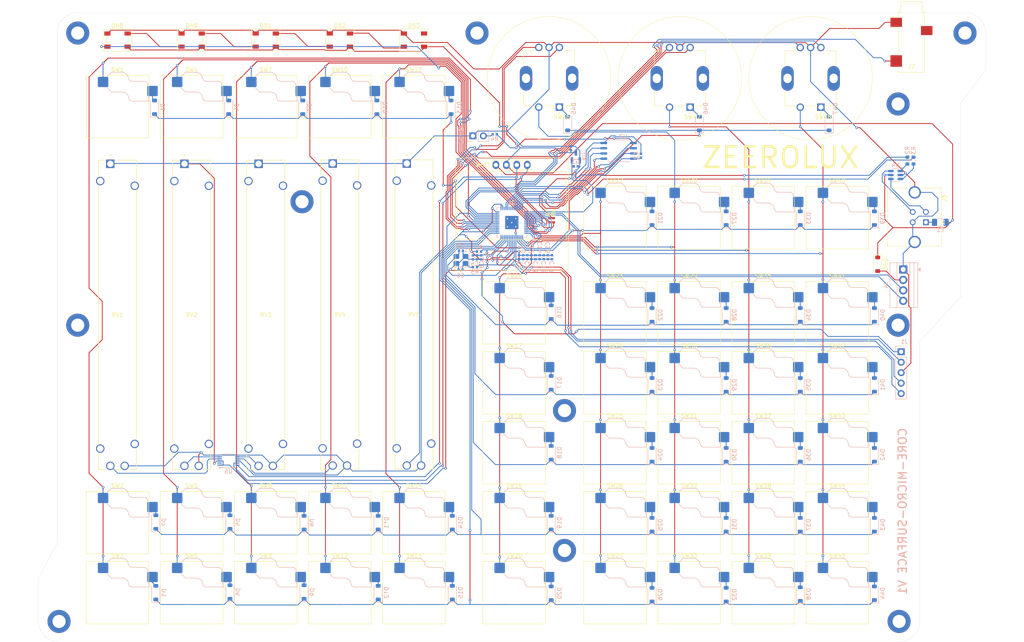
<source format=kicad_pcb>
(kicad_pcb (version 20241229) (generator "pcbnew") (generator_version "9.0")
  (layers (0 "F.Cu" signal) (2 "B.Cu" signal) (13 "F.Paste" user) (15 "B.Paste" user) (5 "F.SilkS" user "F.Silkscreen") (7 "B.SilkS" user "B.Silkscreen") (1 "F.Mask" user) (3 "B.Mask" user) (25 "Edge.Cuts" user))
  (net 0 "")
  (net 1 "GND")
  (net 2 "+5V")
  (net 3 "SDA")
  (net 4 "SCL")
  (net 5 "+3V3")
  (net 6 "+1V1")
  (net 7 "XTAL_IN")
  (net 8 "/XTAL_O")
  (net 9 "Net-(D1-A)")
  (net 10 "R2")
  (net 11 "Net-(D2-A)")
  (net 12 "R6")
  (net 13 "Net-(D3-A)")
  (net 14 "R7")
  (net 15 "Net-(D4-A)")
  (net 16 "Net-(D5-A)")
  (net 17 "Net-(D6-A)")
  (net 18 "Net-(D7-A)")
  (net 19 "Net-(D8-A)")
  (net 20 "Net-(D9-A)")
  (net 21 "Net-(D10-A)")
  (net 22 "Net-(D11-A)")
  (net 23 "Net-(D12-A)")
  (net 24 "Net-(D13-A)")
  (net 25 "Net-(D14-A)")
  (net 26 "Net-(D15-A)")
  (net 27 "R3")
  (net 28 "Net-(D16-A)")
  (net 29 "R4")
  (net 30 "Net-(D17-A)")
  (net 31 "Net-(D18-A)")
  (net 32 "R5")
  (net 33 "Net-(D19-A)")
  (net 34 "Net-(D20-A)")
  (net 35 "Net-(D21-A)")
  (net 36 "Net-(D22-A)")
  (net 37 "Net-(D23-A)")
  (net 38 "Net-(D24-A)")
  (net 39 "Net-(D25-A)")
  (net 40 "Net-(D26-A)")
  (net 41 "Net-(D27-A)")
  (net 42 "Net-(D28-A)")
  (net 43 "Net-(D29-A)")
  (net 44 "Net-(D30-A)")
  (net 45 "Net-(D31-A)")
  (net 46 "Net-(D32-A)")
  (net 47 "Net-(D33-A)")
  (net 48 "Net-(D34-A)")
  (net 49 "Net-(D35-A)")
  (net 50 "Net-(D36-A)")
  (net 51 "Net-(D37-A)")
  (net 52 "Net-(D38-A)")
  (net 53 "Net-(D39-A)")
  (net 54 "Net-(D40-A)")
  (net 55 "Net-(D41-A)")
  (net 56 "Net-(D42-A)")
  (net 57 "Net-(D43-A)")
  (net 58 "Net-(D44-A)")
  (net 59 "Net-(D45-A)")
  (net 60 "R1")
  (net 61 "Net-(D46-A)")
  (net 62 "Net-(D47-A)")
  (net 63 "LEDRGB")
  (net 64 "Net-(D48-DOUT)")
  (net 65 "Net-(D49-DOUT)")
  (net 66 "Net-(D51-DOUT)")
  (net 67 "VBUS")
  (net 68 "~{RESET}")
  (net 69 "SWD")
  (net 70 "SWCLK")
  (net 71 "AUX1")
  (net 72 "D_USB_P")
  (net 73 "D_USB_N")
  (net 74 "/D_+")
  (net 75 "D_P")
  (net 76 "/D_-")
  (net 77 "D_N")
  (net 78 "CS")
  (net 79 "/~{USB_BOOT}")
  (net 80 "XTAL_OUT")
  (net 81 "POT1")
  (net 82 "POT2")
  (net 83 "POT3")
  (net 84 "POT4")
  (net 85 "POT5")
  (net 86 "C1")
  (net 87 "C2")
  (net 88 "C3")
  (net 89 "C4")
  (net 90 "C5")
  (net 91 "C6")
  (net 92 "C7")
  (net 93 "C8")
  (net 94 "C9")
  (net 95 "C10")
  (net 96 "ENCB1")
  (net 97 "ENCA1")
  (net 98 "ENCB2")
  (net 99 "ENCA2")
  (net 100 "ENCB3")
  (net 101 "ENCA3")
  (net 103 "UARTRX")
  (net 104 "UARTTX")
  (net 105 "Net-(D50-A)")
  (net 106 "Net-(D52-DOUT)")
  (net 108 "SD3")
  (net 109 "SD0")
  (net 110 "SD2")
  (net 111 "QSPI_CLK")
  (net 112 "SD1")
  (net 113 "+3.3V")
  (footprint "LED_SMD:LED_SK6812_PLCC4_5.0x5.0mm_P3.2mm" (layer "F.Cu") (at 34.191 18.719)
    (property "Reference" "D48")
    (property "Value" "SK6812")
  )
  (footprint "LED_SMD:LED_SK6812_PLCC4_5.0x5.0mm_P3.2mm" (layer "F.Cu") (at 106.191 18.719)
    (property "Reference" "D53")
    (property "Value" "SK6812")
  )
  (footprint "" (layer "F.Cu") (at 223.75 88)
    (property "Reference" "")
    (property "Value" "")
  )
  (footprint "PCM_Switch_Keyboard_Hotswap_Kailh:SW_Hotswap_Kailh_Choc_V1V2_1.00u" (layer "F.Cu") (at 209 119)
    (property "Reference" "SW43")
    (property "Value" "SW_Push")
  )
  (footprint "PCM_Switch_Keyboard_Hotswap_Kailh:SW_Hotswap_Kailh_Choc_V1V2_1.00u" (layer "F.Cu") (at 130.5 119)
    (property "Reference" "SW18")
    (property "Value" "SW_Push")
  )
  (footprint "PCM_Switch_Keyboard_Hotswap_Kailh:SW_Hotswap_Kailh_Choc_V1V2_1.00u" (layer "F.Cu") (at 34.191 153)
    (property "Reference" "SW3")
    (property "Value" "SW_Push")
  )
  (footprint "PEC12R_4220F_S0024:XDCR_PEC12R-4220F-S0024" (layer "F.Cu") (at 139 28 180)
    (property "Reference" "SW46")
    (property "Value" "RotaryEncoder_Switch")
  )
  (footprint "PCM_Switch_Keyboard_Hotswap_Kailh:SW_Hotswap_Kailh_Choc_V1V2_1.00u" (layer "F.Cu") (at 52.191 34.8935)
    (property "Reference" "SW4")
    (property "Value" "SW_Push")
  )
  (footprint "MountingHole:MountingHole_3.2mm_M3_DIN965_Pad" (layer "F.Cu") (at 24.535534 17)
    (property "Reference" "REF**" (hide yes))
    (property "Value" "MountingHole_3.2mm_M3_DIN965_Pad")
  )
  (footprint "PCM_Switch_Keyboard_Hotswap_Kailh:SW_Hotswap_Kailh_Choc_V1V2_1.00u" (layer "F.Cu") (at 130.5 102)
    (property "Reference" "SW17")
    (property "Value" "SW_Push")
  )
  (footprint "PCM_Switch_Keyboard_Hotswap_Kailh:SW_Hotswap_Kailh_Choc_V1V2_1.00u" (layer "F.Cu") (at 209 102)
    (property "Reference" "SW42")
    (property "Value" "SW_Push")
  )
  (footprint "pta6043:POT_PTA6043" (layer "F.Cu") (at 68.4511 48.785)
    (property "Reference" "RV3")
    (property "Value" "R_Potentiometer")
  )
  (footprint "PCM_Switch_Keyboard_Hotswap_Kailh:SW_Hotswap_Kailh_Choc_V1V2_1.00u" (layer "F.Cu") (at 191 61.85)
    (property "Reference" "SW34")
    (property "Value" "SW_Push")
  )
  (footprint "PCM_Switch_Keyboard_Hotswap_Kailh:SW_Hotswap_Kailh_Choc_V1V2_1.00u" (layer "F.Cu") (at 106.191 34.8935)
    (property "Reference" "SW13")
    (property "Value" "SW_Push")
  )
  (footprint "PCM_Switch_Keyboard_Hotswap_Kailh:SW_Hotswap_Kailh_Choc_V1V2_1.00u" (layer "F.Cu") (at 191 136)
    (property "Reference" "SW38")
    (property "Value" "SW_Push")
  )
  (footprint "Resistor_SMD:R_0402_1005Metric" (layer "F.Cu") (at 139.1 62.5 -90)
    (property "Reference" "R7")
    (property "Value" "4.7k")
  )
  (footprint "" (layer "F.Cu") (at 223.75 34.25)
    (property "Reference" "")
    (property "Value" "")
  )
  (footprint "PEC12R_4220F_S0024:XDCR_PEC12R-4220F-S0024" (layer "F.Cu") (at 202.5 28.025 180)
    (property "Reference" "SW48")
    (property "Value" "RotaryEncoder_Switch")
  )
  (footprint "PCM_Switch_Keyboard_Hotswap_Kailh:SW_Hotswap_Kailh_Choc_V1V2_1.00u" (layer "F.Cu") (at 70.191 136)
    (property "Reference" "SW8")
    (property "Value" "SW_Push")
  )
  (footprint "Connector_Audio:Jack_3.5mm_CUI_SJ-3523-SMT_Horizontal" (layer "F.Cu") (at 227 18)
    (property "Reference" "J2")
    (property "Value" "AudioPlug2")
  )
  (footprint "LED_SMD:LED_SK6812_PLCC4_5.0x5.0mm_P3.2mm" (layer "F.Cu") (at 52.191 18.719)
    (property "Reference" "D49")
    (property "Value" "SK6812")
  )
  (footprint "PCM_Switch_Keyboard_Hotswap_Kailh:SW_Hotswap_Kailh_Choc_V1V2_1.00u" (layer "F.Cu") (at 70.191 153)
    (property "Reference" "SW9")
    (property "Value" "SW_Push")
  )
  (footprint "PEC12R_4220F_S0024:XDCR_PEC12R-4220F-S0024" (layer "F.Cu") (at 170.75 28.025 180)
    (property "Reference" "SW47")
    (property "Value" "RotaryEncoder_Switch")
  )
  (footprint "Resistor_SMD:R_0402_1005Metric" (layer "F.Cu") (at 140.1 62.5 -90)
    (property "Reference" "R6")
    (property "Value" "4.7k")
  )
  (footprint "PCM_Switch_Keyboard_Hotswap_Kailh:SW_Hotswap_Kailh_Choc_V1V2_1.00u" (layer "F.Cu") (at 173 102)
    (property "Reference" "SW30")
    (property "Value" "SW_Push")
  )
  (footprint "PCM_Switch_Keyboard_Hotswap_Kailh:SW_Hotswap_Kailh_Choc_V1V2_1.00u" (layer "F.Cu") (at 52.191 136)
    (property "Reference" "SW5")
    (property "Value" "SW_Push")
  )
  (footprint "pta6043:POT_PTA6043" (layer "F.Cu") (at 86.4511 48.7095)
    (property "Reference" "RV4")
    (property "Value" "R_Potentiometer")
  )
  (footprint "PCM_Switch_Keyboard_Hotswap_Kailh:SW_Hotswap_Kailh_Choc_V1V2_1.00u" (layer "F.Cu") (at 130.5 85)
    (property "Reference" "SW16")
    (property "Value" "SW_Push")
  )
  (footprint "" (layer "F.Cu") (at 142.75 142.75)
    (property "Reference" "")
    (property "Value" "")
  )
  (footprint "pta6043:POT_PTA6043" (layer "F.Cu") (at 50.4511 48.785)
    (property "Reference" "RV2")
    (property "Value" "R_Potentiometer")
  )
  (footprint "PCM_Switch_Keyboard_Hotswap_Kailh:SW_Hotswap_Kailh_Choc_V1V2_1.00u" (layer "F.Cu") (at 191 85)
    (property "Reference" "SW35")
    (property "Value" "SW_Push")
  )
  (footprint "PCM_Switch_Keyboard_Hotswap_Kailh:SW_Hotswap_Kailh_Choc_V1V2_1.00u" (layer "F.Cu") (at 209 153)
    (property "Reference" "SW45")
    (property "Value" "SW_Push")
  )
  (footprint "SSD1306:128x64OLED" (layer "F.Cu") (at 129.7 59.65)
    (property "Reference" "Brd1")
    (property "Value" "SSD1306")
  )
  (footprint "pta6043:POT_PTA6043" (layer "F.Cu") (at 104.4511 48.7095)
    (property "Reference" "RV5")
    (property "Value" "R_Potentiometer")
  )
  (footprint "PCM_Switch_Keyboard_Hotswap_Kailh:SW_Hotswap_Kailh_Choc_V1V2_1.00u" (layer "F.Cu") (at 209 61.85)
    (property "Reference" "SW40")
    (property "Value" "SW_Push")
  )
  (footprint "PCM_Switch_Keyboard_Hotswap_Kailh:SW_Hotswap_Kailh_Choc_V1V2_1.00u" (layer "F.Cu") (at 191 153)
    (property "Reference" "SW39")
    (property "Value" "SW_Push")
  )
  (footprint "PCM_Switch_Keyboard_Hotswap_Kailh:SW_Hotswap_Kailh_Choc_V1V2_1.00u" (layer "F.Cu") (at 34.191 136)
    (property "Reference" "SW2")
    (property "Value" "SW_Push")
  )
  (footprint "MountingHole:MountingHole_3.2mm_M3_DIN965_Pad" (layer "F.Cu") (at 24.535534 88)
    (property "Reference" "REF**" (hide yes))
    (property "Value" "MountingHole_3.2mm_M3_DIN965_Pad")
  )
  (footprint "PCM_Switch_Keyboard_Hotswap_Kailh:SW_Hotswap_Kailh_Choc_V1V2_1.00u" (layer "F.Cu") (at 173 119)
    (property "Reference" "SW31")
    (property "Value" "SW_Push")
  )
  (footprint "Connector_USB:USB_B_TE_5787834_Vertical" (layer "F.Cu") (at 230.5 63 -90)
    (property "Reference" "J3")
    (property "Value" "USB_B")
  )
  (footprint "PCM_Switch_Keyboard_Hotswap_Kailh:SW_Hotswap_Kailh_Choc_V1V2_1.00u" (layer "F.Cu") (at 155 85)
    (property "Reference" "SW23")
    (property "Value" "SW_Push")
  )
  (footprint "" (layer "F.Cu") (at 79 58)
    (property "Reference" "")
    (property "Value" "")
  )
  (footprint "PCM_Switch_Keyboard_Hotswap_Kailh:SW_Hotswap_Kailh_Choc_V1V2_1.00u" (layer "F.Cu") (at 88.191 136)
    (property "Reference" "SW11")
    (property "Value" "SW_Push")
  )
  (footprint "PCM_Switch_Keyboard_Hotswap_Kailh:SW_Hotswap_Kailh_Choc_V1V2_1.00u" (layer "F.Cu") (at 155 153)
    (property "Reference" "SW27")
    (property "Value" "SW_Push")
  )
  (footprint "PCM_Switch_Keyboard_Hotswap_Kailh:SW_Hotswap_Kailh_Choc_V1V2_1.00u" (layer "F.Cu") (at 155 102)
    (property "Reference" "SW24")
    (property "Value" "SW_Push")
  )
  (footprint "PCM_Switch_Keyboard_Hotswap_Kailh:SW_Hotswap_Kailh_Choc_V1V2_1.00u" (layer "F.Cu") (at 173 136)
    (property "Reference" "SW32")
    (property "Value" "SW_Push")
  )
  (footprint "PCM_Switch_Keyboard_Hotswap_Kailh:SW_Hotswap_Kailh_Choc_V1V2_1.00u" (layer "F.Cu") (at 191 119)
    (property "Reference" "SW37")
    (property "Value" "SW_Push")
  )
  (footprint "PCM_Switch_Keyboard_Hotswap_Kailh:SW_Hotswap_Kailh_Choc_V1V2_1.00u" (layer "F.Cu") (at 173 85)
    (property "Reference" "SW29")
    (property "Value" "SW_Push")
  )
  (footprint "PCM_Switch_Keyboard_Hotswap_Kailh:SW_Hotswap_Kailh_Choc_V1V2_1.00u" (layer "F.Cu") (at 155 119)
    (property "Reference" "SW25")
    (property "Value" "SW_Push")
  )
  (footprint "" (layer "F.Cu") (at 121.5 17)
    (property "Reference" "")
    (property "Value" "")
  )
  (footprint "PCM_Switch_Keyboard_Hotswap_Kailh:SW_Hotswap_Kailh_Choc_V1V2_1.00u" (layer "F.Cu") (at 155 61.85)
    (property "Reference" "SW22")
    (property "Value" "SW_Push")
  )
  (footprint "PCM_Switch_Keyboard_Hotswap_Kailh:SW_Hotswap_Kailh_Choc_V1V2_1.00u" (layer "F.Cu") (at 173 153)
    (property "Reference" "SW33")
    (property "Value" "SW_Push")
  )
  (footprint "PCM_Switch_Keyboard_Hotswap_Kailh:SW_Hotswap_Kailh_Choc_V1V2_1.00u" (layer "F.Cu") (at 88.191 153)
    (property "Reference" "SW12")
    (property "Value" "SW_Push")
  )
  (footprint "PCM_Switch_Keyboard_Hotswap_Kailh:SW_Hotswap_Kailh_Choc_V1V2_1.00u" (layer "F.Cu") (at 70.191 34.8935)
    (property "Reference" "SW7")
    (property "Value" "SW_Push")
  )
  (footprint "PCM_Switch_Keyboard_Hotswap_Kailh:SW_Hotswap_Kailh_Choc_V1V2_1.00u" (layer "F.Cu") (at 106.191 136)
    (property "Reference" "SW14")
    (property "Value" "SW_Push")
  )
  (footprint "PCM_Switch_Keyboard_Hotswap_Kailh:SW_Hotswap_Kailh_Choc_V1V2_1.00u" (layer "F.Cu") (at 88.191 34.8935)
    (property "Reference" "SW10")
    (property "Value" "SW_Push")
  )
  (footprint "PCM_Switch_Keyboard_Hotswap_Kailh:SW_Hotswap_Kailh_Choc_V1V2_1.00u" (layer "F.Cu") (at 173 61.85)
    (property "Reference" "SW28")
    (property "Value" "SW_Push")
  )
  (footprint "MountingHole:MountingHole_3.2mm_M3_DIN965_Pad" (layer "F.Cu") (at 224 160)
    (property "Reference" "REF**" (hide yes))
    (property "Value" "MountingHole_3.2mm_M3_DIN965_Pad")
  )
  (footprint "PCM_Switch_Keyboard_Hotswap_Kailh:SW_Hotswap_Kailh_Choc_V1V2_1.00u" (layer "F.Cu") (at 106.191 153)
    (property "Reference" "SW15")
    (property "Value" "SW_Push")
  )
  (footprint "MountingHole:MountingHole_3.2mm_M3_DIN965_Pad" (layer "F.Cu") (at 20 160)
    (property "Reference" "REF**" (hide yes))
    (property "Value" "MountingHole_3.2mm_M3_DIN965_Pad")
  )
  (footprint "PCM_Switch_Keyboard_Hotswap_Kailh:SW_Hotswap_Kailh_Choc_V1V2_1.00u" (layer "F.Cu") (at 52.191 153)
    (property "Reference" "SW6")
    (property "Value" "SW_Push")
  )
  (footprint "LED_SMD:LED_SK6812_PLCC4_5.0x5.0mm_P3.2mm" (layer "F.Cu") (at 88.191 18.719)
    (property "Reference" "D52")
    (property "Value" "SK6812")
  )
  (footprint "PCM_Switch_Keyboard_Hotswap_Kailh:SW_Hotswap_Kailh_Choc_V1V2_1.00u" (layer "F.Cu") (at 209 136)
    (property "Reference" "SW44")
    (property "Value" "SW_Push")
  )
  (footprint "Diode_SMD:D_SOD-123" (layer "F.Cu") (at 218.8 73.2 -90)
    (property "Reference" "D50")
    (property "Value" "1N4148W")
  )
  (footprint "LED_SMD:LED_SK6812_PLCC4_5.0x5.0mm_P3.2mm" (layer "F.Cu") (at 70.191 18.719)
    (property "Reference" "D51")
    (property "Value" "SK6812")
  )
  (footprint "pta6043:POT_PTA6043" (layer "F.Cu") (at 32.4511 48.785)
    (property "Reference" "RV1")
    (property "Value" "R_Potentiometer")
  )
  (footprint "MountingHole:MountingHole_3.2mm_M3_DIN965_Pad" (layer "F.Cu") (at 240 17)
    (property "Reference" "REF**" (hide yes))
    (property "Value" "MountingHole_3.2mm_M3_DIN965_Pad")
  )
  (footprint "PCM_Switch_Keyboard_Hotswap_Kailh:SW_Hotswap_Kailh_Choc_V1V2_1.00u" (layer "F.Cu") (at 209 85)
    (property "Reference" "SW41")
    (property "Value" "SW_Push")
  )
  (footprint "PCM_Switch_Keyboard_Hotswap_Kailh:SW_Hotswap_Kailh_Choc_V1V2_1.00u" (layer "F.Cu") (at 191 102)
    (property "Reference" "SW36")
    (property "Value" "SW_Push")
  )
  (footprint "PCM_Switch_Keyboard_Hotswap_Kailh:SW_Hotswap_Kailh_Choc_V1V2_1.00u" (layer "F.Cu") (at 155 136)
    (property "Reference" "SW26")
    (property "Value" "SW_Push")
  )
  (footprint "PCM_Switch_Keyboard_Hotswap_Kailh:SW_Hotswap_Kailh_Choc_V1V2_1.00u" (layer "F.Cu") (at 130.5 153)
    (property "Reference" "SW20")
    (property "Value" "SW_Push")
  )
  (footprint "PCM_Switch_Keyboard_Hotswap_Kailh:SW_Hotswap_Kailh_Choc_V1V2_1.00u" (layer "F.Cu") (at 34.191 34.8935)
    (property "Reference" "SW1")
    (property "Value" "SW_Push")
  )
  (footprint "PCM_Switch_Keyboard_Hotswap_Kailh:SW_Hotswap_Kailh_Choc_V1V2_1.00u" (layer "F.Cu") (at 130.5 136)
    (property "Reference" "SW19")
    (property "Value" "SW_Push")
  )
  (footprint "" (layer "F.Cu") (at 142.75 108.75)
    (property "Reference" "")
    (property "Value" "")
  )
  (footprint "Capacitor_SMD:C_0402_1005Metric" (layer "B.Cu") (at 133.7 71.48 -90)
    (property "Reference" "C11")
    (property "Value" "100nF")
  )
  (footprint "Diode_SMD:D_SOD-123" (layer "B.Cu") (at 164 102.5 90)
    (property "Reference" "D23")
    (property "Value" "1N4148W")
  )
  (footprint "Capacitor_SMD:C_0402_1005Metric" (layer "B.Cu") (at 144.3 45 -90)
    (property "Reference" "C1")
    (property "Value" "1uF")
  )
  (footprint "Resistor_SMD:R_0402_1005Metric" (layer "B.Cu") (at 121 73.9)
    (property "Reference" "R5")
    (property "Value" "1k")
  )
  (footprint "Capacitor_SMD:C_0402_1005Metric" (layer "B.Cu") (at 131.7 71.48 -90)
    (property "Reference" "C9")
    (property "Value" "10uF")
  )
  (footprint "Capacitor_SMD:C_0402_1005Metric" (layer "B.Cu") (at 134.7 71.48 -90)
    (property "Reference" "C12")
    (property "Value" "100nF")
  )
  (footprint "Diode_SMD:D_SOD-123" (layer "B.Cu") (at 143.5 39 90)
    (property "Reference" "D45")
    (property "Value" "1N4148W")
  )
  (footprint "Diode_SMD:D_SOD-123" (layer "B.Cu") (at 43.5 153 90)
    (property "Reference" "D3")
    (property "Value" "1N4148W")
  )
  (footprint "Resistor_SMD:R_0603_1608Metric" (layer "B.Cu") (at 227.5 48 90)
    (property "Reference" "R3")
    (property "Value" "27R")
  )
  (footprint "Diode_SMD:D_SOD-123" (layer "B.Cu") (at 182 85.5 90)
    (property "Reference" "D28")
    (property "Value" "1N4148W")
  )
  (footprint "Connector_PinSocket_2.54mm:PinSocket_1x02_P2.54mm_Vertical" (layer "B.Cu") (at 120.5 42 -90)
    (property "Reference" "SW21")
    (property "Value" "SW_Push")
  )
  (footprint "Capacitor_SMD:C_0402_1005Metric" (layer "B.Cu") (at 117.5 74.5)
    (property "Reference" "C6")
    (property "Value" "22pF")
  )
  (footprint "Capacitor_SMD:C_0402_1005Metric" (layer "B.Cu") (at 132.7 71.48 -90)
    (property "Reference" "C10")
    (property "Value" "1uF")
  )
  (footprint "Diode_SMD:D_SOD-123" (layer "B.Cu") (at 97.5 136 90)
    (property "Reference" "D11")
    (property "Value" "1N4148W")
  )
  (footprint "Diode_SMD:D_SOD-123" (layer "B.Cu") (at 164 136.5 90)
    (property "Reference" "D25")
    (property "Value" "1N4148W")
  )
  (footprint "Diode_SMD:D_SOD-123" (layer "B.Cu") (at 97.5 153 90)
    (property "Reference" "D12")
    (property "Value" "1N4148W")
  )
  (footprint "Capacitor_SMD:C_0402_1005Metric" (layer "B.Cu") (at 137.7 71.48 -90)
    (property "Reference" "C15")
    (property "Value" "100nF")
  )
  (footprint "Diode_SMD:D_SOD-123" (layer "B.Cu") (at 115.5 136 90)
    (property "Reference" "D14")
    (property "Value" "1N4148W")
  )
  (footprint "Diode_SMD:D_SOD-123" (layer "B.Cu") (at 175.5 39 90)
    (property "Reference" "D46")
    (property "Value" "1N4148W")
  )
  (footprint "Diode_SMD:D_SOD-123" (layer "B.Cu") (at 218 85.5 90)
    (property "Reference" "D40")
    (property "Value" "1N4148W")
  )
  (footprint "Capacitor_SMD:C_0402_1005Metric" (layer "B.Cu") (at 120.5 71.52 -90)
    (property "Reference" "C4")
    (property "Value" "1uF")
  )
  (footprint "Diode_SMD:D_SOD-123" (layer "B.Cu") (at 139.5 102 90)
    (property "Reference" "D17")
    (property "Value" "1N4148W")
  )
  (footprint "Diode_SMD:D_SOD-123" (layer "B.Cu") (at 218 153.15 90)
    (property "Reference" "D44")
    (property "Value" "1N4148W")
  )
  (footprint "Diode_SMD:D_SOD-123" (layer "B.Cu") (at 79.5 136 90)
    (property "Reference" "D8")
    (property "Value" "1N4148W")
  )
  (footprint "Diode_SMD:D_SOD-123" (layer "B.Cu") (at 200 102.5 90)
    (property "Reference" "D35")
    (property "Value" "1N4148W")
  )
  (footprint "Diode_SMD:D_SOD-123" (layer "B.Cu") (at 200 136.5 90)
    (property "Reference" "D37")
    (property "Value" "1N4148W")
  )
  (footprint "Diode_SMD:D_SOD-123" (layer "B.Cu") (at 164 153.5 90)
    (property "Reference" "D26")
    (property "Value" "1N4148W")
  )
  (footprint "Diode_SMD:D_SOD-123" (layer "B.Cu") (at 43.5 135.85 90)
    (property "Reference" "D2")
    (property "Value" "1N4148W")
  )
  (footprint "Diode_SMD:D_SOD-123" (layer "B.Cu") (at 79.5 152.85 90)
    (property "Reference" "D9")
    (property "Value" "1N4148W")
  )
  (footprint "Fuse:Fuse_1206_3216Metric" (layer "B.Cu") (at 234 63)
    (property "Reference" "F1")
    (property "Value" "500mA")
  )
  (footprint "Diode_SMD:D_SOD-123" (layer "B.Cu") (at 182 62 90)
    (property "Reference" "D27")
    (property "Value" "1N4148W")
  )
  (footprint "Capacitor_SMD:C_0402_1005Metric" (layer "B.Cu") (at 136.7 71.48 -90)
    (property "Reference" "C14")
    (property "Value" "100nF")
  )
  (footprint "Capacitor_SMD:C_0402_1005Metric" (layer "B.Cu") (at 145.48 49.4 180)
    (property "Reference" "C3")
    (property "Value" "1uF")
  )
  (footprint "Diode_SMD:D_SOD-123" (layer "B.Cu") (at 200 85.5 90)
    (property "Reference" "D34")
    (property "Value" "1N4148W")
  )
  (footprint "Capacitor_SMD:C_0402_1005Metric" (layer "B.Cu") (at 135.7 71.48 -90)
    (property "Reference" "C13")
    (property "Value" "100nF")
  )
  (footprint "Diode_SMD:D_SOD-123" (layer "B.Cu") (at 164 85.5 90)
    (property "Reference" "D22")
    (property "Value" "1N4148W")
  )
  (footprint "Diode_SMD:D_SOD-123" (layer "B.Cu") (at 43.191 35.0435 90)
    (property "Reference" "D1")
    (property "Value" "1N4148W")
  )
  (footprint "Diode_SMD:D_SOD-123" (layer "B.Cu") (at 218 119.5 90)
    (property "Reference" "D42")
    (property "Value" "1N4148W")
  )
  (footprint "Resistor_SMD:R_0402_1005Metric" (layer "B.Cu") (at 125.8 41.6)
    (property "Reference" "R4")
    (property "Value" "1k")
  )
  (footprint "Diode_SMD:D_SOD-123" (layer "B.Cu") (at 182 153.5 90)
    (property "Reference" "D32")
    (property "Value" "1N4148W")
  )
  (footprint "Capacitor_SMD:C_0402_1005Metric" (layer "B.Cu") (at 122.5 71.52 -90)
    (property "Reference" "C7")
    (property "Value" "100nF")
  )
  (footprint "Diode_SMD:D_SOD-123" (layer "B.Cu") (at 182 102.5 90)
    (property "Reference" "D29")
    (property "Value" "1N4148W")
  )
  (footprint "Diode_SMD:D_SOD-123" (layer "B.Cu") (at 139.5 119 90)
    (property "Reference" "D18")
    (property "Value" "1N4148W")
  )
  (footprint "Diode_SMD:D_SOD-123" (layer "B.Cu") (at 200 153.35 90)
    (property "Reference" "D38")
    (property "Value" "1N4148W")
  )
  (footprint "Diode_SMD:D_SOD-123" (layer "B.Cu") (at 200 62 90)
    (property "Reference" "D33")
    (property "Value" "1N4148W")
  )
  (footprint "Diode_SMD:D_SOD-123" (layer "B.Cu") (at 218 136.5 90)
    (property "Reference" "D43")
    (property "Value" "1N4148W")
  )
  (footprint "Diode_SMD:D_SOD-123" (layer "B.Cu") (at 61.191 35.0435 90)
    (property "Reference" "D4")
    (property "Value" "1N4148W")
  )
  (footprint "Diode_SMD:D_SOD-123" (layer "B.Cu") (at 218 102.5 90)
    (property "Reference" "D41")
    (property "Value" "1N4148W")
  )
  (footprint "Capacitor_SMD:C_0402_1005Metric" (layer "B.Cu") (at 139.7 71.48 -90)
    (property "Reference" "C17")
    (property "Value" "100nF")
  )
  (footprint "Diode_SMD:D_SOD-123" (layer "B.Cu") (at 79.191 35.0435 90)
    (property "Reference" "D7")
    (property "Value" "1N4148W")
  )
  (footprint "Resistor_SMD:R_0402_1005Metric" (layer "B.Cu") (at 122 70.1)
    (property "Reference" "R1")
    (property "Value" "1k")
  )
  (footprint "Resistor_SMD:R_0603_1608Metric" (layer "B.Cu") (at 226 48 90)
    (property "Reference" "R2")
    (property "Value" "27R")
  )
  (footprint "Diode_SMD:D_SOD-123" (layer "B.Cu") (at 164 62 90)
    (property "Reference" "D21")
    (property "Value" "1N4148W")
  )
  (footprint "Capacitor_SMD:C_0402_1005Metric" (layer "B.Cu") (at 117.6 69.9 180)
    (property "Reference" "C5")
    (property "Value" "22pF")
  )
  (footprint "W25Q128JVSIM:SOIC127P790X216-8N" (layer "B.Cu") (at 155.895 45.635 180)
    (property "Reference" "U2")
    (property "Value" "W25Q128JVS")
  )
  (footprint "Diode_SMD:D_SOD-123" (layer "B.Cu") (at 218 62 90)
    (property "Reference" "D39")
    (property "Value" "1N4148W")
  )
  (footprint "Diode_SMD:D_SOD-123" (layer "B.Cu") (at 182 119.5 90)
    (property "Reference" "D30")
    (property "Value" "1N4148W")
  )
  (footprint "Capacitor_SMD:C_0402_1005Metric" (layer "B.Cu") (at 138.7 71.48 -90)
    (property "Reference" "C16")
    (property "Value" "100nF")
  )
  (footprint "Connector_PinSocket_2.54mm:PinSocket_1x05_P2.54mm_Vertical" (layer "B.Cu") (at 224.5 94.46 180)
    (property "Reference" "J1")
    (property "Value" "SWD")
  )
  (footprint "Diode_SMD:D_SOD-123" (layer "B.Cu") (at 139.5 153.15 90)
    (property "Reference" "D20")
    (property "Value" "1N4148W")
  )
  (footprint "Capacitor_SMD:C_0402_1005Metric" (layer "B.Cu") (at 161.3 46.82 -90)
    (property "Reference" "C2")
    (property "Value" "100nF")
  )
  (footprint "Capacitor_SMD:C_0402_1005Metric" (layer "B.Cu") (at 121.5 71.52 -90)
    (property "Reference" "C8")
    (property "Value" "100nF")
  )
  (footprint "Crystal:Crystal_SMD_3225-4Pin_3.2x2.5mm" (layer "B.Cu") (at 117.6 72.15 180)
    (property "Reference" "Y1")
    (property "Value" "12MHz")
  )
  (footprint "Diode_SMD:D_SOD-123" (layer "B.Cu") (at 200 119.5 90)
    (property "Reference" "D36")
    (property "Value" "1N4148W")
  )
  (footprint "Diode_SMD:D_SOD-123" (layer "B.Cu") (at 61.5 135.85 90)
    (property "Reference" "D5")
    (property "Value" "1N4148W")
  )
  (footprint "Diode_SMD:D_SOD-123" (layer "B.Cu") (at 115.5 153 90)
    (property "Reference" "D15")
    (property "Value" "1N4148W")
  )
  (footprint "Diode_SMD:D_SOD-123" (layer "B.Cu") (at 207 39 90)
    (property "Reference" "D47")
    (property "Value" "1N4148W")
  )
  (footprint "Diode_SMD:D_SOD-123" (layer "B.Cu") (at 61.5 152.85 90)
    (property "Reference" "D6")
    (property "Value" "1N4148W")
  )
  (footprint "Diode_SMD:D_SOD-123" (layer "B.Cu") (at 164 119.5 90)
    (property "Reference" "D24")
    (property "Value" "1N4148W")
  )
  (footprint "Package_TO_SOT_SMD:SOT-23-6" (layer "B.Cu") (at 223.1375 51.5 180)
    (property "Reference" "U4")
    (property "Value" "USBLC6-2SC6")
  )
  (footprint "Diode_SMD:D_SOD-123" (layer "B.Cu") (at 139.5 136 90)
    (property "Reference" "D19")
    (property "Value" "1N4148W")
  )
  (footprint "Package_SO:TSSOP-10_3x3mm_P0.5mm" (layer "B.Cu") (at 61.15 121)
    (property "Reference" "U5")
    (property "Value" "ADS1115IDGS")
  )
  (footprint "Diode_SMD:D_SOD-123" (layer "B.Cu") (at 139.5 84.85 90)
    (property "Reference" "D16")
    (property "Value" "1N4148W")
  )
  (footprint "Package_DFN_QFN:QFN-56-1EP_7x7mm_P0.4mm_EP3.2x3.2mm" (layer "B.Cu") (at 129.9375 63.0625 180)
    (property "Reference" "U1")
    (property "Value" "RP2040")
  )
  (footprint "Package_TO_SOT_SMD:SOT-23" (layer "B.Cu") (at 145.5 47 90)
    (property "Reference" "U3")
    (property "Value" "XC6206PxxxMR-Regulator_Linear")
  )
  (footprint "TerminalBlock:TerminalBlock_Xinya_XY308-2.54-4P_1x04_P2.54mm_Horizontal" (layer "B.Cu") (at 225 74.46 -90)
    (property "Reference" "J4")
    (property "Value" "Screw_Terminal_01x04")
  )
  (footprint "Diode_SMD:D_SOD-123" (layer "B.Cu") (at 182 136.5 90)
    (property "Reference" "D31")
    (property "Value" "1N4148W")
  )
  (footprint "Diode_SMD:D_SOD-123" (layer "B.Cu") (at 115.191 35.0435 90)
    (property "Reference" "D13")
    (property "Value" "1N4148W")
  )
  (footprint "Diode_SMD:D_SOD-123" (layer "B.Cu") (at 97.191 35.0435 90)
    (property "Reference" "D10")
    (property "Value" "1N4148W")
  )
  (gr_rect (start 128.5 61.6) (end 131.4 64.5) (stroke (width 0.2)) (fill yes) (layer "F.Cu") (net 1))
  (gr_circle (center 139 28) (end 154 28) (stroke (width 0.1)) (fill no) (layer "F.SilkS"))
  (gr_circle (center 170.75 28) (end 185.75 28) (stroke (width 0.1)) (fill no) (layer "F.SilkS"))
  (gr_circle (center 202.5 28) (end 217.5 28) (stroke (width 0.1)) (fill no) (layer "F.SilkS"))
  (gr_line (start 19.535534 141) (end 19.535534 17) (stroke (width 0.05)) (layer "Edge.Cuts"))
  (gr_line (start 224 165) (end 20 165) (stroke (width 0.05)) (layer "Edge.Cuts"))
  (gr_arc (start 20 165) (mid 16.464466 163.535534) (end 15 160) (stroke (width 0.05)) (layer "Edge.Cuts"))
  (gr_line (start 245 17) (end 245 26) (stroke (width 0.05)) (layer "Edge.Cuts"))
  (gr_arc (start 240 12) (mid 243.535534 13.464466) (end 245 17) (stroke (width 0.05)) (layer "Edge.Cuts"))
  (gr_arc (start 229 160) (mid 227.535534 163.535534) (end 224 165) (stroke (width 0.05)) (layer "Edge.Cuts"))
  (gr_line (start 239 81) (end 239 34) (stroke (width 0.05)) (layer "Edge.Cuts"))
  (gr_line (start 229 92) (end 239 81) (stroke (width 0.05)) (layer "Edge.Cuts"))
  (gr_line (start 15 149.5) (end 15 160) (stroke (width 0.05)) (layer "Edge.Cuts"))
  (gr_line (start 239 34) (end 245 26) (stroke (width 0.05)) (layer "Edge.Cuts"))
  (gr_line (start 24.535534 12) (end 240 12) (stroke (width 0.05)) (layer "Edge.Cuts"))
  (gr_line (start 229 160) (end 229 92) (stroke (width 0.05)) (layer "Edge.Cuts"))
  (gr_line (start 19.535534 141) (end 15 149.5) (stroke (width 0.05)) (layer "Edge.Cuts"))
  (gr_arc (start 19.535534 17) (mid 21 13.464466) (end 24.535534 12) (stroke (width 0.05)) (layer "Edge.Cuts"))
  (gr_text "ZEEROLUX" (at 175.7 50.2 0) (layer "F.SilkS") (effects (font (size 5 5) (thickness 0.625)) (justify left bottom)))
  (gr_text "CORE-MICRO-SURFACE V1\n" (at 226 112.8 90) (layer "B.SilkS") (effects (font (size 2 2) (thickness 0.3) (bold yes)) (justify left bottom mirror)))
  (segment (start 214.5 40) (end 213.7 40) (width 0.2) (layer "F.Cu") (net 1))
  (segment (start 115.2 74.7) (end 115 74.5) (width 0.2) (layer "F.Cu") (net 1))
  (segment (start 226.301 75.761) (end 226.301 83.301) (width 0.2) (layer "F.Cu") (net 1))
  (segment (start 219.1 15.9) (end 220.6 14.4) (width 0.2) (layer "F.Cu") (net 1))
  (segment (start 213.7 40) (end 213.6 40) (width 0.2) (layer "F.Cu") (net 1))
  (segment (start 49.741 17.119) (end 50.542 16.318) (width 0.2) (layer "F.Cu") (net 1))
  (segment (start 103.741 17.119) (end 105.921 19.299) (width 0.2) (layer "F.Cu") (net 1))
  (segment (start 130.9 64.1) (end 130.9 65.6) (width 0.2) (layer "F.Cu") (net 1))
  (segment (start 225 74.46) (end 226.301 75.761) (width 0.2) (layer "F.Cu") (net 1))
  (segment (start 120.75 25.75) (end 126.8829 25.75) (width 0.2) (layer "F.Cu") (net 1))
  (segment (start 145.5 50.5) (end 144.599 51.401) (width 0.2) (layer "F.Cu") (net 1))
  (segment (start 220.6 14.4) (end 223.3 14.4) (width 0.2) (layer "F.Cu") (net 1))
  (segment (start 226.301 83.301) (end 226.851 83.851) (width 0.2) (layer "F.Cu") (net 1))
  (segment (start 225.5 51) (end 214.5 40) (width 0.2) (layer "F.Cu") (net 1))
  (segment (start 169.525 19.3) (end 170.75 20.525) (width 0.2) (layer "F.Cu") (net 1))
  (segment (start 50.542 16.318) (end 66.94 16.318) (width 0.2) (layer "F.Cu") (net 1))
  (segment (start 32.542 16.318) (end 48.94 16.318) (width 0.2) (layer "F.Cu") (net 1))
  (segment (start 140.2 19.3) (end 139 20.5) (width 0.2) (layer "F.Cu") (net 1))
  (segment (start 67.741 17.119) (end 68.542 16.318) (width 0.2) (layer "F.Cu") (net 1))
  (segment (start 140.2 19.3) (end 169.525 19.3) (width 0.2) (layer "F.Cu") (net 1))
  (segment (start 171.951 19.324) (end 201.299 19.324) (width 0.2) (layer "F.Cu") (net 1))
  (segment (start 202.5 20.525) (end 207.125 15.9) (width 0.2) (layer "F.Cu") (net 1))
  (segment (start 128.5 74.5) (end 128.3 74.7) (width 0.2) (layer "F.Cu") (net 1))
  (segment (start 133.3339 19.299) (end 137.799 19.299) (width 0.2) (layer "F.Cu") (net 1))
  (segment (start 145.15 52.1) (end 145.5 51.75) (width 0.2) (layer "F.Cu") (net 1))
  (segment (start 84.94 16.318) (end 85.741 17.119) (width 0.2) (layer "F.Cu") (net 1))
  (segment (start 57.7 121.6) (end 57.7 52.3) (width 0.2) (layer "F.Cu") (net 1))
  (segment (start 112.75 19.299) (end 114.299 19.299) (width 0.2) (layer "F.Cu") (net 1))
  (segment (start 128.431 51.401) (end 126.08 49.05) (width 0.2) (layer "F.Cu") (net 1))
  (segment (start 170.75 20.525) (end 171.951 19.324) (width 0.2) (layer "F.Cu") (net 1))
  (segment (start 31.741 17.119) (end 32.542 16.318) (width 0.2) (layer "F.Cu") (net 1))
  (segment (start 137.799 19.299) (end 139 20.5) (width 0.2) (layer "F.Cu") (net 1))
  (segment (start 128.3 74.7) (end 115.2 74.7) (width 0.2) (layer "F.Cu") (net 1))
  (segment (start 226.851 97.189) (end 224.5 99.54) (width 0.2) (layer "F.Cu") (net 1))
  (segment (start 201.299 19.324) (end 202.5 20.525) (width 0.2) (layer "F.Cu") (net 1))
  (segment (start 66.94 16.318) (end 67.741 17.119) (width 0.2) (layer "F.Cu") (net 1))
  (segment (start 144.599 51.401) (end 128.431 51.401) (width 0.2) (layer "F.Cu") (net 1))
  (segment (start 114.299 19.299) (end 120.75 25.75) (width 0.2) (layer "F.Cu") (net 1))
  (segment (start 225.5 51) (end 227.79 53.29) (width 0.2) (layer "F.Cu") (net 1))
  (segment (start 113.9 75.6) (end 115 74.5) (width 0.2) (layer "F.Cu") (net 1))
  (segment (start 48.94 16.318) (end 49.741 17.119) (width 0.2) (layer "F.Cu") (net 1))
  (segment (start 227.79 53.29) (end 227.79 55.73) (width 0.2) (layer "F.Cu") (net 1))
  (segment (start 57.7 52.3) (end 54.185 48.785) (width 0.2) (layer "F.Cu") (net 1))
  (segment (start 145.5 51.75) (end 145.5 50.5) (width 0.2) (layer "F.Cu") (net 1))
  (segment (start 105.921 19.299) (end 112.75 19.299) (width 0.2) (layer "F.Cu") (net 1))
  (segment (start 126.8829 25.75) (end 133.3339 19.299) (width 0.2) (layer "F.Cu") (net 1))
  (segment (start 207.125 15.9) (end 219.1 15.9) (width 0.2) (layer "F.Cu") (net 1))
  (segment (start 54.185 48.785) (end 50.4511 48.785) (width 0.2) (layer "F.Cu") (net 1))
  (segment (start 86.542 16.318) (end 102.94 16.318) (width 0.2) (layer "F.Cu") (net 1))
  (segment (start 226.851 83.851) (end 226.851 97.189) (width 0.2) (layer "F.Cu") (net 1))
  (segment (start 85.741 17.119) (end 86.542 16.318) (width 0.2) (layer "F.Cu") (net 1))
  (segment (start 102.94 16.318) (end 103.741 17.119) (width 0.2) (layer "F.Cu") (net 1))
  (segment (start 68.542 16.318) (end 84.94 16.318) (width 0.2) (layer "F.Cu") (net 1))
  (segment (start 113.9 122.8) (end 113.9 75.6) (width 0.2) (layer "F.Cu") (net 1))
  (via (at 129.9375 63.0625) (size 0.6) (drill 0.3) (layers "F.Cu" "B.Cu") (net 1))
  (via (at 57.7 121.6) (size 0.6) (drill 0.3) (layers "F.Cu" "B.Cu") (net 1))
  (via (at 130.9 65.6) (size 0.6) (drill 0.3) (layers "F.Cu" "B.Cu") (net 1))
  (via (at 130.9 62.1) (size 0.6) (drill 0.3) (layers "F.Cu" "B.Cu") (net 1))
  (via (at 128.9 62.1) (size 0.6) (drill 0.3) (layers "F.Cu" "B.Cu") (net 1))
  (via (at 115 74.5) (size 0.6) (drill 0.3) (layers "F.Cu" "B.Cu") (net 1))
  (via (at 213.7 40) (size 0.6) (drill 0.3) (layers "F.Cu" "B.Cu") (net 1))
  (via (at 145.15 52.1) (size 0.6) (drill 0.3) (layers "F.Cu" "B.Cu") (net 1))
  (via (at 130.9 64.1) (size 0.6) (drill 0.3) (layers "F.Cu" "B.Cu") (net 1))
  (via (at 225.5 51) (size 0.6) (drill 0.3) (layers "F.Cu" "B.Cu") (net 1))
  (via (at 128.5 74.5) (size 0.6) (drill 0.3) (layers "F.Cu" "B.Cu") (net 1))
  (via (at 113.9 122.8) (size 0.6) (drill 0.3) (layers "F.Cu" "B.Cu") (net 1))
  (via (at 128.9 64.1) (size 0.6) (drill 0.3) (layers "F.Cu" "B.Cu") (net 1))
  (via (at 145.5 50.5) (size 0.6) (drill 0.3) (layers "F.Cu" "B.Cu") (net 1))
  (segment (start 202.5 28.8) (end 202.5 20.525) (width 0.2) (layer "B.Cu") (net 1))
  (segment (start 121.651 40.849) (end 128.829 40.849) (width 0.2) (layer "B.Cu") (net 1))
  (segment (start 225 51.5) (end 225.5 51) (width 0.2) (layer "B.Cu") (net 1))
  (segment (start 227.3 63) (end 227.3 67.28) (width 0.2) (layer "B.Cu") (net 1))
  (segment (start 227.3 63) (end 228.799 61.501) (width 0.2) (layer "B.Cu") (net 1))
  (segment (start 152.7013 51.5) (end 156.6613 47.54) (width 0.2) (layer "B.Cu") (net 1))
  (segment (start 232.099 61.501) (end 233.4 60.2) (width 0.2) (layer "B.Cu") (net 1))
  (segment (start 104.4511 48.7095) (end 86.4511 48.7095) (width 0.2) (layer "B.Cu") (net 1))
  (segment (start 131.04 71.96) (end 130.9375 72.0625) (width 0.2) (layer "B.Cu") (net 1))
  (segment (start 32.5266 48.7095) (end 32.4511 48.785) (width 0.2) (layer "B.Cu") (net 1))
  (segment (start 130.9375 66.5) (end 130.9375 65.6375) (width 0.2) (layer "B.Cu") (net 1))
  (segment (start 145.96 49.4) (end 146.3 49.4) (width 0.2) (layer "B.Cu") (net 1))
  (segment (start 120.5 42) (end 121.651 40.849) (width 0.2) (layer "B.Cu") (net 1))
  (segment (start 120.5 72) (end 119.4 72) (width 0.2) (layer "B.Cu") (net 1))
  (segment (start 224.275 51.5) (end 225 51.5) (width 0.2) (layer "B.Cu") (net 1))
  (segment (start 58.3 121) (end 57.7 121.6) (width 0.2) (layer "B.Cu") (net 1))
  (segment (start 131.7 71.96) (end 139.7 71.96) (width 0.2) (layer "B.Cu") (net 1))
  (segment (start 146.45 45.633032) (end 145.336968 44.52) (width 0.2) (layer "B.Cu") (net 1))
  (segment (start 116.5 73) (end 115 74.5) (width 0.2) (layer "B.Cu") (net 1))
  (segment (start 146.24853 52.1) (end 146.84853 51.5) (width 0.2) (layer "B.Cu") (net 1))
  (segment (start 161.06 47.54) (end 161.3 47.3) (width 0.2) (layer "B.Cu") (net 1))
  (segment (start 59.777 122) (end 59 122) (width 0.2) (layer "B.Cu") (net 1))
  (segment (start 146.3 49.4) (end 146.45 49.55) (width 0.2) (layer "B.Cu") (net 1))
  (segment (start 122.5 72) (end 121.5 72) (width 0.2) (layer "B.Cu") (net 1))
  (segment (start 59 121) (end 58.3 121) (width 0.2) (layer "B.Cu") (net 1))
  (segment (start 139 30.678) (end 128.829 40.849) (width 0.2) (layer "B.Cu") (net 1))
  (segment (start 59.851 121.926) (end 59.777 122) (width 0.2) (layer "B.Cu") (net 1))
  (segment (start 65.899 126.499) (end 61.4 122) (width 0.2) (layer "B.Cu") (net 1))
  (segment (start 119.4 72) (end 118.7 71.3) (width 0.2) (layer "B.Cu") (net 1))
  (segment (start 130.9375 65.6375) (end 130.9 65.6) (width 0.2) (layer "B.Cu") (net 1))
  (segment (start 121.5 72) (end 120.5 72) (width 0.2) (layer "B.Cu") (net 1))
  (segment (start 109.501 126.499) (end 65.899 126.499) (width 0.2) (layer "B.Cu") (net 1))
  (segment (start 118.7 71.3) (end 117 73) (width 0.2) (layer "B.Cu") (net 1))
  (segment (start 139 20.5) (end 139 30.678) (width 0.2) (layer "B.Cu") (net 1))
  (segment (start 145.15 52.1) (end 146.24853 52.1) (width 0.2) (layer "B.Cu") (net 1))
  (segment (start 225 74.46) (end 225 70.56) (width 0.2) (layer "B.Cu") (net 1))
  (segment (start 228.799 61.501) (end 232.099 61.501) (width 0.2) (layer "B.Cu") (net 1))
  (segment (start 120.5 42) (end 111.1606 42) (width 0.2) (layer "B.Cu") (net 1))
  (segment (start 130.9375 72.0625) (end 130.9375 66.5) (width 0.2) (layer "B.Cu") (net 1))
  (segment (start 118.08 69.9) (end 118.08 70.68) (width 0.2) (layer "B.Cu") (net 1))
  (segment (start 146.45 47.9375) (end 146.45 45.633032) (width 0.2) (layer "B.Cu") (net 1))
  (segment (start 231.93 55.73) (end 227.79 55.73) (width 0.2) (layer "B.Cu") (net 1))
  (segment (start 113.2 122.8) (end 109.501 126.499) (width 0.2) (layer "B.Cu") (net 1))
  (segment (start 117.02 74.5) (end 117.02 73.52) (width 0.2) (layer "B.Cu") (net 1))
  (segment (start 118.08 70.68) (end 118.7 71.3) (width 0.2) (layer "B.Cu") (net 1))
  (segment (start 146.84853 51.5) (end 152.7013 51.5) (width 0.2) (layer "B.Cu") (net 1))
  (segment (start 145.336968 44.52) (end 132.5 44.52) (width 0.2) (layer "B.Cu") (net 1))
  (segment (start 59.777 121) (end 59.851 121.074) (width 0.2) (layer "B.Cu") (net 1))
  (segment (start 131.7 71.96) (end 131.04 71.96) (width 0.2) (layer "B.Cu") (net 1))
  (segment (start 117.02 73.52) (end 116.5 73) (width 0.2) (layer "B.Cu") (net 1))
  (segment (start 128.5 74.5) (end 130.9375 72.0625) (width 0.2) (layer "B.Cu") (net 1))
  (segment (start 156.6613 47.54) (end 159.5 47.54) (width 0.2) (layer "B.Cu") (net 1))
  (segment (start 86.4511 48.7095) (end 32.5266 48.7095) (width 0.2) (layer "B.Cu") (net 1))
  (segment (start 59.851 121.074) (end 59.851 121.926) (width 0.2) (layer "B.Cu") (net 1))
  (segment (start 146.45 49.55) (end 145.5 50.5) (width 0.2) (layer "B.Cu") (net 1))
  (segment (start 233.4 60.2) (end 233.4 57.2) (width 0.2) (layer "B.Cu") (net 1))
  (segment (start 233.4 57.2) (end 231.93 55.73) (width 0.2) (layer "B.Cu") (net 1))
  (segment (start 111.1606 42) (end 104.4511 48.7095) (width 0.2) (layer "B.Cu") (net 1))
  (segment (start 159.5 47.54) (end 161.06 47.54) (width 0.2) (layer "B.Cu") (net 1))
  (segment (start 146.45 47.9375) (end 146.45 49.55) (width 0.2) (layer "B.Cu") (net 1))
  (segment (start 227.3 67.28) (end 227.79 67.77) (width 0.2) (layer "B.Cu") (net 1))
  (segment (start 225 70.56) (end 227.79 67.77) (width 0.2) (layer "B.Cu") (net 1))
  (segment (start 59 121) (end 59.777 121) (width 0.2) (layer "B.Cu") (net 1))
  (segment (start 113.9 122.8) (end 113.2 122.8) (width 0.2) (layer "B.Cu") (net 1))
  (segment (start 61.4 122) (end 59 122) (width 0.2) (layer "B.Cu") (net 1))
  (segment (start 213.7 40) (end 202.5 28.8) (width 0.2) (layer "B.Cu") (net 1))
  (segment (start 128.829 40.849) (end 132.5 44.52) (width 0.2) (layer "B.Cu") (net 1))
  (segment (start 117 73) (end 116.5 73) (width 0.2) (layer "B.Cu") (net 1))
  (segment (start 53.84 21.12) (end 54.641 20.319) (width 0.2) (layer "F.Cu") (net 2))
  (segment (start 152 39) (end 140 51) (width 0.2) (layer "F.Cu") (net 2))
  (segment (start 127 34) (end 127 39.7) (width 0.2) (layer "F.Cu") (net 2))
  (segment (start 128.7 41.6) (end 128.7 39.7) (width 0.2) (layer "F.Cu") (net 2))
  (segment (start 222.5 64.3) (end 218.8 68) (width 0.2) (layer "F.Cu") (net 2))
  (segment (start 113.319 20.319) (end 127 34) (width 0.2) (layer "F.Cu") (net 2))
  (segment (start 220.5 51.5) (end 220.5 62.3) (width 0.2) (layer "F.Cu") (net 2))
  (segment (start 108.641 20.319) (end 113.319 20.319) (width 0.2) (layer "F.Cu") (net 2))
  (segment (start 140 51) (end 130.57 51) (width 0.2) (layer "F.Cu") (net 2))
  (segment (start 91.842 21.4445) (end 107.84 21.4445) (width 0.2) (layer "F.Cu") (net 2))
  (segment (start 84.6 21.2) (end 89.6845 21.2) (width 0.2) (layer "F.Cu") (net 2))
  (segment (start 130.57 51) (end 128.62 49.05) (width 0.2) (layer "F.Cu") (net 2))
  (segment (start 218.8 68) (end 218.8 71.55) (width 0.2) (layer "F.Cu") (net 2))
  (segment (start 36.641 20.319) (end 37.442 21.12) (width 0.2) (layer "F.Cu") (net 2))
  (segment (start 72.641 20.319) (end 73.3655 21.0435) (width 0.2) (layer "F.Cu") (net 2))
  (segment (start 37.442 21.12) (end 53.84 21.12) (width 0.2) (layer "F.Cu") (net 2))
  (segment (start 107.84 21.4445) (end 108.641 20.6435) (width 0.2) (layer "F.Cu") (net 2))
  (segment (start 235.2 64.3) (end 222.5 64.3) (width 0.2) (layer "F.Cu") (net 2))
  (segment (start 90.641 20.2435) (end 91.842 21.4445) (width 0.2) (layer "F.Cu") (net 2))
  (segment (start 237 44) (end 232 39) (width 0.2) (layer "F.Cu") (net 2))
  (segment (start 220.5 62.3) (end 222.5 64.3) (width 0.2) (layer "F.Cu") (net 2))
  (segment (start 55.442 21.12) (end 71.84 21.12) (width 0.2) (layer "F.Cu") (net 2))
  (segment (start 84.4435 21.0435) (end 84.6 21.2) (width 0.2) (layer "F.Cu") (net 2))
  (segment (start 54.641 20.319) (end 55.442 21.12) (width 0.2) (layer "F.Cu") (net 2))
  (segment (start 73.3655 21.0435) (end 84.4435 21.0435) (width 0.2) (layer "F.Cu") (net 2))
  (segment (start 89.6845 21.2) (end 90.641 20.2435) (width 0.2) (layer "F.Cu") (net 2))
  (segment (start 237 62.5) (end 235.2 64.3) (width 0.2) (layer "F.Cu") (net 2))
  (segment (start 131.05 43.95) (end 128.7 41.6) (width 0.2) (layer "F.Cu") (net 2))
  (segment (start 237 62.5) (end 237 44) (width 0.2) (layer "F.Cu") (net 2))
  (segment (start 232 39) (end 152 39) (width 0.2) (layer "F.Cu") (net 2))
  (segment (start 71.84 21.12) (end 72.641 20.319) (width 0.2) (layer "F.Cu") (net 2))
  (via (at 237 62.5) (size 0.6) (drill 0.3) (layers "F.Cu" "B.Cu") (net 2))
  (via (at 128.7 39.7) (size 0.6) (drill 0.3) (layers "F.Cu" "B.Cu") (net 2))
  (via (at 127 39.7) (size 0.6) (drill 0.3) (layers "F.Cu" "B.Cu") (net 2))
  (via (at 220.5 51.5) (size 0.6) (drill 0.3) (layers "F.Cu" "B.Cu") (net 2))
  (via (at 131.05 43.95) (size 0.6) (drill 0.3) (layers "F.Cu" "B.Cu") (net 2))
  (segment (start 236.5 63) (end 237 62.5) (width 0.2) (layer "B.Cu") (net 2))
  (segment (start 132.021 44.921) (end 128.62 48.322) (width 0.2) (layer "B.Cu") (net 2))
  (segment (start 145.5 46.0625) (end 144.3 46.0625) (width 0.2) (layer "B.Cu") (net 2))
  (segment (start 132.021 44.921) (end 132.749 44.921) (width 0.2) (layer "B.Cu") (net 2))
  (segment (start 131.05 43.95) (end 132.021 44.921) (width 0.2) (layer "B.Cu") (net 2))
  (segment (start 128.62 48.322) (end 128.62 49.05) (width 0.2) (layer "B.Cu") (net 2))
  (segment (start 140.521 44.921) (end 132.749 44.921) (width 0.2) (layer "B.Cu") (net 2))
  (segment (start 221 51.5) (end 220.5 51.5) (width 0.2) (layer "B.Cu") (net 2))
  (segment (start 144.3 46.0625) (end 141.6625 46.0625) (width 0.2) (layer "B.Cu") (net 2))
  (segment (start 144.3 45.48) (end 144.3 46.0625) (width 0.2) (layer "B.Cu") (net 2))
  (segment (start 141.6625 46.0625) (end 140.521 44.921) (width 0.2) (layer "B.Cu") (net 2))
  (segment (start 235.4 63) (end 236.5 63) (width 0.2) (layer "B.Cu") (net 2))
  (segment (start 127 39.7) (end 128.7 39.7) (width 0.2) (layer "B.Cu") (net 2))
  (segment (start 222 51.5) (end 221 51.5) (width 0.2) (layer "B.Cu") (net 2))
  (segment (start 138.439051 63.362057) (end 138.092338 63.70877) (width 0.2) (layer "F.Cu") (net 3))
  (segment (start 138.689 62.599) (end 139.1 63.01) (width 0.2) (layer "F.Cu") (net 3))
  (segment (start 113.2 58.344451) (end 113.2 122.2) (width 0.2) (layer "F.Cu") (net 3))
  (segment (start 132.3 52.001) (end 132.3 52.9) (width 0.2) (layer "F.Cu") (net 3))
  (segment (start 138.439051 62.599) (end 138.439051 63.362057) (width 0.2) (layer "F.Cu") (net 3))
  (segment (start 132.3 52.9) (end 131.4 53.8) (width 0.2) (layer "F.Cu") (net 3))
  (segment (start 131.4 55.559949) (end 138.439051 62.599) (width 0.2) (layer "F.Cu") (net 3))
  (segment (start 131.4 53.8) (end 131.4 55.559949) (width 0.2) (layer "F.Cu") (net 3))
  (segment (start 138.439051 62.599) (end 138.689 62.599) (width 0.2) (layer "F.Cu") (net 3))
  (via (at 138.092338 63.70877) (size 0.6) (drill 0.3) (layers "F.Cu" "B.Cu") (net 3))
  (via (at 132.3 52.001) (size 0.6) (drill 0.3) (layers "F.Cu" "B.Cu") (net 3))
  (via (at 113.2 122.2) (size 0.6) (drill 0.3) (layers "F.Cu" "B.Cu") (net 3))
  (via (at 113.2 58.344451) (size 0.6) (drill 0.3) (layers "F.Cu" "B.Cu") (net 3))
  (segment (start 131.701 52.6) (end 131.410943 52.6) (width 0.2) (layer "B.Cu") (net 3))
  (segment (start 118.943451 52.601) (end 113.2 58.344451) (width 0.2) (layer "B.Cu") (net 3))
  (segment (start 62.523 121.5) (end 63.3 121.5) (width 0.2) (layer "B.Cu") (net 3))
  (segment (start 62.449 121.574) (end 62.523 121.5) (width 0.2) (layer "B.Cu") (net 3))
  (segment (start 62.449 122.426) (end 62.449 121.574) (width 0.2) (layer "B.Cu") (net 3))
  (segment (start 130.911057 52.602) (end 130.910057 52.601) (width 0.2) (layer "B.Cu") (net 3))
  (segment (start 133.7 50.6) (end 133.7 49.05) (width 0.2) (layer "B.Cu") (net 3))
  (segment (start 132.3 52) (end 133.7 50.6) (width 0.2) (layer "B.Cu") (net 3))
  (segment (start 132.3 52.001) (end 131.701 52.6) (width 0.2) (layer "B.Cu") (net 3))
  (segment (start 131.408943 52.602) (end 130.911057 52.602) (width 0.2) (layer "B.Cu") (net 3))
  (segment (start 112.6 122.2) (end 109.1 125.7) (width 0.2) (layer "B.Cu") (net 3))
  (segment (start 109.1 125.7) (end 65.723 125.7) (width 0.2) (layer "B.Cu") (net 3))
  (segment (start 138.092338 63.492338) (end 137.0625 62.4625) (width 0.2) (layer "B.Cu") (net 3))
  (segment (start 137.0625 62.4625) (end 133.375 62.4625) (width 0.2) (layer "B.Cu") (net 3))
  (segment (start 131.410943 52.6) (end 131.408943 52.602) (width 0.2) (layer "B.Cu") (net 3))
  (segment (start 113.2 122.2) (end 112.6 122.2) (width 0.2) (layer "B.Cu") (net 3))
  (segment (start 132.3 52.001) (end 132.3 52) (width 0.2) (layer "B.Cu") (net 3))
  (segment (start 130.910057 52.601) (end 118.943451 52.601) (width 0.2) (layer "B.Cu") (net 3))
  (segment (start 138.092338 63.70877) (end 138.092338 63.492338) (width 0.2) (layer "B.Cu") (net 3))
  (segment (start 65.723 125.7) (end 62.449 122.426) (width 0.2) (layer "B.Cu") (net 3))
  (segment (start 140.1 63.9) (end 140.1 63.01) (width 0.2) (layer "F.Cu") (net 4))
  (segment (start 137.296599 63.626288) (end 137.296599 63.762974) (width 0.2) (layer "F.Cu") (net 4))
  (segment (start 131.16 52.14) (end 131.16 52.001) (width 0.2) (layer "F.Cu") (net 4))
  (segment (start 139.69023 64.30977) (end 140.1 63.9) (width 0.2) (layer "F.Cu") (net 4))
  (segment (start 131 55.727049) (end 131 52.3) (width 0.2) (layer "F.Cu") (net 4))
  (segment (start 137.296599 63.626288) (end 137.296599 62.023648) (width 0.2) (layer "F.Cu") (net 4))
  (segment (start 112.4 57.9) (end 112.4 121.6) (width 0.2) (layer "F.Cu") (net 4))
  (segment (start 137.296599 63.762974) (end 137.843395 64.30977) (width 0.2) (layer "F.Cu") (net 4))
  (segment (start 137.296599 62.023648) (end 131 55.727049) (width 0.2) (layer "F.Cu") (net 4))
  (segment (start 131 52.3) (end 131.16 52.14) (width 0.2) (layer "F.Cu") (net 4))
  (segment (start 137.843395 64.30977) (end 139.69023 64.30977) (width 0.2) (layer "F.Cu") (net 4))
  (via (at 112.4 57.9) (size 0.6) (drill 0.3) (layers "F.Cu" "B.Cu") (net 4))
  (via (at 137.296599 63.626288) (size 0.6) (drill 0.3) (layers "F.Cu" "B.Cu") (net 4))
  (via (at 112.4 121.6) (size 0.6) (drill 0.3) (layers "F.Cu" "B.Cu") (net 4))
  (via (at 131.16 52.001) (size 0.6) (drill 0.3) (layers "F.Cu" "B.Cu") (net 4))
  (segment (start 118.3 52) (end 131.159 52) (width 0.2) (layer "B.Cu") (net 4))
  (segment (start 66.102 124.802) (end 63.3 122) (width 0.2) (layer "B.Cu") (net 4))
  (segment (start 136.532811 62.8625) (end 133.375 62.8625) (width 0.2) (layer "B.Cu") (net 4))
  (segment (start 112.4 121.6) (end 112.1 121.6) (width 0.2) (layer "B.Cu") (net 4))
  (segment (start 112.4 57.9) (end 118.3 52) (width 0.2) (layer "B.Cu") (net 4))
  (segment (start 131.159 52) (end 131.16 52.001) (width 0.2) (layer "B.Cu") (net 4))
  (segment (start 112.1 121.6) (end 108.898 124.802) (width 0.2) (layer "B.Cu") (net 4))
  (segment (start 131.16 52.001) (end 131.16 49.05) (width 0.2) (layer "B.Cu") (net 4))
  (segment (start 137.296599 63.626288) (end 136.532811 62.8625) (width 0.2) (layer "B.Cu") (net 4))
  (segment (start 108.898 124.802) (end 66.102 124.802) (width 0.2) (layer "B.Cu") (net 4))
  (segment (start 125.051057 71.639) (end 125.548943 71.639) (width 0.2) (layer "F.Cu") (net 5))
  (segment (start 136.699 56.603) (end 140.902 52.4) (width 0.2) (layer "F.Cu") (net 5))
  (segment (start 139.780001 61.99) (end 136.699 58.908999) (width 0.2) (layer "F.Cu") (net 5))
  (segment (start 127.3 71.2) (end 127.74 71.64) (width 0.2) (layer "F.Cu") (net 5))
  (segment (start 144.3 76.3) (end 142.8 74.8) (width 0.2) (layer "F.Cu") (net 5))
  (segment (start 54.5 118.9) (end 53.9309 119.4691) (width 0.2) (layer "F.Cu") (net 5))
  (segment (start 124.590057 72.1) (end 125.051057 71.639) (width 0.2) (layer "F.Cu") (net 5))
  (segment (start 53.9309 119.4691) (end 53.9309 122.191) (width 0.2) (layer "F.Cu") (net 5))
  (segment (start 125.2 63) (end 125.2 59.6) (width 0.2) (layer "F.Cu") (net 5))
  (segment (start 122.2 72.1) (end 124.590057 72.1) (width 0.2) (layer "F.Cu") (net 5))
  (segment (start 132.8 73.9) (end 131.7 72.8) (width 0.2) (layer "F.Cu") (net 5))
  (segment (start 125.549943 71.64) (end 126.86 71.64) (width 0.2) (layer "F.Cu") (net 5))
  (segment (start 125.548943 71.639) (end 125.549943 71.64) (width 0.2) (layer "F.Cu") (net 5))
  (segment (start 140.1 61.99) (end 139.1 61.99) (width 0.2) (layer "F.Cu") (net 5))
  (segment (start 141.9 73.9) (end 134.8 73.9) (width 0.2) (layer "F.Cu") (net 5))
  (segment (start 123.099293 65.100707) (end 125.2 63) (width 0.2) (layer "F.Cu") (net 5))
  (segment (start 131.7 72.8) (end 131.7 70.1) (width 0.2) (layer "F.Cu") (net 5))
  (segment (start 126.86 71.64) (end 127.3 71.2) (width 0.2) (layer "F.Cu") (net 5))
  (segment (start 120.2 70.1) (end 122.2 72.1) (width 0.2) (layer "F.Cu") (net 5))
  (segment (start 140.1 61.99) (end 139.780001 61.99) (width 0.2) (layer "F.Cu") (net 5))
  (segment (start 129.06 71.64) (end 130.6 70.1) (width 0.2) (layer "F.Cu") (net 5))
  (segment (start 136.699 58.908999) (end 136.699 56.603) (width 0.2) (layer "F.Cu") (net 5))
  (segment (start 118.9 66.5) (end 120.2 67.8) (width 0.2) (layer "F.Cu") (net 5))
  (segment (start 142.8 74.8) (end 141.9 73.9) (width 0.2) (layer "F.Cu") (net 5))
  (segment (start 120.2 67.8) (end 120.2 70.1) (width 0.2) (layer "F.Cu") (net 5))
  (segment (start 127.74 71.64) (end 129.06 71.64) (width 0.2) (layer "F.Cu") (net 5))
  (segment (start 140.902 52.4) (end 143.9 52.4) (width 0.2) (layer "F.Cu") (net 5))
  (segment (start 144.3 89.5) (end 144.3 76.3) (width 0.2) (layer "F.Cu") (net 5))
  (segment (start 130.6 70.1) (end 131.7 70.1) (width 0.2) (layer "F.Cu") (net 5))
  (via (at 118.9 66.5) (size 0.6) (drill 0.3) (layers "F.Cu" "B.Cu") (net 5))
  (via (at 54.5 118.9) (size 0.6) (drill 0.3) (layers "F.Cu" "B.Cu") (net 5))
  (via (at 143.9 52.4) (size 0.6) (drill 0.3) (layers "F.Cu" "B.Cu") (net 5))
  (via (at 144.3 89.5) (size 0.6) (drill 0.3) (layers "F.Cu" "B.Cu") (net 5))
  (via (at 132.8 73.9) (size 0.6) (drill 0.3) (layers "F.Cu" "B.Cu") (net 5))
  (via (at 123.099293 65.100707) (size 0.6) (drill 0.3) (layers "F.Cu" "B.Cu") (net 5))
  (via (at 125.2 59.6) (size 0.6) (drill 0.3) (layers "F.Cu" "B.Cu") (net 5))
  (via (at 131.7 70.1) (size 0.6) (drill 0.3) (layers "F.Cu" "B.Cu") (net 5))
  (via (at 127.3 71.2) (size 0.6) (drill 0.3) (layers "F.Cu" "B.Cu") (net 5))
  (via (at 120.2 70.1) (size 0.6) (drill 0.3) (layers "F.Cu" "B.Cu") (net 5))
  (via (at 134.8 73.9) (size 0.6) (drill 0.3) (layers "F.Cu" "B.Cu") (net 5))
  (segment (start 144.55 52.4) (end 144.975 52.825) (width 0.2) (layer "B.Cu") (net 5))
  (segment (start 144.5 89.7) (end 144.3 89.5) (width 0.2) (layer "B.Cu") (net 5))
  (segment (start 67.3339 124.401) (end 87.6454 124.401) (width 0.2) (layer "B.Cu") (net 5))
  (segment (start 119.18445 64.0625) (end 126.5 64.0625) (width 0.2) (layer "B.Cu") (net 5))
  (segment (start 148 45.5) (end 149.77 43.73) (width 0.2) (layer "B.Cu") (net 5))
  (segment (start 121.101 65.301) (end 121.1 65.3) (width 0.2) (layer "B.Cu") (net 5))
  (segment (start 87.6454 124.401) (end 89.9309 122.1155) (width 0.2) (layer "B.Cu") (net 5))
  (segment (start 118.173475 65.073475) (end 119.18445 64.0625) (width 0.2) (layer "B.Cu") (net 5))
  (segment (start 107.9309 122.1155) (end 107.9309 75.31605) (width 0.2) (layer "B.Cu") (net 5))
  (segment (start 125.2 59.6) (end 126.0625 60.4625) (width 0.2) (layer "B.Cu") (net 5))
  (segment (start 125.8 58.6) (end 127.3 58.6) (width 0.2) (layer "B.Cu") (net 5))
  (segment (start 71.9309 122.191) (end 69.3139 119.574) (width 0.2) (layer "B.Cu") (net 5))
  (segment (start 87.3894 119.574) (end 74.5479 119.574) (width 0.2) (layer "B.Cu") (net 5))
  (segment (start 127.74 71.64) (end 128.16 71.64) (width 0.2) (layer "B.Cu") (net 5))
  (segment (start 144.65 49.4) (end 144.55 49.5) (width 0.2) (layer "B.Cu") (net 5))
  (segment (start 125.2 59.2) (end 125.8 58.6) (width 0.2) (layer "B.Cu") (net 5))
  (segment (start 107.9309 75.31605) (end 117.24595 66.001) (width 0.2) (layer "B.Cu") (net 5))
  (segment (start 63.3 121) (end 63.9329 121) (width 0.2) (layer "B.Cu") (net 5))
  (segment (start 148 48.9) (end 148 45.5) (width 0.2) (layer "B.Cu") (net 5))
  (segment (start 118.401 66.001) (end 117.24595 66.001) (width 0.2) (layer "B.Cu") (net 5))
  (segment (start 148.025 52.825) (end 149.6 54.4) (width 0.2) (layer "B.Cu") (net 5))
  (segment (start 155.249943 42.2) (end 155.048943 41.999) (width 0.2) (layer "B.Cu") (net 5))
  (segment (start 45.67152 122.191) (end 35.9309 122.191) (width 0.2) (layer "B.Cu") (net 5))
  (segment (start 106.6139 123.4325) (end 91.2479 123.4325) (width 0.2) (layer "B.Cu") (net 5))
  (segment (start 117.24595 66.001) (end 117.94695 65.3) (width 0.2) (layer "B.Cu") (net 5))
  (segment (start 154.021 41.999) (end 152.29 43.73) (width 0.2) (layer "B.Cu") (net 5))
  (segment (start 145.4 51.5) (end 148 48.9) (width 0.2) (layer "B.Cu") (net 5))
  (segment (start 126.0625 60.4625) (end 126.5 60.4625) (width 0.2) (layer "B.Cu") (net 5))
  (segment (start 147.3375 60.4625) (end 133.375 60.4625) (width 0.2) (layer "B.Cu") (net 5))
  (segment (start 159.450216 42.2) (end 155.249943 42.2) (width 0.2) (layer "B.Cu") (net 5))
  (segment (start 149.6 58.2) (end 147.3375 60.4625) (width 0.2) (layer "B.Cu") (net 5))
  (segment (start 91.2479 123.4325) (end 89.9309 122.1155) (width 0.2) (layer "B.Cu") (net 5))
  (segment (start 127.3375 59.625) (end 127.3375 58.6375) (width 0.2) (layer "B.Cu") (net 5))
  (segment (start 118.9 66.5) (end 118.401 66.001) (width 0.2) (layer "B.Cu") (net 5))
  (segment (start 224.5 97) (end 218.96 91.46) (width 0.2) (layer "B.Cu") (net 5))
  (segment (start 144.975 52.825) (end 148.025 52.825) (width 0.2) (layer "B.Cu") (net 5))
  (segment (start 107.9309 122.1155) (end 106.6139 123.4325) (width 0.2) (layer "B.Cu") (net 5))
  (segment (start 145 49.4) (end 144.65 49.4) (width 0.2) (layer "B.Cu") (net 5))
  (segment (start 117.94695 65.3) (end 118.173475 65.073475) (width 0.2) (layer "B.Cu") (net 5))
  (segment (start 127.3 58.6) (end 127.3375 58.6375) (width 0.2) (layer "B.Cu") (net 5))
  (segment (start 143.9 52.4) (end 144.55 52.4) (width 0.2) (layer "B.Cu") (net 5))
  (segment (start 54.5 118.9) (end 48.96252 118.9) (width 0.2) (layer "B.Cu") (net 5))
  (segment (start 149.6 54.4) (end 149.6 58.2) (width 0.2) (layer "B.Cu") (net 5))
  (segment (start 74.5479 119.574) (end 71.9309 122.191) (width 0.2) (layer "B.Cu") (net 5))
  (segment (start 129.7375 70.0625) (end 129.7375 66.5) (width 0.2) (layer "B.Cu") (net 5))
  (segment (start 127.7375 59.625) (end 127.7375 59.0375) (width 0.2) (layer "B.Cu") (net 5))
  (segment (start 125.2 59.6) (end 125.2 59.2) (width 0.2) (layer "B.Cu") (net 5))
  (segment (start 149.77 43.73) (end 152.29 43.73) (width 0.2) (layer "B.Cu") (net 5))
  (segment (start 127.3 71.2) (end 127.74 71.64) (width 0.2) (layer "B.Cu") (net 5))
  (segment (start 144.55 49.5) (end 144.55 47.9375) (width 0.2) (layer "B.Cu") (net 5))
  (segment (start 122.899 65.301) (end 121.101 65.301) (width 0.2) (layer "B.Cu") (net 5))
  (segment (start 48.96252 118.9) (end 45.67152 122.191) (width 0.2) (layer "B.Cu") (net 5))
  (segment (start 155.048943 41.999) (end 154.021 41.999) (width 0.2) (layer "B.Cu") (net 5))
  (segment (start 131.7 70.1) (end 131.7 71) (width 0.2) (layer "B.Cu") (net 5))
  (segment (start 89.9309 122.1155) (end 87.3894 119.574) (width 0.2) (layer "B.Cu") (net 5))
  (segment (start 128.16 71.64) (end 129.7375 70.0625) (width 0.2) (layer "B.Cu") (net 5))
  (segment (start 121.1 65.3) (end 117.94695 65.3) (width 0.2) (layer "B.Cu") (net 5))
  (segment (start 63.9329 121) (end 67.3339 124.401) (width 0.2) (layer "B.Cu") (net 5))
  (segment (start 161.3 44.049784) (end 159.450216 42.2) (width 0.2) (layer "B.Cu") (net 5))
  (segment (start 69.3139 119.574) (end 55.174 119.574) (width 0.2) (layer "B.Cu") (net 5))
  (segment (start 123.099293 65.100707) (end 122.899 65.301) (width 0.2) (layer "B.Cu") (net 5))
  (segment (start 55.174 119.574) (end 54.5 118.9) (width 0.2) (layer "B.Cu") (net 5))
  (segment (start 144.5 89.982843) (end 144.5 89.7) (width 0.2) (layer "B.Cu") (net 5))
  (segment (start 144.55 51.5) (end 144.55 52.4) (width 0.2) (layer "B.Cu") (net 5))
  (segment (start 127.7375 59.0375) (end 127.3375 58.6375) (width 0.2) (layer "B.Cu") (net 5))
  (segment (start 218.96 91.46) (end 145.977157 91.46) (width 0.2) (layer "B.Cu") (net 5))
  (segment (start 131.7 71) (end 139.7 71) (width 0.2) (layer "B.Cu") (net 5))
  (segment (start 145.977157 91.46) (end 144.5 89.982843) (width 0.2) (layer "B.Cu") (net 5))
  (segment (start 144.55 51.5) (end 145.4 51.5) (width 0.2) (layer "B.Cu") (net 5))
  (segment (start 161.3 46.34) (end 161.3 44.049784) (width 0.2) (layer "B.Cu") (net 5))
  (segment (start 144.55 51.5) (end 144.55 49.5) (width 0.2) (layer "B.Cu") (net 5))
  (segment (start 120.2 70.1) (end 121.49 70.1) (width 0.2) (layer "B.Cu") (net 5))
  (segment (start 134.8 73.9) (end 132.8 73.9) (width 0.2) (layer "B.Cu") (net 5))
  (segment (start 125.74 70) (end 128.8 70) (width 0.2) (layer "F.Cu") (net 6))
  (segment (start 124.7 71.04) (end 125.74 70) (width 0.2) (layer "F.Cu") (net 6))
  (via (at 128.8 70) (size 0.6) (drill 0.3) (layers "F.Cu" "B.Cu") (net 6))
  (via (at 124.7 71.04) (size 0.6) (drill 0.3) (layers "F.Cu" "B.Cu") (net 6))
  (segment (start 129.3375 69.4625) (end 128.8 70) (width 0.2) (layer "B.Cu") (net 6))
  (segment (start 122.64 70.9) (end 122.5 71.04) (width 0.2) (layer "B.Cu") (net 6))
  (segment (start 124.56 70.9) (end 122.64 70.9) (width 0.2) (layer "B.Cu") (net 6))
  (segment (start 122.5 71.04) (end 121.5 71.04) (width 0.2) (layer "B.Cu") (net 6))
  (segment (start 129.3375 66.5) (end 129.3375 69.4625) (width 0.2) (layer "B.Cu") (net 6))
  (segment (start 124.7 71.04) (end 124.56 70.9) (width 0.2) (layer "B.Cu") (net 6))
  (segment (start 121.5 71.04) (end 120.5 71.04) (width 0.2) (layer "B.Cu") (net 6))
  (segment (start 114.399 73.401) (end 116.5 71.3) (width 0.2) (layer "B.Cu") (net 7))
  (segment (start 130.5375 66.5) (end 130.5375 71.4625) (width 0.2) (layer "B.Cu") (net 7))
  (segment (start 130.5375 71.4625) (end 126.1 75.9) (width 0.2) (layer "B.Cu") (net 7))
  (segment (start 126.1 75.9) (end 115.550057 75.9) (width 0.2) (layer "B.Cu") (net 7))
  (segment (start 117.12 70.68) (end 116.5 71.3) (width 0.2) (layer "B.Cu") (net 7))
  (segment (start 117.12 69.9) (end 117.12 70.68) (width 0.2) (layer "B.Cu") (net 7))
  (segment (start 115.550057 75.9) (end 114.399 74.748943) (width 0.2) (layer "B.Cu") (net 7))
  (segment (start 114.399 74.748943) (end 114.399 73.401) (width 0.2) (layer "B.Cu") (net 7))
  (segment (start 117.98 74.5) (end 117.98 73.72) (width 0.2) (layer "B.Cu") (net 8))
  (segment (start 119.6 73.9) (end 118.7 73) (width 0.2) (layer "B.Cu") (net 8))
  (segment (start 120.49 73.9) (end 119.6 73.9) (width 0.2) (layer "B.Cu") (net 8))
  (segment (start 117.98 73.72) (end 118.7 73) (width 0.2) (layer "B.Cu") (net 8))
  (segment (start 42.691 31.0935) (end 42.691 32.8935) (width 0.2) (layer "B.Cu") (net 9))
  (segment (start 42.691 32.8935) (end 43.191 33.3935) (width 0.2) (layer "B.Cu") (net 9))
  (segment (start 116.3 59.149943) (end 126.350057 69.2) (width 0.2) (layer "F.Cu") (net 10))
  (segment (start 116.3 52.9) (end 116.3 59.149943) (width 0.2) (layer "F.Cu") (net 10))
  (segment (start 131.3 69.2) (end 131.7 69.2) (width 0.2) (layer "F.Cu") (net 10))
  (segment (start 113.3 40.6) (end 113.3 54) (width 0.2) (layer "F.Cu") (net 10))
  (segment (start 147.1 65) (end 144.7 65) (width 0.2) (layer "F.Cu") (net 10))
  (segment (start 126.350057 69.2) (end 131.3 69.2) (width 0.2) (layer "F.Cu") (net 10))
  (segment (start 115.2 38.7) (end 113.3 40.6) (width 0.2) (layer "F.Cu") (net 10))
  (via (at 147.1 65) (size 0.6) (drill 0.3) (layers "F.Cu" "B.Cu") (net 10))
  (via (at 144.7 65) (size 0.6) (drill 0.3) (layers "F.Cu" "B.Cu") (net 10))
  (via (at 113.3 54) (size 0.6) (drill 0.3) (layers "F.Cu" "B.Cu") (net 10))
  (via (at 116.3 52.9) (size 0.6) (drill 0.3) (layers "F.Cu" "B.Cu") (net 10))
  (via (at 115.2 38.7) (size 0.6) (drill 0.3) (layers "F.Cu" "B.Cu") (net 10))
  (via (at 131.7 69.2) (size 0.6) (drill 0.3) (layers "F.Cu" "B.Cu") (net 10))
  (segment (start 183.076 64.726) (end 198.924 64.726) (width 0.2) (layer "B.Cu") (net 10))
  (segment (start 164 63.65) (end 165.076 64.726) (width 0.2) (layer "B.Cu") (net 10))
  (segment (start 96.115 37.7695) (end 80.267 37.7695) (width 0.2) (layer "B.Cu") (net 10))
  (segment (start 43.191 36.6935) (end 44.267 37.7695) (width 0.2) (layer "B.Cu") (net 10))
  (segment (start 115.191 38.691) (end 115.2 38.7) (width 0.2) (layer "B.Cu") (net 10))
  (segment (start 115.191 36.6935) (end 115.191 38.691) (width 0.2) (layer "B.Cu") (net 10))
  (segment (start 96.115 37.7695) (end 97.191 36.6935) (width 0.2) (layer "B.Cu") (net 10))
  (segment (start 180.924 64.726) (end 182 63.65) (width 0.2) (layer "B.Cu") (net 10))
  (segment (start 144.7 65) (end 139.9 69.8) (width 0.2) (layer "B.Cu") (net 10))
  (segment (start 200 63.65) (end 201.076 64.726) (width 0.2) (layer "B.Cu") (net 10))
  (segment (start 80.267 37.7695) (end 79.191 36.6935) (width 0.2) (layer "B.Cu") (net 10))
  (segment (start 131.3375 67.7375) (end 131.3375 66.5) (width 0.2) (layer "B.Cu") (net 10))
  (segment (start 133.4 69.8) (end 132.8 69.2) (width 0.2) (layer "B.Cu") (net 10))
  (segment (start 147.1 65) (end 162.65 65) (width 0.2) (layer "B.Cu") (net 10))
  (segment (start 198.924 64.726) (end 200 63.65) (width 0.2) (layer "B.Cu") (net 10))
  (segment (start 165.076 64.726) (end 180.924 64.726) (width 0.2) (layer "B.Cu") (net 10))
  (segment (start 139.9 69.8) (end 133.4 69.8) (width 0.2) (layer "B.Cu") (net 10))
  (segment (start 132.8 69.2) (end 131.3375 67.7375) (width 0.2) (layer "B.Cu") (net 10))
  (segment (start 131.7 69.2) (end 132.8 69.2) (width 0.2) (layer "B.Cu") (net 10))
  (segment (start 97.191 36.6935) (end 98.267 37.7695) (width 0.2) (layer "B.Cu") (net 10))
  (segment (start 98.267 37.7695) (end 114.115 37.7695) (width 0.2) (layer "B.Cu") (net 10))
  (segment (start 201.076 64.726) (end 216.924 64.726) (width 0.2) (layer "B.Cu") (net 10))
  (segment (start 62.267 37.7695) (end 78.115 37.7695) (width 0.2) (layer "B.Cu") (net 10))
  (segment (start 114.115 37.7695) (end 115.191 36.6935) (width 0.2) (layer "B.Cu") (net 10))
  (segment (start 216.924 64.726) (end 218 63.65) (width 0.2) (layer "B.Cu") (net 10))
  (segment (start 182 63.65) (end 183.076 64.726) (width 0.2) (layer "B.Cu") (net 10))
  (segment (start 113.3 54) (end 115.2 54) (width 0.2) (layer "B.Cu") (net 10))
  (segment (start 61.191 36.6935) (end 62.267 37.7695) (width 0.2) (layer "B.Cu") (net 10))
  (segment (start 44.267 37.7695) (end 60.115 37.7695) (width 0.2) (layer "B.Cu") (net 10))
  (segment (start 60.115 37.7695) (end 61.191 36.6935) (width 0.2) (layer "B.Cu") (net 10))
  (segment (start 78.115 37.7695) (end 79.191 36.6935) (width 0.2) (layer "B.Cu") (net 10))
  (segment (start 115.2 54) (end 116.3 52.9) (width 0.2) (layer "B.Cu") (net 10))
  (segment (start 162.65 65) (end 164 63.65) (width 0.2) (layer "B.Cu") (net 10))
  (segment (start 43.5 133.009) (end 43.5 134.2) (width 0.2) (layer "B.Cu") (net 11))
  (segment (start 42.691 132.2) (end 43.5 133.009) (width 0.2) (layer "B.Cu") (net 11))
  (segment (start 199.274 138.876) (end 200 138.15) (width 0.2) (layer "B.Cu") (net 12))
  (segment (start 115.5 137.65) (end 116.726 138.876) (width 0.2) (layer "B.Cu") (net 12))
  (segment (start 116.29515 68.086) (end 112.795 71.58615) (width 0.2) (layer "B.Cu") (net 12))
  (segment (start 182 138.15) (end 182.726 138.876) (width 0.2) (layer "B.Cu") (net 12))
  (segment (start 200 138.15) (end 200.726 138.876) (width 0.2) (layer "B.Cu") (net 12))
  (segment (start 116.726 138.876) (end 122.5 138.876) (width 0.2) (layer "B.Cu") (net 12))
  (segment (start 200.726 138.876) (end 217.274 138.876) (width 0.2) (layer "B.Cu") (net 12))
  (segment (start 121.614 68.086) (end 116.29515 68.086) (width 0.2) (layer "B.Cu") (net 12))
  (segment (start 63 139) (end 78.15 139) (width 0.2) (layer "B.Cu") (net 12))
  (segment (start 61.5 137.5) (end 63 139) (width 0.2) (layer "B.Cu") (net 12))
  (segment (start 217.274 138.876) (end 218 138.15) (width 0.2) (layer "B.Cu") (net 12))
  (segment (start 112.795 71.58615) (end 112.795 76.695) (width 0.2) (layer "B.Cu") (net 12))
  (segment (start 96.15 139) (end 97.5 137.65) (width 0.2) (layer "B.Cu") (net 12))
  (segment (start 164.726 138.876) (end 181.274 138.876) (width 0.2) (layer "B.Cu") (net 12))
  (segment (start 121.614 68.086) (end 124.4375 65.2625) (width 0.2) (layer "B.Cu") (net 12))
  (segment (start 124.4375 65.2625) (end 126.5 65.2625) (width 0.2) (layer "B.Cu") (net 12))
  (segment (start 80.85 139) (end 96.15 139) (width 0.2) (layer "B.Cu") (net 12))
  (segment (start 139.5 137.65) (end 140.726 138.876) (width 0.2) (layer "B.Cu") (net 12))
  (segment (start 60.124 138.876) (end 61.5 137.5) (width 0.2) (layer "B.Cu") (net 12))
  (segment (start 43.5 137.5) (end 44.876 138.876) (width 0.2) (layer "B.Cu") (net 12))
  (segment (start 114.15 139) (end 115.5 137.65) (width 0.2) (layer "B.Cu") (net 12))
  (segment (start 163.274 138.876) (end 164 138.15) (width 0.2) (layer "B.Cu") (net 12))
  (segment (start 120.2 132.9) (end 122.5 135.2) (width 0.2) (layer "B.Cu") (net 12))
  (segment (start 122.5 135.2) (end 122.5 138.876) (width 0.2) (layer "B.Cu") (net 12))
  (segment (start 78.15 139) (end 79.5 137.65) (width 0.2) (layer "B.Cu") (net 12))
  (segment (start 164 138.15) (end 164.726 138.876) (width 0.2) (layer "B.Cu") (net 12))
  (segment (start 122.5 138.876) (end 138.274 138.876) (width 0.2) (layer "B.Cu") (net 12))
  (segment (start 98.85 139) (end 114.15 139) (width 0.2) (layer "B.Cu") (net 12))
  (segment (start 120.2 84.1) (end 120.2 132.9) (width 0.2) (layer "B.Cu") (net 12))
  (segment (start 97.5 137.65) (end 98.85 139) (width 0.2) (layer "B.Cu") (net 12))
  (segment (start 140.726 138.876) (end 163.274 138.876) (width 0.2) (layer "B.Cu") (net 12))
  (segment (start 138.274 138.876) (end 139.5 137.65) (width 0.2) (layer "B.Cu") (net 12))
  (segment (start 79.5 137.65) (end 80.85 139) (width 0.2) (layer "B.Cu") (net 12))
  (segment (start 181.274 138.876) (end 182 138.15) (width 0.2) (layer "B.Cu") (net 12))
  (segment (start 112.795 76.695) (end 120.2 84.1) (width 0.2) (layer "B.Cu") (net 12))
  (segment (start 44.876 138.876) (end 60.124 138.876) (width 0.2) (layer "B.Cu") (net 12))
  (segment (start 182.726 138.876) (end 199.274 138.876) (width 0.2) (layer "B.Cu") (net 12))
  (segment (start 42.691 149.2) (end 42.691 150.541) (width 0.2) (layer "B.Cu") (net 13))
  (segment (start 42.691 150.541) (end 43.5 151.35) (width 0.2) (layer "B.Cu") (net 13))
  (segment (start 119.8 137.9) (end 119.8 154.8) (width 0.2) (layer "F.Cu") (net 14))
  (via (at 119.8 137.9) (size 0.6) (drill 0.3) (layers "F.Cu" "B.Cu") (net 14))
  (via (at 119.8 154.8) (size 0.6) (drill 0.3) (layers "F.Cu" "B.Cu") (net 14))
  (segment (start 80.876 155.876) (end 79.5 154.5) (width 0.2) (layer "B.Cu") (net 14))
  (segment (start 124.2375 64.8625) (end 126.5 64.8625) (width 0.2) (layer "B.Cu") (net 14))
  (segment (start 63 156) (end 61.5 154.5) (width 0.2) (layer "B.Cu") (net 14))
  (segment (start 61.5 154.5) (end 60.124 155.876) (width 0.2) (layer "B.Cu") (net 14))
  (segment (start 164.726 155.876) (end 164 155.15) (width 0.2) (layer "B.Cu") (net 14))
  (segment (start 163.274 155.876) (end 140.576 155.876) (width 0.2) (layer "B.Cu") (net 14))
  (segment (start 115.5 154.65) (end 114.274 155.876) (width 0.2) (layer "B.Cu") (net 14))
  (segment (start 181.274 155.876) (end 164.726 155.876) (width 0.2) (layer "B.Cu") (net 14))
  (segment (start 182 155.15) (end 181.274 155.876) (width 0.2) (layer "B.Cu") (net 14))
  (segment (start 164 155.15) (end 163.274 155.876) (width 0.2) (layer "B.Cu") (net 14))
  (segment (start 119.8 154.8) (end 119.8 155.876) (width 0.2) (layer "B.Cu") (net 14))
  (segment (start 97.5 154.65) (end 96.274 155.876) (width 0.2) (layer "B.Cu") (net 14))
  (segment (start 96.274 155.876) (end 80.876 155.876) (width 0.2) (layer "B.Cu") (net 14))
  (segment (start 200 155) (end 199.124 155.876) (width 0.2) (layer "B.Cu") (net 14))
  (segment (start 199.124 155.876) (end 182.726 155.876) (width 0.2) (layer "B.Cu") (net 14))
  (segment (start 116.21405 67.6) (end 112.394 71.42005) (width 0.2) (layer "B.Cu") (net 14))
  (segment (start 119.8 132.5) (end 119.8 137.9) (width 0.2) (layer "B.Cu") (net 14))
  (segment (start 116.726 155.876) (end 115.5 154.65) (width 0.2) (layer "B.Cu") (net 14))
  (segment (start 119.8 84.301) (end 119.8 132.5) (width 0.2) (layer "B.Cu") (net 14))
  (segment (start 98.726 155.876) (end 97.5 154.65) (width 0.2) (layer "B.Cu") (net 14))
  (segment (start 119.8 155.876) (end 116.726 155.876) (width 0.2) (layer "B.Cu") (net 14))
  (segment (start 114.274 155.876) (end 98.726 155.876) (width 0.2) (layer "B.Cu") (net 14))
  (segment (start 112.394 76.895) (end 119.8 84.301) (width 0.2) (layer "B.Cu") (net 14))
  (segment (start 44.726 155.876) (end 43.5 154.65) (width 0.2) (layer "B.Cu") (net 14))
  (segment (start 79.5 154.5) (end 78 156) (width 0.2) (layer "B.Cu") (net 14))
  (segment (start 140.576 155.876) (end 139.5 154.8) (width 0.2) (layer "B.Cu") (net 14))
  (segment (start 121.5 67.6) (end 116.21405 67.6) (width 0.2) (layer "B.Cu") (net 14))
  (segment (start 139.5 154.8) (end 138.424 155.876) (width 0.2) (layer "B.Cu") (net 14))
  (segment (start 138.424 155.876) (end 119.8 155.876) (width 0.2) (layer "B.Cu") (net 14))
  (segment (start 78 156) (end 63 156) (width 0.2) (layer "B.Cu") (net 14))
  (segment (start 60.124 155.876) (end 44.726 155.876) (width 0.2) (layer "B.Cu") (net 14))
  (segment (start 182.726 155.876) (end 182 155.15) (width 0.2) (layer "B.Cu") (net 14))
  (segment (start 218 154.8) (end 216.924 155.876) (width 0.2) (layer "B.Cu") (net 14))
  (segment (start 200.876 155.876) (end 200 155) (width 0.2) (layer "B.Cu") (net 14))
  (segment (start 121.5 67.6) (end 124.2375 64.8625) (width 0.2) (layer "B.Cu") (net 14))
  (segment (start 216.924 155.876) (end 200.876 155.876) (width 0.2) (layer "B.Cu") (net 14))
  (segment (start 112.394 71.42005) (end 112.394 76.895) (width 0.2) (layer "B.Cu") (net 14))
  (segment (start 60.691 31.0935) (end 60.691 32.8935) (width 0.2) (layer "B.Cu") (net 15))
  (segment (start 60.691 32.8935) (end 61.191 33.3935) (width 0.2) (layer "B.Cu") (net 15))
  (segment (start 60.691 132.2) (end 61.5 133.009) (width 0.2) (layer "B.Cu") (net 16))
  (segment (start 61.5 133.009) (end 61.5 134.2) (width 0.2) (layer "B.Cu") (net 16))
  (segment (start 60.691 149.2) (end 61.5 150.009) (width 0.2) (layer "B.Cu") (net 17))
  (segment (start 61.5 150.009) (end 61.5 151.2) (width 0.2) (layer "B.Cu") (net 17))
  (segment (start 78.691 31.0935) (end 78.691 32.8935) (width 0.2) (layer "B.Cu") (net 18))
  (segment (start 78.691 31.0935) (end 79.291 31.6935) (width 0.2) (layer "B.Cu") (net 18))
  (segment (start 78.691 32.8935) (end 79.191 33.3935) (width 0.2) (layer "B.Cu") (net 18))
  (segment (start 79.5 133.009) (end 78.691 132.2) (width 0.2) (layer "B.Cu") (net 19))
  (segment (start 79.5 134) (end 79.5 133.009) (width 0.2) (layer "B.Cu") (net 19))
  (segment (start 79.5 151.2) (end 79.5 150.009) (width 0.2) (layer "B.Cu") (net 20))
  (segment (start 79.5 150.009) (end 78.691 149.2) (width 0.2) (layer "B.Cu") (net 20))
  (segment (start 96.691 31.0935) (end 96.691 32.8935) (width 0.2) (layer "B.Cu") (net 21))
  (segment (start 96.691 32.8935) (end 97.191 33.3935) (width 0.2) (layer "B.Cu") (net 21))
  (segment (start 97.5 133.009) (end 96.691 132.2) (width 0.2) (layer "B.Cu") (net 22))
  (segment (start 97.5 134.35) (end 97.5 133.009) (width 0.2) (layer "B.Cu") (net 22))
  (segment (start 97.5 150.009) (end 96.691 149.2) (width 0.2) (layer "B.Cu") (net 23))
  (segment (start 97.5 151.35) (end 97.5 150.009) (width 0.2) (layer "B.Cu") (net 23))
  (segment (start 114.691 31.0935) (end 114.691 32.8935) (width 0.2) (layer "B.Cu") (net 24))
  (segment (start 114.691 32.8935) (end 115.191 33.3935) (width 0.2) (layer "B.Cu") (net 24))
  (segment (start 115.5 133.009) (end 114.691 132.2) (width 0.2) (layer "B.Cu") (net 25))
  (segment (start 115.5 134.35) (end 115.5 133.009) (width 0.2) (layer "B.Cu") (net 25))
  (segment (start 115.5 151.35) (end 115.5 150.009) (width 0.2) (layer "B.Cu") (net 26))
  (segment (start 115.5 150.009) (end 114.691 149.2) (width 0.2) (layer "B.Cu") (net 26))
  (segment (start 125.7 69.3) (end 119.9 69.3) (width 0.2) (layer "B.Cu") (net 27))
  (segment (start 119.889 69.289) (end 116.79345 69.289) (width 0.2) (layer "B.Cu") (net 27))
  (segment (start 164 87.15) (end 164.726 87.876) (width 0.2) (layer "B.Cu") (net 27))
  (segment (start 199.274 87.876) (end 200 87.15) (width 0.2) (layer "B.Cu") (net 27))
  (segment (start 127.7375 66.5) (end 127.7375 67.2625) (width 0.2) (layer "B.Cu") (net 27))
  (segment (start 116.79345 69.289) (end 113.998 72.08445) (width 0.2) (layer "B.Cu") (net 27))
  (segment (start 138.124 87.876) (end 139.5 86.5) (width 0.2) (layer "B.Cu") (net 27))
  (segment (start 126.036108 87.876) (end 138.124 87.876) (width 0.2) (layer "B.Cu") (net 27))
  (segment (start 141 88) (end 163.15 88) (width 0.2) (layer "B.Cu") (net 27))
  (segment (start 164.726 87.876) (end 181.274 87.876) (width 0.2) (layer "B.Cu") (net 27))
  (segment (start 163.15 88) (end 164 87.15) (width 0.2) (layer "B.Cu") (net 27))
  (segment (start 217.274 87.876) (end 218 87.15) (width 0.2) (layer "B.Cu") (net 27))
  (segment (start 113.998 72.08445) (end 113.998 75.837892) (width 0.2) (layer "B.Cu") (net 27))
  (segment (start 113.998 75.837892) (end 126.036108 87.876) (width 0.2) (layer "B.Cu") (net 27))
  (segment (start 200.726 87.876) (end 217.274 87.876) (width 0.2) (layer "B.Cu") (net 27))
  (segment (start 127.7375 67.2625) (end 125.7 69.3) (width 0.2) (layer "B.Cu") (net 27))
  (segment (start 182.726 87.876) (end 199.274 87.876) (width 0.2) (layer "B.Cu") (net 27))
  (segment (start 119.9 69.3) (end 119.889 69.289) (width 0.2) (layer "B.Cu") (net 27))
  (segment (start 139.5 86.5) (end 141 88) (width 0.2) (layer "B.Cu") (net 27))
  (segment (start 181.274 87.876) (end 182 87.15) (width 0.2) (layer "B.Cu") (net 27))
  (segment (start 182 87.15) (end 182.726 87.876) (width 0.2) (layer "B.Cu") (net 27))
  (segment (start 200 87.15) (end 200.726 87.876) (width 0.2) (layer "B.Cu") (net 27))
  (segment (start 139.5 83.2) (end 139.5 81.7) (width 0.2) (layer "B.Cu") (net 28))
  (segment (start 139.5 81.7) (end 139 81.2) (width 0.2) (layer "B.Cu") (net 28))
  (segment (start 200 104.15) (end 200.726 104.876) (width 0.2) (layer "B.Cu") (net 29))
  (segment (start 127.3375 66.5) (end 127.3375 66.9625) (width 0.2) (layer "B.Cu") (net 29))
  (segment (start 113.597 76.197) (end 121 83.6) (width 0.2) (layer "B.Cu") (net 29))
  (segment (start 121.8 100.639892) (end 126.036108 104.876) (width 0.2) (layer "B.Cu") (net 29))
  (segment (start 182 104.15) (end 182.726 104.876) (width 0.2) (layer "B.Cu") (net 29))
  (segment (start 163.274 104.876) (end 164 104.15) (width 0.2) (layer "B.Cu") (net 29))
  (segment (start 113.597 71.91835) (end 113.597 76.197) (width 0.2) (layer "B.Cu") (net 29))
  (segment (start 126.036108 104.876) (end 138.274 104.876) (width 0.2) (layer "B.Cu") (net 29))
  (segment (start 164 104.15) (end 164.726 104.876) (width 0.2) (layer "B.Cu") (net 29))
  (segment (start 200.726 104.876) (end 217.274 104.876) (width 0.2) (layer "B.Cu") (net 29))
  (segment (start 121.8 100.6) (end 121.8 100.639892) (width 0.2) (layer "B.Cu") (net 29))
  (segment (start 125.412 68.888) (end 116.62735 68.888) (width 0.2) (layer "B.Cu") (net 29))
  (segment (start 121 99.8) (end 121.8 100.6) (width 0.2) (layer "B.Cu") (net 29))
  (segment (start 139.5 103.65) (end 140.726 104.876) (width 0.2) (layer "B.Cu") (net 29))
  (segment (start 121 83.6) (end 121 99.8) (width 0.2) (layer "B.Cu") (net 29))
  (segment (start 138.274 104.876) (end 139.5 103.65) (width 0.2) (layer "B.Cu") (net 29))
  (segment (start 164.726 104.876) (end 181.274 104.876) (width 0.2) (layer "B.Cu") (net 29))
  (segment (start 140.726 104.876) (end 163.274 104.876) (width 0.2) (layer "B.Cu") (net 29))
  (segment (start 182.726 104.876) (end 199.274 104.876) (width 0.2) (layer "B.Cu") (net 29))
  (segment (start 217.274 104.876) (end 218 104.15) (width 0.2) (layer "B.Cu") (net 29))
  (segment (start 199.274 104.876) (end 200 104.15) (width 0.2) (layer "B.Cu") (net 29))
  (segment (start 181.274 104.876) (end 182 104.15) (width 0.2) (layer "B.Cu") (net 29))
  (segment (start 116.62735 68.888) (end 113.597 71.91835) (width 0.2) (layer "B.Cu") (net 29))
  (segment (start 127.3375 66.9625) (end 125.412 68.888) (width 0.2) (layer "B.Cu") (net 29))
  (segment (start 139.5 98.7) (end 139 98.2) (width 0.2) (layer "B.Cu") (net 30))
  (segment (start 139.5 100.35) (end 139.5 98.7) (width 0.2) (layer "B.Cu") (net 30))
  (segment (start 139.5 115.7) (end 139 115.2) (width 0.2) (layer "B.Cu") (net 31))
  (segment (start 139.5 117.35) (end 139.5 115.7) (width 0.2) (layer "B.Cu") (net 31))
  (segment (start 182 121.15) (end 182.726 121.876) (width 0.2) (layer "B.Cu") (net 32))
  (segment (start 120.6 116.5) (end 125.976 121.876) (width 0.2) (layer "B.Cu") (net 32))
  (segment (start 182.726 121.876) (end 199.274 121.876) (width 0.2) (layer "B.Cu") (net 32))
  (segment (start 217.274 121.876) (end 218 121.15) (width 0.2) (layer "B.Cu") (net 32))
  (segment (start 139.5 120.65) (end 140.726 121.876) (width 0.2) (layer "B.Cu") (net 32))
  (segment (start 138.274 121.876) (end 139.5 120.65) (width 0.2) (layer "B.Cu") (net 32))
  (segment (start 113.196 71.75225) (end 113.196 76.396) (width 0.2) (layer "B.Cu") (net 32))
  (segment (start 140.726 121.876) (end 163.274 121.876) (width 0.2) (layer "B.Cu") (net 32))
  (segment (start 164 121.15) (end 164.726 121.876) (width 0.2) (layer "B.Cu") (net 32))
  (segment (start 181.274 121.876) (end 182 121.15) (width 0.2) (layer "B.Cu") (net 32))
  (segment (start 125.976 121.876) (end 138.274 121.876) (width 0.2) (layer "B.Cu") (net 32))
  (segment (start 121.813 68.487) (end 116.46125 68.487) (width 0.2) (layer "B.Cu") (net 32))
  (segment (start 200 121.15) (end 200.726 121.876) (width 0.2) (layer "B.Cu") (net 32))
  (segment (start 113.196 76.396) (end 120.6 83.8) (width 0.2) (layer "B.Cu") (net 32))
  (segment (start 163.274 121.876) (end 164 121.15) (width 0.2) (layer "B.Cu") (net 32))
  (segment (start 200.726 121.876) (end 217.274 121.876) (width 0.2) (layer "B.Cu") (net 32))
  (segment (start 120.6 83.8) (end 120.6 116.5) (width 0.2) (layer "B.Cu") (net 32))
  (segment (start 164.726 121.876) (end 181.274 121.876) (width 0.2) (layer "B.Cu") (net 32))
  (segment (start 121.813 68.487) (end 124.6375 65.6625) (width 0.2) (layer "B.Cu") (net 32))
  (segment (start 116.46125 68.487) (end 113.196 71.75225) (width 0.2) (layer "B.Cu") (net 32))
  (segment (start 124.6375 65.6625) (end 126.5 65.6625) (width 0.2) (layer "B.Cu") (net 32))
  (segment (start 199.274 121.876) (end 200 121.15) (width 0.2) (layer "B.Cu") (net 32))
  (segment (start 139.5 132.7) (end 139 132.2) (width 0.2) (layer "B.Cu") (net 33))
  (segment (start 139.5 134.35) (end 139.5 132.7) (width 0.2) (layer "B.Cu") (net 33))
  (segment (start 139.5 151.5) (end 139.5 149.7) (width 0.2) (layer "B.Cu") (net 34))
  (segment (start 139.5 149.7) (end 139 149.2) (width 0.2) (layer "B.Cu") (net 34))
  (segment (start 164 60.35) (end 164 58.55) (width 0.2) (layer "B.Cu") (net 35))
  (segment (start 164 58.55) (end 163.5 58.05) (width 0.2) (layer "B.Cu") (net 35))
  (segment (start 164 81.7) (end 163.5 81.2) (width 0.2) (layer "B.Cu") (net 36))
  (segment (start 164 83.35) (end 164 81.7) (width 0.2) (layer "B.Cu") (net 36))
  (segment (start 164 98.7) (end 163.5 98.2) (width 0.2) (layer "B.Cu") (net 37))
  (segment (start 164 100.35) (end 164 98.7) (width 0.2) (layer "B.Cu") (net 37))
  (segment (start 164 115.7) (end 163.5 115.2) (width 0.2) (layer "B.Cu") (net 38))
  (segment (start 164 117.35) (end 164 115.7) (width 0.2) (layer "B.Cu") (net 38))
  (segment (start 164 134.35) (end 164 132.7) (width 0.2) (layer "B.Cu") (net 39))
  (segment (start 164 132.7) (end 163.5 132.2) (width 0.2) (layer "B.Cu") (net 39))
  (segment (start 164 151.35) (end 164 149.7) (width 0.2) (layer "B.Cu") (net 40))
  (segment (start 164 149.7) (end 163.5 149.2) (width 0.2) (layer "B.Cu") (net 40))
  (segment (start 182 60.35) (end 182 58.55) (width 0.2) (layer "B.Cu") (net 41))
  (segment (start 182 58.55) (end 181.5 58.05) (width 0.2) (layer "B.Cu") (net 41))
  (segment (start 182 83.85) (end 182 81.7) (width 0.2) (layer "B.Cu") (net 42))
  (segment (start 182 81.7) (end 181.5 81.2) (width 0.2) (layer "B.Cu") (net 42))
  (segment (start 182 98.7) (end 181.5 98.2) (width 0.2) (layer "B.Cu") (net 43))
  (segment (start 182 100.85) (end 182 98.7) (width 0.2) (layer "B.Cu") (net 43))
  (segment (start 182 117.85) (end 182 115.7) (width 0.2) (layer "B.Cu") (net 44))
  (segment (start 182 115.7) (end 181.5 115.2) (width 0.2) (layer "B.Cu") (net 44))
  (segment (start 182 134.85) (end 182 132.7) (width 0.2) (layer "B.Cu") (net 45))
  (segment (start 182 132.7) (end 181.5 132.2) (width 0.2) (layer "B.Cu") (net 45))
  (segment (start 182 149.7) (end 181.5 149.2) (width 0.2) (layer "B.Cu") (net 46))
  (segment (start 182 151.85) (end 182 149.7) (width 0.2) (layer "B.Cu") (net 46))
  (segment (start 200 60.35) (end 200 58.55) (width 0.2) (layer "B.Cu") (net 47))
  (segment (start 200 58.55) (end 199.5 58.05) (width 0.2) (layer "B.Cu") (net 47))
  (segment (start 200 83.85) (end 200 81.7) (width 0.2) (layer "B.Cu") (net 48))
  (segment (start 200 81.7) (end 199.5 81.2) (width 0.2) (layer "B.Cu") (net 48))
  (segment (start 200 98.7) (end 199.5 98.2) (width 0.2) (layer "B.Cu") (net 49))
  (segment (start 200 101.35) (end 200 98.7) (width 0.2) (layer "B.Cu") (net 49))
  (segment (start 200 118.2) (end 200 115.7) (width 0.2) (layer "B.Cu") (net 50))
  (segment (start 200 115.7) (end 199.5 115.2) (width 0.2) (layer "B.Cu") (net 50))
  (segment (start 200 132.7) (end 199.5 132.2) (width 0.2) (layer "B.Cu") (net 51))
  (segment (start 200 134.85) (end 200 132.7) (width 0.2) (layer "B.Cu") (net 51))
  (segment (start 200 151.7) (end 200 149.7) (width 0.2) (layer "B.Cu") (net 52))
  (segment (start 200 149.7) (end 199.5 149.2) (width 0.2) (layer "B.Cu") (net 52))
  (segment (start 218 60.35) (end 218 58.55) (width 0.2) (layer "B.Cu") (net 53))
  (segment (start 218 58.55) (end 217.5 58.05) (width 0.2) (layer "B.Cu") (net 53))
  (segment (start 218 81.7) (end 217.5 81.2) (width 0.2) (layer "B.Cu") (net 54))
  (segment (start 218 83.85) (end 218 81.7) (width 0.2) (layer "B.Cu") (net 54))
  (segment (start 218 98.7) (end 217.5 98.2) (width 0.2) (layer "B.Cu") (net 55))
  (segment (start 218 100.35) (end 218 98.7) (width 0.2) (layer "B.Cu") (net 55))
  (segment (start 218 115.7) (end 217.5 115.2) (width 0.2) (layer "B.Cu") (net 56))
  (segment (start 218 117.85) (end 218 115.7) (width 0.2) (layer "B.Cu") (net 56))
  (segment (start 218 132.7) (end 217.5 132.2) (width 0.2) (layer "B.Cu") (net 57))
  (segment (start 218 134.85) (end 218 132.7) (width 0.2) (layer "B.Cu") (net 57))
  (segment (start 218 149.7) (end 217.5 149.2) (width 0.2) (layer "B.Cu") (net 58))
  (segment (start 218 151.5) (end 218 149.7) (width 0.2) (layer "B.Cu") (net 58))
  (segment (start 141.5 35) (end 143.5 37) (width 0.2) (layer "B.Cu") (net 59))
  (segment (start 143.5 37) (end 143.5 37.35) (width 0.2) (layer "B.Cu") (net 59))
  (segment (start 141.5 35) (end 142 35) (width 0.2) (layer "B.Cu") (net 59))
  (segment (start 145.914343 56.204) (end 145.490135 56.204) (width 0.2) (layer "F.Cu") (net 60))
  (segment (start 145.490135 56.204) (end 143.9 57.794135) (width 0.2) (layer "F.Cu") (net 60))
  (segment (start 150.905857 51.212486) (end 145.914343 56.204) (width 0.2) (layer "F.Cu") (net 60))
  (segment (start 175.5 41.9) (end 161.524972 41.9) (width 0.2) (layer "F.Cu") (net 60))
  (segment (start 161.524972 41.9) (end 152.212486 51.212486) (width 0.2) (layer "F.Cu") (net 60))
  (segment (start 152.212486 51.212486) (end 150.905857 51.212486) (width 0.2) (layer "F.Cu") (net 60))
  (segment (start 143.9 57.794135) (end 143.9 64.9) (width 0.2) (layer "F.Cu") (net 60))
  (via (at 143.9 64.9) (size 0.6) (drill 0.3) (layers "F.Cu" "B.Cu") (net 60))
  (via (at 175.5 41.9) (size 0.6) (drill 0.3) (layers "F.Cu" "B.Cu") (net 60))
  (segment (start 143.9 64.9) (end 139.4 69.4) (width 0.2) (layer "B.Cu") (net 60))
  (segment (start 131.7375 67.5375) (end 131.7375 66.5) (width 0.2) (layer "B.Cu") (net 60))
  (segment (start 139.4 69.4) (end 133.6 69.4) (width 0.2) (layer "B.Cu") (net 60))
  (segment (start 207 40.65) (end 175.5 40.65) (width 0.2) (layer "B.Cu") (net 60))
  (segment (start 175.5 40.65) (end 143.5 40.65) (width 0.2) (layer "B.Cu") (net 60))
  (segment (start 133.6 69.4) (end 131.7375 67.5375) (width 0.2) (layer "B.Cu") (net 60))
  (segment (start 175.5 41.9) (end 175.5 40.65) (width 0.2) (layer "B.Cu") (net 60))
  (segment (start 175.5 37.35) (end 175.5 37.275) (width 0.2) (layer "B.Cu") (net 61))
  (segment (start 175.5 37.275) (end 173.25 35.025) (width 0.2) (layer "B.Cu") (net 61))
  (segment (start 207 37.35) (end 207 37.025) (width 0.2) (layer "B.Cu") (net 62))
  (segment (start 207 37.025) (end 205 35.025) (width 0.2) (layer "B.Cu") (net 62))
  (segment (start 31.741 20.319) (end 30.319 20.319) (width 0.2) (layer "F.Cu") (net 63))
  (segment (start 119.4 48.9352) (end 116.399 45.9342) (width 0.2) (layer "F.Cu") (net 63))
  (segment (start 116.399 37.901) (end 117.697 36.603) (width 0.2) (layer "F.Cu") (net 63))
  (segment (start 113.9017 25.103) (end 112.597 25.103) (width 0.2) (layer "F.Cu") (net 63))
  (segment (start 30.319 20.319) (end 30.3 20.3) (width 0.2) (layer "F.Cu") (net 63))
  (segment (start 117.697 28.8983) (end 113.9017 25.103) (width 0.2) (layer "F.Cu") (net 63))
  (segment (start 117.697 36.603) (end 117.697 28.8983) (width 0.2) (layer "F.Cu") (net 63))
  (segment (start 112.597 25.103) (end 112.2 25.5) (width 0.2) (layer "F.Cu") (net 63))
  (segment (start 116.399 45.9342) (end 116.399 37.901) (width 0.2) (layer "F.Cu") (net 63))
  (segment (start 119.4 61.4) (end 119.4 48.9352) (width 0.2) (layer "F.Cu") (net 63))
  (via (at 119.4 61.4) (size 0.6) (drill 0.3) (layers "F.Cu" "B.Cu") (net 63))
  (via (at 30.3 20.3) (size 0.6) (drill 0.3) (layers "F.Cu" "B.Cu") (net 63))
  (via (at 112.2 25.5) (size 0.6) (drill 0.3) (layers "F.Cu" "B.Cu") (net 63))
  (segment (start 112.2 25.5) (end 107 20.3) (width 0.2) (layer "B.Cu") (net 63))
  (segment (start 119.4 61.4) (end 119.4 61.423765) (width 0.2) (layer "B.Cu") (net 63))
  (segment (start 126.5 62.4625) (end 120.4625 62.4625) (width 0.2) (layer "B.Cu") (net 63))
  (segment (start 107 20.3) (end 30.3 20.3) (width 0.2) (layer "B.Cu") (net 63))
  (segment (start 120.4625 62.4625) (end 119.4 61.4) (width 0.2) (layer "B.Cu") (net 63))
  (segment (start 44.4665 20.319) (end 49.741 20.319) (width 0.2) (layer "F.Cu") (net 64))
  (segment (start 36.641 17.119) (end 41.2665 17.119) (width 0.2) (layer "F.Cu") (net 64))
  (segment (start 41.2665 17.119) (end 44.4665 20.319) (width 0.2) (layer "F.Cu") (net 64))
  (segment (start 62.4665 20.319) (end 67.741 20.319) (width 0.2) (layer "F.Cu") (net 65))
  (segment (start 59.2665 17.119) (end 62.4665 20.319) (width 0.2) (layer "F.Cu") (net 65))
  (segment (start 54.641 17.119) (end 59.2665 17.119) (width 0.2) (layer "F.Cu") (net 65))
  (segment (start 77.2665 17.119) (end 80.391 20.2435) (width 0.2) (layer "F.Cu") (net 66))
  (segment (start 72.641 17.119) (end 77.2665 17.119) (width 0.2) (layer "F.Cu") (net 66))
  (segment (start 80.391 20.2435) (end 85.741 20.2435) (width 0.2) (layer "F.Cu") (net 66))
  (segment (start 230.5 63) (end 232.6 63) (width 0.2) (layer "B.Cu") (net 67))
  (segment (start 124 74) (end 124 72.7) (width 0.2) (layer "F.Cu") (net 68))
  (segment (start 124 71.5) (end 124 70.4) (width 0.2) (layer "F.Cu") (net 68))
  (segment (start 124 70.4) (end 123.9 70.3) (width 0.2) (layer "F.Cu") (net 68))
  (segment (start 130.601 90.101) (end 127.7 87.2) (width 0.2) (layer "F.Cu") (net 68))
  (segment (start 145.6 89.6) (end 145.099 90.101) (width 0.2) (layer "F.Cu") (net 68))
  (segment (start 122.7 76.8) (end 122.7 75.3) (width 0.2) (layer "F.Cu") (net 68))
  (segment (start 145.099 90.101) (end 130.601 90.101) (width 0.2) (layer "F.Cu") (net 68))
  (via (at 123.9 70.3) (size 0.6) (drill 0.3) (layers "F.Cu" "B.Cu") (net 68))
  (via (at 124 72.7) (size 0.6) (drill 0.3) (layers "F.Cu" "B.Cu") (net 68))
  (via (at 145.6 89.6) (size 0.6) (drill 0.3) (layers "F.Cu" "B.Cu") (net 68))
  (via (at 122.7 76.8) (size 0.6) (drill 0.3) (layers "F.Cu" "B.Cu") (net 68))
  (via (at 127.7 87.2) (size 0.6) (drill 0.3) (layers "F.Cu" "B.Cu") (net 68))
  (via (at 124 74) (size 0.6) (drill 0.3) (layers "F.Cu" "B.Cu") (net 68))
  (via (at 122.7 75.3) (size 0.6) (drill 0.3) (layers "F.Cu" "B.Cu") (net 68))
  (via (at 124 71.5) (size 0.6) (drill 0.3) (layers "F.Cu" "B.Cu") (net 68))
  (segment (start 123.9 69.7) (end 123.9 70.3) (width 0.2) (layer "B.Cu") (net 68))
  (segment (start 122.91 69.7) (end 122.51 70.1) (width 0.2) (layer "B.Cu") (net 68))
  (segment (start 128.1375 66.5) (end 128.1375 67.4625) (width 0.2) (layer "B.Cu") (net 68))
  (segment (start 165.22224 89) (end 165.22124 88.999) (width 0.2) (layer "B.Cu") (net 68))
  (segment (start 169.151 89) (end 183.22224 89) (width 0.2) (layer "B.Cu") (net 68))
  (segment (start 123.9 69.7) (end 122.91 69.7) (width 0.2) (layer "B.Cu") (net 68))
  (segment (start 169.151 88.999) (end 169.151 89) (width 0.2) (layer "B.Cu") (net 68))
  (segment (start 122.7 80.860108) (end 122.7 76.8) (width 0.2) (layer "B.Cu") (net 68))
  (segment (start 124 71.5) (end 124 72.7) (width 0.2) (layer "B.Cu") (net 68))
  (segment (start 183.22124 88.999) (end 204.47676 88.999) (width 0.2) (layer "B.Cu") (net 68))
  (segment (start 222.71 94.46) (end 224.5 94.46) (width 0.2) (layer "B.Cu") (net 68))
  (segment (start 204.47776 89) (end 205.02776 89) (width 0.2) (layer "B.Cu") (net 68))
  (segment (start 165.22124 88.999) (end 169.151 88.999) (width 0.2) (layer "B.Cu") (net 68))
  (segment (start 122.7 75.3) (end 124 74) (width 0.2) (layer "B.Cu") (net 68))
  (segment (start 148.5 89) (end 146.2 89) (width 0.2) (layer "B.Cu") (net 68))
  (segment (start 146.2 89) (end 145.6 89.6) (width 0.2) (layer "B.Cu") (net 68))
  (segment (start 204.47676 88.999) (end 204.47776 89) (width 0.2) (layer "B.Cu") (net 68))
  (segment (start 128.1375 67.4625) (end 125.9 69.7) (width 0.2) (layer "B.Cu") (net 68))
  (segment (start 148.501 88.999) (end 150.47676 88.999) (width 0.2) (layer "B.Cu") (net 68))
  (segment (start 206.77776 90.75) (end 219 90.75) (width 0.2) (layer "B.Cu") (net 68))
  (segment (start 150.47776 89) (end 165.22224 89) (width 0.2) (layer "B.Cu") (net 68))
  (segment (start 183.22224 89) (end 183.22124 88.999) (width 0.2) (layer "B.Cu") (net 68))
  (segment (start 125.9 69.7) (end 123.9 69.7) (width 0.2) (layer "B.Cu") (net 68))
  (segment (start 127.7 87.2) (end 127.7 85.860108) (width 0.2) (layer "B.Cu") (net 68))
  (segment (start 127.7 85.860108) (end 122.7 80.860108) (width 0.2) (layer "B.Cu") (net 68))
  (segment (start 150.47676 88.999) (end 150.47776 89) (width 0.2) (layer "B.Cu") (net 68))
  (segment (start 148.5 89) (end 148.501 88.999) (width 0.2) (layer "B.Cu") (net 68))
  (segment (start 219 90.75) (end 222.71 94.46) (width 0.2) (layer "B.Cu") (net 68))
  (segment (start 205.02776 89) (end 206.77776 90.75) (width 0.2) (layer "B.Cu") (net 68))
  (segment (start 127.893485 72.041) (end 130.392473 72.041) (width 0.2) (layer "F.Cu") (net 69))
  (segment (start 143.7 76.2671) (end 142.11645 74.68355) (width 0.2) (layer "F.Cu") (net 69))
  (segment (start 143.7 88.6) (end 143.7 76.2671) (width 0.2) (layer "F.Cu") (net 69))
  (segment (start 130.392473 72.041) (end 131.1 72.748527) (width 0.2) (layer "F.Cu") (net 69))
  (segment (start 125.483071 72.056929) (end 125.3 72.24) (width 0.2) (layer "F.Cu") (net 69))
  (segment (start 127.893485 72.041) (end 127.877556 72.056929) (width 0.2) (layer "F.Cu") (net 69))
  (segment (start 142.11645 74.68355) (end 142.0329 74.6) (width 0.2) (layer "F.Cu") (net 69))
  (segment (start 127.877556 72.056929) (end 125.483071 72.056929) (width 0.2) (layer "F.Cu") (net 69))
  (segment (start 142.0329 74.6) (end 134.2 74.6) (width 0.2) (layer "F.Cu") (net 69))
  (via (at 134.2 74.6) (size 0.6) (drill 0.3) (layers "F.Cu" "B.Cu") (net 69))
  (via (at 125.3 72.24) (size 0.6) (drill 0.3) (layers "F.Cu" "B.Cu") (net 69))
  (via (at 131.1 72.748527) (size 0.6) (drill 0.3) (layers "F.Cu" "B.Cu") (net 69))
  (via (at 143.7 88.6) (size 0.6) (drill 0.3) (layers "F.Cu" "B.Cu") (net 69))
  (segment (start 128.5375 67.6625) (end 128.5375 66.5) (width 0.2) (layer "B.Cu") (net 69))
  (segment (start 222.75 96.361) (end 218.25 91.861) (width 0.2) (layer "B.Cu") (net 69))
  (segment (start 218.25 91.861) (end 145.811057 91.861) (width 0.2) (layer "B.Cu") (net 69))
  (segment (start 224.5 102.08) (end 222.75 100.33) (width 0.2) (layer "B.Cu") (net 69))
  (segment (start 131.1 72.748527) (end 131.1 73.2) (width 0.2) (layer "B.Cu") (net 69))
  (segment (start 143.7 89.749943) (end 143.7 88.6) (width 0.2) (layer "B.Cu") (net 69))
  (segment (start 132.5 74.6) (end 134.2 74.6) (width 0.2) (layer "B.Cu") (net 69))
  (segment (start 125.3 70.9) (end 128.5375 67.6625) (width 0.2) (layer "B.Cu") (net 69))
  (segment (start 222.75 100.33) (end 222.75 96.361) (width 0.2) (layer "B.Cu") (net 69))
  (segment (start 131.1 73.2) (end 132.5 74.6) (width 0.2) (layer "B.Cu") (net 69))
  (segment (start 125.3 72.24) (end 125.3 70.9) (width 0.2) (layer "B.Cu") (net 69))
  (segment (start 145.811057 91.861) (end 143.7 89.749943) (width 0.2) (layer "B.Cu") (net 69))
  (segment (start 143 76.5) (end 141.7 75.2) (width 0.2) (layer "F.Cu") (net 70))
  (segment (start 133.5 75.2) (end 133.3 75.4) (width 0.2) (layer "F.Cu") (net 70))
  (segment (start 126.7 73.4) (end 126.4 73.1) (width 0.2) (layer "F.Cu") (net 70))
  (segment (start 141.7 75.2) (end 133.7 75.2) (width 0.2) (layer "F.Cu") (net 70))
  (segment (start 130.5 73.4) (end 126.7 73.4) (width 0.2) (layer "F.Cu") (net 70))
  (segment (start 143 89.3) (end 143 76.5) (width 0.2) (layer "F.Cu") (net 70))
  (segment (start 126.4 73.1) (end 126.4 72.7) (width 0.2) (layer "F.Cu") (net 70))
  (segment (start 133.7 75.2) (end 133.5 75.2) (width 0.2) (layer "F.Cu") (net 70))
  (via (at 143 89.3) (size 0.6) (drill 0.3) (layers "F.Cu" "B.Cu") (net 70))
  (via (at 130.5 73.4) (size 0.6) (drill 0.3) (layers "F.Cu" "B.Cu") (net 70))
  (via (at 133.3 75.4) (size 0.6) (drill 0.3) (layers "F.Cu" "B.Cu") (net 70))
  (via (at 126.4 72.7) (size 0.6) (drill 0.3) (layers "F.Cu" "B.Cu") (net 70))
  (segment (start 143 89.9) (end 146.35 93.25) (width 0.2) (layer "B.Cu") (net 70))
  (segment (start 126.4 71.1) (end 126.4 72.7) (width 0.2) (layer "B.Cu") (net 70))
  (segment (start 222.25 96.4281) (end 222.25 102.37) (width 0.2) (layer "B.Cu") (net 70))
  (segment (start 128.9375 66.5) (end 128.9375 68.5625) (width 0.2) (layer "B.Cu") (net 70))
  (segment (start 222.25 102.37) (end 224.5 104.62) (width 0.2) (layer "B.Cu") (net 70))
  (segment (start 133.3 75.4) (end 132.5 75.4) (width 0.2) (layer "B.Cu") (net 70))
  (segment (start 146.35 93.25) (end 219.0719 93.25) (width 0.2) (layer "B.Cu") (net 70))
  (segment (start 143 89.3) (end 143 89.9) (width 0.2) (layer "B.Cu") (net 70))
  (segment (start 219.0719 93.25) (end 222.25 96.4281) (width 0.2) (layer "B.Cu") (net 70))
  (segment (start 128.9375 68.5625) (end 126.4 71.1) (width 0.2) (layer "B.Cu") (net 70))
  (segment (start 132.5 75.4) (end 130.5 73.4) (width 0.2) (layer "B.Cu") (net 70))
  (segment (start 139.727554 45.521) (end 139.051769 46.196785) (width 0.2) (layer "F.Cu") (net 71))
  (segment (start 140.179 45.521) (end 139.727554 45.521) (width 0.2) (layer "F.Cu") (net 71))
  (segment (start 164.4 20.3) (end 165.229801 21.129801) (width 0.2) (layer "F.Cu") (net 71))
  (segment (start 220.5 23.8) (end 223.3 23.8) (width 0.2) (layer "F.Cu") (net 71))
  (segment (start 165.229801 21.129801) (end 165.229801 21.6298) (width 0.2) (layer "F.Cu") (net 71))
  (segment (start 141.729801 45.1298) (end 140.5702 45.1298) (width 0.2) (layer "F.Cu") (net 71))
  (segment (start 165.229801 21.6298) (end 141.729801 45.1298) (width 0.2) (layer "F.Cu") (net 71))
  (segment (start 140.5702 45.1298) (end 140.179 45.521) (width 0.2) (layer "F.Cu") (net 71))
  (via (at 164.4 20.3) (size 0.6) (drill 0.3) (layers "F.Cu" "B.Cu") (net 71))
  (via (at 220.5 23.8) (size 0.6) (drill 0.3) (layers "F.Cu" "B.Cu") (net 71))
  (via (at 139.051769 46.196785) (size 0.6) (drill 0.3) (layers "F.Cu" "B.Cu") (net 71))
  (segment (start 139.1 46.245016) (end 139.1 46.6) (width 0.2) (layer "B.Cu") (net 71))
  (segment (start 131.99985 53.06595) (end 130.3829 54.6829) (width 0.2) (layer "B.Cu") (net 71))
  (segment (start 140.099 47.599) (end 140.099 48.3329) (width 0.2) (layer "B.Cu") (net 71))
  (segment (start 121.95 54.6829) (end 118.842451 57.790449) (width 0.2) (layer "B.Cu") (net 71))
  (segment (start 118.842451 57.790449) (end 118.842451 59.342451) (width 0.2) (layer "B.Cu") (net 71))
  (segment (start 139.1 46.6) (end 140.099 47.599) (width 0.2) (layer "B.Cu") (net 71))
  (segment (start 165.678 18.522) (end 164.4 19.8) (width 0.2) (layer "B.Cu") (net 71))
  (segment (start 164.4 19.8) (end 164.4 20.3) (width 0.2) (layer "B.Cu") (net 71))
  (segment (start 220.5 23.8) (end 219.7 23) (width 0.2) (layer "B.Cu") (net 71))
  (segment (start 135.36595 53.06595) (end 131.99985 53.06595) (width 0.2) (layer "B.Cu") (net 71))
  (segment (start 219.7 23) (end 217.8 23) (width 0.2) (layer "B.Cu") (net 71))
  (segment (start 217.8 23) (end 213.322 18.522) (width 0.2) (layer "B.Cu") (net 71))
  (segment (start 140.099 48.3329) (end 135.36595 53.06595) (width 0.2) (layer "B.Cu") (net 71))
  (segment (start 118.842451 59.342451) (end 121.1625 61.6625) (width 0.2) (layer "B.Cu") (net 71))
  (segment (start 213.322 18.522) (end 165.678 18.522) (width 0.2) (layer "B.Cu") (net 71))
  (segment (start 139.051769 46.196785) (end 139.1 46.245016) (width 0.2) (layer "B.Cu") (net 71))
  (segment (start 130.3829 54.6829) (end 121.95 54.6829) (width 0.2) (layer "B.Cu") (net 71))
  (segment (start 121.1625 61.6625) (end 126.5 61.6625) (width 0.2) (layer "B.Cu") (net 71))
  (segment (start 219.899 53.099) (end 227.3 60.5) (width 0.2) (layer "B.Cu") (net 72))
  (segment (start 222 50.55) (end 220.600057 50.55) (width 0.2) (layer "B.Cu") (net 72))
  (segment (start 219.899 51.251057) (end 219.899 53.099) (width 0.2) (layer "B.Cu") (net 72))
  (segment (start 220.600057 50.55) (end 219.899 51.251057) (width 0.2) (layer "B.Cu") (net 72))
  (segment (start 222 54.5) (end 226.5 59) (width 0.2) (layer "B.Cu") (net 73))
  (segment (start 222 52.45) (end 222 54.5) (width 0.2) (layer "B.Cu") (net 73))
  (segment (start 229 59) (end 230.5 60.5) (width 0.2) (layer "B.Cu") (net 73))
  (segment (start 226.5 59) (end 229 59) (width 0.2) (layer "B.Cu") (net 73))
  (segment (start 147.6 55.7) (end 151.686514 51.613486) (width 0.2) (layer "F.Cu") (net 74))
  (segment (start 186.386514 51.613486) (end 186.4 51.6) (width 0.2) (layer "F.Cu") (net 74))
  (segment (start 151.686514 51.613486) (end 186.386514 51.613486) (width 0.2) (layer "F.Cu") (net 74))
  (via (at 186.4 51.6) (size 0.6) (drill 0.3) (layers "F.Cu" "B.Cu") (net 74))
  (via (at 147.6 55.7) (size 0.6) (drill 0.3) (layers "F.Cu" "B.Cu") (net 74))
  (segment (start 216.75 51.6) (end 221.175 47.175) (width 0.2) (layer "B.Cu") (net 74))
  (segment (start 186.4 51.6) (end 216.75 51.6) (width 0.2) (layer "B.Cu") (net 74))
  (segment (start 146.7 54.8) (end 147.6 55.7) (width 0.2) (layer "B.Cu") (net 74))
  (segment (start 128.9375 58.4954) (end 132.6329 54.8) (width 0.2) (layer "B.Cu") (net 74))
  (segment (start 221.175 47.175) (end 226 47.175) (width 0.2) (layer "B.Cu") (net 74))
  (segment (start 132.6329 54.8) (end 146.7 54.8) (width 0.2) (layer "B.Cu") (net 74))
  (segment (start 128.9375 59.625) (end 128.9375 58.4954) (width 0.2) (layer "B.Cu") (net 74))
  (segment (start 224.275 50.55) (end 226 48.825) (width 0.2) (layer "B.Cu") (net 75))
  (segment (start 152.1 52.5) (end 186.4 52.5) (width 0.2) (layer "F.Cu") (net 76))
  (segment (start 148.4 56.2) (end 152.1 52.5) (width 0.2) (layer "F.Cu") (net 76))
  (via (at 186.4 52.5) (size 0.6) (drill 0.3) (layers "F.Cu" "B.Cu") (net 76))
  (via (at 148.4 56.2) (size 0.6) (drill 0.3) (layers "F.Cu" "B.Cu") (net 76))
  (segment (start 128.5375 59.625) (end 128.5375 58.2625) (width 0.2) (layer "B.Cu") (net 76))
  (segment (start 226.799 47.876) (end 227.5 47.175) (width 0.2) (layer "B.Cu") (net 76))
  (segment (start 221.0411 47.876) (end 226.799 47.876) (width 0.2) (layer "B.Cu") (net 76))
  (segment (start 147.4 54.3) (end 148.4 55.3) (width 0.2) (layer "B.Cu") (net 76))
  (segment (start 216.4171 52.5) (end 221.0411 47.876) (width 0.2) (layer "B.Cu") (net 76))
  (segment (start 132.5 54.3) (end 147.4 54.3) (width 0.2) (layer "B.Cu") (net 76))
  (segment (start 128.5375 58.2625) (end 132.5 54.3) (width 0.2) (layer "B.Cu") (net 76))
  (segment (start 186.4 52.5) (end 216.4171 52.5) (width 0.2) (layer "B.Cu") (net 76))
  (segment (start 148.4 55.3) (end 148.4 56.2) (width 0.2) (layer "B.Cu") (net 76))
  (segment (start 227.5 49.887499) (end 224.937499 52.45) (width 0.2) (layer "B.Cu") (net 77))
  (segment (start 224.937499 52.45) (end 224.275 52.45) (width 0.2) (layer "B.Cu") (net 77))
  (segment (start 227.5 48.825) (end 227.5 49.887499) (width 0.2) (layer "B.Cu") (net 77))
  (segment (start 141.576792 58.201) (end 142.074678 58.201) (width 0.2) (layer "F.Cu") (net 78))
  (segment (start 141.575792 58.2) (end 141.576792 58.201) (width 0.2) (layer "F.Cu") (net 78))
  (segment (start 131 44.9) (end 133.1 42.8) (width 0.2) (layer "F.Cu") (net 78))
  (segment (start 133.1 42.8) (end 142.8 42.8) (width 0.2) (layer "F.Cu") (net 78))
  (segment (start 152.6 42.6) (end 154.8 42.6) (width 0.2) (layer "F.Cu") (net 78))
  (segment (start 142.074678 58.201) (end 142.426735 57.848943) (width 0.2) (layer "F.Cu") (net 78))
  (segment (start 145.416043 55.001) (end 150.401 50.016043) (width 0.2) (layer "F.Cu") (net 78))
  (segment (start 142.426735 57.5661) (end 144.991835 55.001) (width 0.2) (layer "F.Cu") (net 78))
  (segment (start 152.585735 42.585735) (end 152.6 42.6) (width 0.2) (layer "F.Cu") (net 78))
  (segment (start 142.426735 57.848943) (end 142.426735 57.5661) (width 0.2) (layer "F.Cu") (net 78))
  (segment (start 150.401 50.016043) (end 150.401 49.5) (width 0.2) (layer "F.Cu") (net 78))
  (segment (start 144.991835 55.001) (end 145.416043 55.001) (width 0.2) (layer "F.Cu") (net 78))
  (segment (start 150.401 49.5) (end 151 49.5) (width 0.2) (layer "F.Cu") (net 78))
  (segment (start 139.9 58.2) (end 141.575792 58.2) (width 0.2) (layer "F.Cu") (net 78))
  (via (at 142.8 42.8) (size 0.6) (drill 0.3) (layers "F.Cu" "B.Cu") (net 78))
  (via (at 139.9 58.2) (size 0.6) (drill 0.3) (layers "F.Cu" "B.Cu") (net 78))
  (via (at 154.8 42.6) (size 0.6) (drill 0.3) (layers "F.Cu" "B.Cu") (net 78))
  (via (at 152.585735 42.585735) (size 0.6) (drill 0.3) (layers "F.Cu" "B.Cu") (net 78))
  (via (at 151 49.5) (size 0.6) (drill 0.3) (layers "F.Cu" "B.Cu") (net 78))
  (via (at 131 44.9) (size 0.6) (drill 0.3) (layers "F.Cu" "B.Cu") (net 78))
  (segment (start 152.585735 42.585735) (end 152.37147 42.8) (width 0.2) (layer "B.Cu") (net 78))
  (segment (start 151.5 49) (end 153.5 49) (width 0.2) (layer "B.Cu") (net 78))
  (segment (start 139.9 58.2) (end 132.8 58.2) (width 0.2) (layer "B.Cu") (net 78))
  (segment (start 153.5 49) (end 158.77 43.73) (width 0.2) (layer "B.Cu") (net 78))
  (segment (start 132.5375 58.4625) (end 132.5375 59.625) (width 0.2) (layer "B.Cu") (net 78))
  (segment (start 154.8 42.6) (end 154.83 42.63) (width 0.2) (layer "B.Cu") (net 78))
  (segment (start 129.61 44.9) (end 131 44.9) (width 0.2) (layer "B.Cu") (net 78))
  (segment (start 152.37147 42.8) (end 142.8 42.8) (width 0.2) (layer "B.Cu") (net 78))
  (segment (start 158.77 43.73) (end 159.5 43.73) (width 0.2) (layer "B.Cu") (net 78))
  (segment (start 154.83 42.63) (end 158.4 42.63) (width 0.2) (layer "B.Cu") (net 78))
  (segment (start 132.8 58.2) (end 132.5375 58.4625) (width 0.2) (layer "B.Cu") (net 78))
  (segment (start 151 49.5) (end 151.5 49) (width 0.2) (layer "B.Cu") (net 78))
  (segment (start 158.4 42.63) (end 159.5 43.73) (width 0.2) (layer "B.Cu") (net 78))
  (segment (start 126.31 41.6) (end 129.61 44.9) (width 0.2) (layer "B.Cu") (net 78))
  (segment (start 123.04 42) (end 124.89 42) (width 0.2) (layer "B.Cu") (net 79))
  (segment (start 123.02 42.02) (end 123.04 42) (width 0.2) (layer "B.Cu") (net 79))
  (segment (start 124.89 42) (end 125.29 41.6) (width 0.2) (layer "B.Cu") (net 79))
  (segment (start 130.1375 70.3625) (end 127.15 73.35) (width 0.2) (layer "B.Cu") (net 80))
  (segment (start 122.06 73.35) (end 121.51 73.9) (width 0.2) (layer "B.Cu") (net 80))
  (segment (start 127.15 73.35) (end 122.06 73.35) (width 0.2) (layer "B.Cu") (net 80))
  (segment (start 130.1375 66.5) (end 130.1375 70.3625) (width 0.2) (layer "B.Cu") (net 80))
  (segment (start 56.5 120.5) (end 56 121) (width 0.2) (layer "B.Cu") (net 81))
  (segment (start 59 120.5) (end 56.5 120.5) (width 0.2) (layer "B.Cu") (net 81))
  (segment (start 34.2601 124) (end 32.4511 122.191) (width 0.2) (layer "B.Cu") (net 81))
  (segment (start 56 121) (end 56 123.5) (width 0.2) (layer "B.Cu") (net 81))
  (segment (start 56 123.5) (end 55.5 124) (width 0.2) (layer "B.Cu") (net 81))
  (segment (start 55.5 124) (end 34.2601 124) (width 0.2) (layer "B.Cu") (net 81))
  (segment (start 52.6421 120) (end 50.4511 122.191) (width 0.2) (layer "B.Cu") (net 82))
  (segment (start 59 120) (end 52.6421 120) (width 0.2) (layer "B.Cu") (net 82))
  (segment (start 63.3 120) (end 66.2601 120) (width 0.2) (layer "B.Cu") (net 83))
  (segment (start 66.2601 120) (end 68.4511 122.191) (width 0.2) (layer "B.Cu") (net 83))
  (segment (start 66.5 122.10242) (end 66.5 123) (width 0.2) (layer "B.Cu") (net 84))
  (segment (start 64.89758 120.5) (end 66.5 122.10242) (width 0.2) (layer "B.Cu") (net 84))
  (segment (start 84.5666 124) (end 86.4511 122.1155) (width 0.2) (layer "B.Cu") (net 84))
  (segment (start 66.5 123) (end 67.5 124) (width 0.2) (layer "B.Cu") (net 84))
  (segment (start 63.3 120.5) (end 64.89758 120.5) (width 0.2) (layer "B.Cu") (net 84))
  (segment (start 67.5 124) (end 84.5666 124) (width 0.2) (layer "B.Cu") (net 84))
  (segment (start 107.5299 75.14995) (end 107.5299 119.0367) (width 0.2) (layer "B.Cu") (net 85))
  (segment (start 114.2 64) (end 114.2 68.47985) (width 0.2) (layer "B.Cu") (net 85))
  (segment (start 120.9635 62.0625) (end 119.701 60.8) (width 0.2) (layer "B.Cu") (net 85))
  (segment (start 119.701 60.8) (end 117.4 60.8) (width 0.2) (layer "B.Cu") (net 85))
  (segment (start 107.5299 119.0367) (end 104.4511 122.1155) (width 0.2) (layer "B.Cu") (net 85))
  (segment (start 126.5 62.0625) (end 120.9635 62.0625) (width 0.2) (layer "B.Cu") (net 85))
  (segment (start 117.4 60.8) (end 114.2 64) (width 0.2) (layer "B.Cu") (net 85))
  (segment (start 114.2 68.47985) (end 107.5299 75.14995) (width 0.2) (layer "B.Cu") (net 85))
  (segment (start 27.3 94.7) (end 30.5 91.5) (width 0.2) (layer "F.Cu") (net 86))
  (segment (start 31.901 23.099) (end 114.7332 23.099) (width 0.2) (layer "F.Cu") (net 86))
  (segment (start 114.7332 23.099) (end 119.9 28.2658) (width 0.2) (layer "F.Cu") (net 86))
  (segment (start 116.8 38.3) (end 116.8 39.4) (width 0.2) (layer "F.Cu") (net 86))
  (segment (start 138.372265 65.702) (end 139.074265 65) (width 0.2) (layer "F.Cu") (net 86))
  (segment (start 133.71595 63.993628) (end 135.424322 65.702) (width 0.2) (layer "F.Cu") (net 86))
  (segment (start 30.7 127.4) (end 27.3 124) (width 0.2) (layer "F.Cu") (net 86))
  (segment (start 116.8 39.4) (end 117.1 39.7) (width 0.2) (layer "F.Cu") (net 86))
  (segment (start 119.9 28.2658) (end 119.9 36) (width 0.2) (layer "F.Cu") (net 86))
  (segment (start 27.3 79) (end 27.3 27.7) (width 0.2) (layer "F.Cu") (net 86))
  (segment (start 117.1 46.0681) (end 133.71595 62.68405) (width 0.2) (layer "F.Cu") (net 86))
  (segment (start 30.7 127.4) (end 30.7 144.1) (width 0.2) (layer "F.Cu") (net 86))
  (segment (start 27.3 124) (end 27.3 94.7) (width 0.2) (layer "F.Cu") (net 86))
  (segment (start 30.7 24.3) (end 31.901 23.099) (width 0.2) (layer "F.Cu") (net 86))
  (segment (start 117.200003 37.899997) (end 116.8 38.3) (width 0.2) (layer "F.Cu") (net 86))
  (segment (start 27.3 27.7) (end 31.901 23.099) (width 0.2) (layer "F.Cu") (net 86))
  (segment (start 117.498 37.899997) (end 117.200003 37.899997) (width 0.2) (layer "F.Cu") (net 86))
  (segment (start 135.424322 65.702) (end 138.372265 65.702) (width 0.2) (layer "F.Cu") (net 86))
  (segment (start 117.1 39.7) (end 117.1 46.0681) (width 0.2) (layer "F.Cu") (net 86))
  (segment (start 133.71595 62.68405) (end 133.71595 63.993628) (width 0.2) (layer "F.Cu") (net 86))
  (segment (start 30.5 82.2) (end 27.3 79) (width 0.2) (layer "F.Cu") (net 86))
  (segment (start 30.5 91.5) (end 30.5 82.2) (width 0.2) (layer "F.Cu") (net 86))
  (via (at 30.7 24.3) (size 0.6) (drill 0.3) (layers "F.Cu" "B.Cu") (net 86))
  (via (at 117.498 37.899997) (size 0.6) (drill 0.3) (layers "F.Cu" "B.Cu") (net 86))
  (via (at 119.9 36) (size 0.6) (drill 0.3) (layers "F.Cu" "B.Cu") (net 86))
  (via (at 30.7 144.1) (size 0.6) (drill 0.3) (layers "F.Cu" "B.Cu") (net 86))
  (via (at 139.074265 65) (size 0.6) (drill 0.3) (layers "F.Cu" "B.Cu") (net 86))
  (via (at 30.7 127.4) (size 0.6) (drill 0.3) (layers "F.Cu" "B.Cu") (net 86))
  (segment (start 30.7 24.3) (end 30.7 24.482) (width 0.2) (layer "B.Cu") (net 86))
  (segment (start 139.6 64.474265) (end 139.6 62.45147) (width 0.2) (layer "B.Cu") (net 86))
  (segment (start 139.6 62.45147) (end 138.81103 61.6625) (width 0.2) (layer "B.Cu") (net 86))
  (segment (start 30.7 144.1) (end 30.691 144.109) (width 0.2) (layer "B.Cu") (net 86))
  (segment (start 30.691 144.109) (end 30.691 147) (width 0.2) (layer "B.Cu") (net 86))
  (segment (start 30.691 127.409) (end 30.691 130) (width 0.2) (layer "B.Cu") (net 86))
  (segment (start 117.498 37.899997) (end 118.600003 37.899997) (width 0.2) (layer "B.Cu") (net 86))
  (segment (start 118.600003 37.899997) (end 119.9 36.6) (width 0.2) (layer "B.Cu") (net 86))
  (segment (start 119.9 36.6) (end 119.9 36) (width 0.2) (layer "B.Cu") (net 86))
  (segment (start 138.81103 61.6625) (end 133.375 61.6625) (width 0.2) (layer "B.Cu") (net 86))
  (segment (start 139.074265 65) (end 139.6 64.474265) (width 0.2) (layer "B.Cu") (net 86))
  (segment (start 30.691 24.491) (end 30.691 28.8935) (width 0.2) (layer "B.Cu") (net 86))
  (segment (start 30.7 24.482) (end 30.691 24.491) (width 0.2) (layer "B.Cu") (net 86))
  (segment (start 30.7 127.4) (end 30.691 127.409) (width 0.2) (layer "B.Cu") (net 86))
  (segment (start 48.7 24.9) (end 50.1 23.5) (width 0.2) (layer "F.Cu") (net 87))
  (segment (start 119.301 35.599) (end 119.3 35.6) (width 0.2) (layer "F.Cu") (net 87))
  (segment (start 134.199 63.909578) (end 135.590422 65.301) (width 0.2) (layer "F.Cu") (net 87))
  (segment (start 48.7 127.4) (end 48.7 144.1) (width 0.2) (layer "F.Cu") (net 87))
  (segment (start 50.1 23.5) (end 114.5671 23.5) (width 0.2) (layer "F.Cu") (net 87))
  (segment (start 119.3 37.6) (end 119.6 37.9) (width 0.2) (layer "F.Cu") (net 87))
  (segment (start 45.39 124.09) (end 48.7 127.4) (width 0.2) (layer "F.Cu") (net 87))
  (segment (start 117.498 39.298) (end 117.6 39.4) (width 0.2) (layer "F.Cu") (net 87))
  (segment (start 135.590422 65.301) (end 137.899 65.301) (width 0.2) (layer "F.Cu") (net 87))
  (segment (start 114.5671 23.5) (end 119.301 28.2339) (width 0.2) (layer "F.Cu") (net 87))
  (segment (start 119.3 35.6) (end 119.3 37.6) (width 0.2) (layer "F.Cu") (net 87))
  (segment (start 137.899 65.301) (end 138.2 65) (width 0.2) (layer "F.Cu") (net 87))
  (segment (start 119.301 28.2339) (end 119.301 35.599) (width 0.2) (layer "F.Cu") (net 87))
  (segment (start 45.39 28.21) (end 45.39 124.09) (width 0.2) (layer "F.Cu") (net 87))
  (segment (start 117.6 46.001) (end 134.199 62.6) (width 0.2) (layer "F.Cu") (net 87))
  (segment (start 117.498 38.7) (end 117.498 39.298) (width 0.2) (layer "F.Cu") (net 87))
  (segment (start 50.1 23.5) (end 45.39 28.21) (width 0.2) (layer "F.Cu") (net 87))
  (segment (start 117.6 39.4) (end 117.6 46.001) (width 0.2) (layer "F.Cu") (net 87))
  (segment (start 134.199 62.6) (end 134.199 63.909578) (width 0.2) (layer "F.Cu") (net 87))
  (segment (start 117.498 38.7) (end 117.498 38.702) (width 0.2) (layer "F.Cu") (net 87))
  (via (at 48.7 127.4) (size 0.6) (drill 0.3) (layers "F.Cu" "B.Cu") (net 87))
  (via (at 48.7 144.1) (size 0.6) (drill 0.3) (layers "F.Cu" "B.Cu") (net 87))
  (via (at 119.6 37.9) (size 0.6) (drill 0.3) (layers "F.Cu" "B.Cu") (net 87))
  (via (at 48.7 24.9) (size 0.6) (drill 0.3) (layers "F.Cu" "B.Cu") (net 87))
  (via (at 117.498 38.7) (size 0.6) (drill 0.3) (layers "F.Cu" "B.Cu") (net 87))
  (via (at 138.2 65) (size 0.6) (drill 0.3) (layers "F.Cu" "B.Cu") (net 87))
  (segment (start 48.7 144.1) (end 48.691 144.109) (width 0.2) (layer "B.Cu") (net 87))
  (segment (start 118.8 38.7) (end 119.6 37.9) (width 0.2) (layer "B.Cu") (net 87))
  (segment (start 48.691 24.909) (end 48.691 28.8935) (width 0.2) (layer "B.Cu") (net 87))
  (segment (start 48.691 144.109) (end 48.691 147) (width 0.2) (layer "B.Cu") (net 87))
  (segment (start 138.2 65) (end 139.039051 64.160949) (width 0.2) (layer "B.Cu") (net 87))
  (segment (start 48.7 24.9) (end 48.691 24.909) (width 0.2) (layer "B.Cu") (net 87))
  (segment (start 48.691 127.409) (end 48.691 130) (width 0.2) (layer "B.Cu") (net 87))
  (segment (start 139.039051 62.739051) (end 138.3625 62.0625) (width 0.2) (layer "B.Cu") (net 87))
  (segment (start 48.7 127.4) (end 48.691 127.409) (width 0.2) (layer "B.Cu") (net 87))
  (segment (start 117.498 38.7) (end 118.8 38.7) (width 0.2) (layer "B.Cu") (net 87))
  (segment (start 138.3625 62.0625) (end 133.375 62.0625) (width 0.2) (layer "B.Cu") (net 87))
  (segment (start 139.039051 64.160949) (end 139.039051 62.739051) (width 0.2) (layer "B.Cu") (net 87))
  (segment (start 114.4 23.9) (end 118.9 28.4) (width 0.2) (layer "F.Cu") (net 88))
  (segment (start 68.091 23.9) (end 114.4 23.9) (width 0.2) (layer "F.Cu") (net 88))
  (segment (start 63.1 123.5) (end 66.7 127.1) (width 0.2) (layer "F.Cu") (net 88))
  (segment (start 66.691 25.3) (end 68.091 23.9) (width 0.2) (layer "F.Cu") (net 88))
  (segment (start 118.9 28.4) (end 118.9 45.3) (width 0.2) (layer "F.Cu") (net 88))
  (segment (start 68.091 23.9) (end 63.1 28.891) (width 0.2) (layer "F.Cu") (net 88))
  (segment (start 66.7 127.1) (end 66.7 144.2) (width 0.2) (layer "F.Cu") (net 88))
  (segment (start 118.9 45.3) (end 135.736065 62.136065) (width 0.2) (layer "F.Cu") (net 88))
  (segment (start 63.1 28.891) (end 63.1 123.5) (width 0.2) (layer "F.Cu") (net 88))
  (segment (start 135.736065 62.136065) (end 135.736065 63.4625) (width 0.2) (layer "F.Cu") (net 88))
  (via (at 66.691 25.3) (size 0.6) (drill 0.3) (layers "F.Cu" "B.Cu") (net 88))
  (via (at 66.7 127.1) (size 0.6) (drill 0.3) (layers "F.Cu" "B.Cu") (net 88))
  (via (at 135.736065 63.4625) (size 0.6) (drill 0.3) (layers "F.Cu" "B.Cu") (net 88))
  (via (at 66.7 144.1) (size 0.6) (drill 0.3) (layers "F.Cu" "B.Cu") (net 88))
  (segment (start 66.7 127.1) (end 66.691 127.109) (width 0.2) (layer "B.Cu") (net 88))
  (segment (start 135.736065 63.4625) (end 135.5625 63.4625) (width 0.2) (layer "B.Cu") (net 88))
  (segment (start 66.7 144.1) (end 66.7 144.2) (width 0.2) (layer "B.Cu") (net 88))
  (segment (start 66.7 144.2) (end 66.691 144.209) (width 0.2) (layer "B.Cu") (net 88))
  (segment (start 66.691 25.3) (end 66.691 28.8935) (width 0.2) (layer "B.Cu") (net 88))
  (segment (start 66.691 144.209) (end 66.691 147) (width 0.2) (layer "B.Cu") (net 88))
  (segment (start 66.691 127.109) (end 66.691 130) (width 0.2) (layer "B.Cu") (net 88))
  (segment (start 135.3625 63.2625) (end 133.375 63.2625) (width 0.2) (layer "B.Cu") (net 88))
  (segment (start 135.5625 63.4625) (end 135.3625 63.2625) (width 0.2) (layer "B.Cu") (net 88))
  (segment (start 84.7 127.4) (end 84.7 144.2) (width 0.2) (layer "F.Cu") (net 89))
  (segment (start 136.1365 64.0635) (end 135.487122 64.0635) (width 0.2) (layer "F.Cu") (net 89))
  (segment (start 135.1 63.676378) (end 135.1 62.2) (width 0.2) (layer "F.Cu") (net 89))
  (segment (start 85.499 24.301) (end 80.9 28.9) (width 0.2) (layer "F.Cu") (net 89))
  (segment (start 118.499 45.599) (end 118.499 28.5661) (width 0.2) (layer "F.Cu") (net 89))
  (segment (start 114.2339 24.301) (end 85.499 24.301) (width 0.2) (layer "F.Cu") (net 89))
  (segment (start 86 120.70408) (end 84.7 122.00408) (width 0.2) (layer "F.Cu") (net 89))
  (segment (start 80.9 28.9) (end 80.9 46.9) (width 0.2) (layer "F.Cu") (net 89))
  (segment (start 85.499 24.301) (end 84.7 25.1) (width 0.2) (layer "F.Cu") (net 89))
  (segment (start 136.5 63.7) (end 136.1365 64.0635) (width 0.2) (layer "F.Cu") (net 89))
  (segment (start 135.1 62.2) (end 118.499 45.599) (width 0.2) (layer "F.Cu") (net 89))
  (segment (start 80.9 46.9) (end 86 52) (width 0.2) (layer "F.Cu") (net 89))
  (segment (start 84.7 122.00408) (end 84.7 127.4) (width 0.2) (layer "F.Cu") (net 89))
  (segment (start 135.487122 64.0635) (end 135.1 63.676378) (width 0.2) (layer "F.Cu") (net 89))
  (segment (start 118.499 28.5661) (end 114.2339 24.301) (width 0.2) (layer "F.Cu") (net 89))
  (segment (start 86 52) (end 86 120.70408) (width 0.2) (layer "F.Cu") (net 89))
  (via (at 84.7 25.1) (size 0.6) (drill 0.3) (layers "F.Cu" "B.Cu") (net 89))
  (via (at 136.5 63.7) (size 0.6) (drill 0.3) (layers "F.Cu" "B.Cu") (net 89))
  (via (at 84.7 144.1) (size 0.6) (drill 0.3) (layers "F.Cu" "B.Cu") (net 89))
  (via (at 84.7 127.4) (size 0.6) (drill 0.3) (layers "F.Cu" "B.Cu") (net 89))
  (segment (start 84.691 144.109) (end 84.691 147) (width 0.2) (layer "B.Cu") (net 89))
  (segment (start 84.7 25.1) (end 84.691 25.109) (width 0.2) (layer "B.Cu") (net 89))
  (segment (start 136.1 64.1) (end 136.5 63.7) (width 0.2) (layer "B.Cu") (net 89))
  (segment (start 133.375 63.6625) (end 134.7625 63.6625) (width 0.2) (layer "B.Cu") (net 89))
  (segment (start 84.691 25.109) (end 84.691 28.8935) (width 0.2) (layer "B.Cu") (net 89))
  (segment (start 135.2 64.1) (end 136.1 64.1) (width 0.2) (layer "B.Cu") (net 89))
  (segment (start 134.7625 63.6625) (end 135.2 64.1) (width 0.2) (layer "B.Cu") (net 89))
  (segment (start 84.7 127.4) (end 84.691 127.409) (width 0.2) (layer "B.Cu") (net 89))
  (segment (start 84.691 127.409) (end 84.691 130) (width 0.2) (layer "B.Cu") (net 89))
  (segment (start 84.7 144.1) (end 84.691 144.109) (width 0.2) (layer "B.Cu") (net 89))
  (segment (start 135.837949 64.7) (end 135.556522 64.7) (width 0.2) (layer "F.Cu") (net 90))
  (segment (start 104.9 24.702) (end 103.902 25.7) (width 0.2) (layer "F.Cu") (net 90))
  (segment (start 99.39 124.09) (end 102.7 127.4) (width 0.2) (layer "F.Cu") (net 90))
  (segment (start 118.098 45.898) (end 118.098 28.7322) (width 0.2) (layer "F.Cu") (net 90))
  (segment (start 114.0678 24.702) (end 104.9 24.702) (width 0.2) (layer "F.Cu") (net 90))
  (segment (start 134.6 62.4) (end 118.098 45.898) (width 0.2) (layer "F.Cu") (net 90))
  (segment (start 99.39 29.01) (end 99.39 124.09) (width 0.2) (layer "F.Cu") (net 90))
  (segment (start 102.7 25.7) (end 99.39 29.01) (width 0.2) (layer "F.Cu") (net 90))
  (segment (start 103.902 25.7) (end 102.7 25.7) (width 0.2) (layer "F.Cu") (net 90))
  (segment (start 102.7 127.4) (end 102.7 144.1) (width 0.2) (layer "F.Cu") (net 90))
  (segment (start 118.098 28.7322) (end 114.0678 24.702) (width 0.2) (layer "F.Cu") (net 90))
  (segment (start 135.556522 64.7) (end 134.6 63.743478) (width 0.2) (layer "F.Cu") (net 90))
  (segment (start 134.6 63.743478) (end 134.6 62.4) (width 0.2) (layer "F.Cu") (net 90))
  (via (at 102.7 25.7) (size 0.6) (drill 0.3) (layers "F.Cu" "B.Cu") (net 90))
  (via (at 102.7 144.1) (size 0.6) (drill 0.3) (layers "F.Cu" "B.Cu") (net 90))
  (via (at 102.7 127.4) (size 0.6) (drill 0.3) (layers "F.Cu" "B.Cu") (net 90))
  (via (at 135.837949 64.7) (size 0.6) (drill 0.3) (layers "F.Cu" "B.Cu") (net 90))
  (segment (start 135.638949 64.501) (end 135.0339 64.501) (width 0.2) (layer "B.Cu") (net 90))
  (segment (start 135.837949 64.7) (end 135.638949 64.501) (width 0.2) (layer "B.Cu") (net 90))
  (segment (start 102.7 25.7) (end 102.691 25.709) (width 0.2) (layer "B.Cu") (net 90))
  (segment (start 102.691 127.409) (end 102.691 130) (width 0.2) (layer "B.Cu") (net 90))
  (segment (start 102.691 144.109) (end 102.691 147) (width 0.2) (layer "B.Cu") (net 90))
  (segment (start 102.7 144.1) (end 102.691 144.109) (width 0.2) (layer "B.Cu") (net 90))
  (segment (start 135.0339 64.501) (end 134.9954 64.4625) (width 0.2) (layer "B.Cu") (net 90))
  (segment (start 102.7 127.4) (end 102.691 127.409) (width 0.2) (layer "B.Cu") (net 90))
  (segment (start 102.691 25.709) (end 102.691 28.8935) (width 0.2) (layer "B.Cu") (net 90))
  (segment (start 134.9954 64.4625) (end 133.375 64.4625) (width 0.2) (layer "B.Cu") (net 90))
  (segment (start 127 110.5) (end 127 127.5) (width 0.2) (layer "F.Cu") (net 91))
  (segment (start 127 76.4) (end 127 93.5) (width 0.2) (layer "F.Cu") (net 91))
  (segment (start 134.7 68.84853) (end 134.7 73) (width 0.2) (layer "F.Cu") (net 91))
  (segment (start 134.7 73) (end 132.2 75.5) (width 0.2) (layer "F.Cu") (net 91))
  (segment (start 134.974265 68.574265) (end 134.7 68.84853) (width 0.2) (layer "F.Cu") (net 91))
  (segment (start 132.2 75.5) (end 127.9 75.5) (width 0.2) (layer "F.Cu") (net 91))
  (segment (start 127 127.5) (end 127 144.4) (width 0.2) (layer "F.Cu") (net 91))
  (segment (start 127.9 75.5) (end 127 76.4) (width 0.2) (layer "F.Cu") (net 91))
  (segment (start 127 93.5) (end 127 110.5) (width 0.2) (layer "F.Cu") (net 91))
  (via (at 127 144.4) (size 0.6) (drill 0.3) (layers "F.Cu" "B.Cu") (net 91))
  (via (at 127 93.5) (size 0.6) (drill 0.3) (layers "F.Cu" "B.Cu") (net 91))
  (via (at 127 127.5) (size 0.6) (drill 0.3) (layers "F.Cu" "B.Cu") (net 91))
  (via (at 127 76.4) (size 0.6) (drill 0.3) (layers "F.Cu" "B.Cu") (net 91))
  (via (at 127 110.5) (size 0.6) (drill 0.3) (layers "F.Cu" "B.Cu") (net 91))
  (via (at 134.974265 68.574265) (size 0.6) (drill 0.3) (layers "F.Cu" "B.Cu") (net 91))
  (segment (start 137 66.1) (end 136.4 65.5) (width 0.2) (layer "B.Cu") (net 91))
  (segment (start 135.4 65.5) (end 134.7625 64.8625) (width 0.2) (layer "B.Cu") (net 91))
  (segment (start 137 66.54853) (end 137 66.1) (width 0.2) (layer "B.Cu") (net 91))
  (segment (start 127 110.5) (end 127 113) (width 0.2) (layer "B.Cu") (net 91))
  (segment (start 134.974265 68.574265) (end 137 66.54853) (width 0.2) (layer "B.Cu") (net 91))
  (segment (start 127 127.5) (end 127 130) (width 0.2) (layer "B.Cu") (net 91))
  (segment (start 134.7625 64.8625) (end 133.375 64.8625) (width 0.2) (layer "B.Cu") (net 91))
  (segment (start 127 144.4) (end 127 147) (width 0.2) (layer "B.Cu") (net 91))
  (segment (start 127 93.5) (end 127 96) (width 0.2) (layer "B.Cu") (net 91))
  (segment (start 136.4 65.5) (end 135.4 65.5) (width 0.2) (layer "B.Cu") (net 91))
  (segment (start 127 76.4) (end 127 79) (width 0.2) (layer "B.Cu") (net 91))
  (segment (start 151.5 128) (end 151.5 144) (width 0.2) (layer "F.Cu") (net 92))
  (segment (start 151.5 77) (end 151.5 94) (width 0.2) (layer "F.Cu") (net 92))
  (segment (start 151.5 64.7) (end 151.5 77) (width 0.2) (layer "F.Cu") (net 92))
  (segment (start 147.249943 65.7) (end 151.5 65.7) (width 0.2) (layer "F.Cu") (net 92))
  (segment (start 151.5 94) (end 151.5 111) (width 0.2) (layer "F.Cu") (net 92))
  (segment (start 151.5 65.7) (end 151.5 64.7) (width 0.2) (layer "F.Cu") (net 92))
  (segment (start 136.25 66.302) (end 146.647943 66.302) (width 0.2) (layer "F.Cu") (net 92))
  (segment (start 151.5 111) (end 151.5 128) (width 0.2) (layer "F.Cu") (net 92))
  (segment (start 146.647943 66.302) (end 147.249943 65.7) (width 0.2) (layer "F.Cu") (net 92))
  (segment (start 151.5 58) (end 151.5 64.7) (width 0.2) (layer "F.Cu") (net 92))
  (via (at 136.25 66.302) (size 0.6) (drill 0.3) (layers "F.Cu" "B.Cu") (net 92))
  (via (at 151.5 94) (size 0.6) (drill 0.3) (layers "F.Cu" "B.Cu") (net 92))
  (via (at 151.5 128) (size 0.6) (drill 0.3) (layers "F.Cu" "B.Cu") (net 92))
  (via (at 151.5 111) (size 0.6) (drill 0.3) (layers "F.Cu" "B.Cu") (net 92))
  (via (at 151.5 144) (size 0.6) (drill 0.3) (layers "F.Cu" "B.Cu") (net 92))
  (via (at 151.5 58) (size 0.6) (drill 0.3) (layers "F.Cu" "B.Cu") (net 92))
  (via (at 151.5 77) (size 0.6) (drill 0.3) (layers "F.Cu" "B.Cu") (net 92))
  (segment (start 134.5625 65.2625) (end 133.375 65.2625) (width 0.2) (layer "B.Cu") (net 92))
  (segment (start 151.5 147) (end 151.5 144) (width 0.2) (layer "B.Cu") (net 92))
  (segment (start 151.5 111) (end 151.5 113) (width 0.2) (layer "B.Cu") (net 92))
  (segment (start 151.5 128) (end 151.5 130) (width 0.2) (layer "B.Cu") (net 92))
  (segment (start 135.3 66) (end 134.5625 65.2625) (width 0.2) (layer "B.Cu") (net 92))
  (segment (start 151.5 77) (end 151.5 79) (width 0.2) (layer "B.Cu") (net 92))
  (segment (start 136 66) (end 135.3 66) (width 0.2) (layer "B.Cu") (net 92))
  (segment (start 136.25 66.302) (end 136.25 66.25) (width 0.2) (layer "B.Cu") (net 92))
  (segment (start 151.5 58) (end 151.5 55.85) (width 0.2) (layer "B.Cu") (net 92))
  (segment (start 151.5 94) (end 151.5 96) (width 0.2) (layer "B.Cu") (net 92))
  (segment (start 136.25 66.25) (end 136 66) (width 0.2) (layer "B.Cu") (net 92))
  (segment (start 135.998057 66.9) (end 136.001057 66.903) (width 0.2) (layer "F.Cu") (net 93))
  (segment (start 169.5 94) (end 169.5 111) (width 0.2) (layer "F.Cu") (net 93))
  (segment (start 136.498943 66.903) (end 136.698943 66.703) (width 0.2) (layer "F.Cu") (net 93))
  (segment (start 136.001057 66.903) (end 136.498943 66.903) (width 0.2) (layer "F.Cu") (net 93))
  (segment (start 169.5 69) (end 169.5 77) (width 0.2) (layer "F.Cu") (net 93))
  (segment (start 169.5 128) (end 169.5 144) (width 0.2) (layer "F.Cu") (net 93))
  (segment (start 169.5 58) (end 169.5 69) (width 0.2) (layer "F.Cu") (net 93))
  (segment (start 136.698943 66.703) (end 146.814043 66.703) (width 0.2) (layer "F.Cu") (net 93))
  (segment (start 147.8 66.7) (end 150.1 69) (width 0.2) (layer "F.Cu") (net 93))
  (segment (start 168.7 69) (end 169.5 69) (width 0.2) (layer "F.Cu") (net 93))
  (segment (start 169.5 77) (end 169.5 94) (width 0.2) (layer "F.Cu") (net 93))
  (segment (start 150.1 69) (end 150.7 69) (width 0.2) (layer "F.Cu") (net 93))
  (segment (start 135.274456 66.599457) (end 135.574999 66.9) (width 0.2) (layer "F.Cu") (net 93))
  (segment (start 146.817043 66.7) (end 147.8 66.7) (width 0.2) (layer "F.Cu") (net 93))
  (segment (start 169.5 111) (end 169.5 128) (width 0.2) (layer "F.Cu") (net 93))
  (segment (start 135.574999 66.9) (end 135.998057 66.9) (width 0.2) (layer "F.Cu") (net 93))
  (segment (start 146.814043 66.703) (end 146.817043 66.7) (width 0.2) (layer "F.Cu") (net 93))
  (via (at 169.5 111) (size 0.6) (drill 0.3) (layers "F.Cu" "B.Cu") (net 93))
  (via (at 169.5 77) (size 0.6) (drill 0.3) (layers "F.Cu" "B.Cu") (net 93))
  (via (at 168.7 69) (size 0.6) (drill 0.3) (layers "F.Cu" "B.Cu") (net 93))
  (via (at 169.5 58) (size 0.6) (drill 0.3) (layers "F.Cu" "B.Cu") (net 93))
  (via (at 150.7 69) (size 0.6) (drill 0.3) (layers "F.Cu" "B.Cu") (net 93))
  (via (at 135.274456 66.599457) (size 0.6) (drill 0.3) (layers "F.Cu" "B.Cu") (net 93))
  (via (at 169.5 128) (size 0.6) (drill 0.3) (layers "F.Cu" "B.Cu") (net 93))
  (via (at 169.5 144) (size 0.6) (drill 0.3) (layers "F.Cu" "B.Cu") (net 93))
  (via (at 169.5 94) (size 0.6) (drill 0.3) (layers "F.Cu" "B.Cu") (net 93))
  (segment (start 169.5 58) (end 169.5 55.85) (width 0.2) (layer "B.Cu") (net 93))
  (segment (start 150.7 69) (end 168.7 69) (width 0.2) (layer "B.Cu") (net 93))
  (segment (start 169.5 77) (end 169.5 79) (width 0.2) (layer "B.Cu") (net 93))
  (segment (start 169.5 43.051) (end 167.5 41.051) (width 0.2) (layer "B.Cu") (net 93))
  (segment (start 169.5 147) (end 169.5 144) (width 0.2) (layer "B.Cu") (net 93))
  (segment (start 138.8 42.1) (end 136.5 39.8) (width 0.2) (layer "B.Cu") (net 93))
  (segment (start 134.3625 65.6625) (end 133.375 65.6625) (width 0.2) (layer "B.Cu") (net 93))
  (segment (start 144.2 42.1) (end 138.8 42.1) (width 0.2) (layer "B.Cu") (net 93))
  (segment (start 169.5 55.85) (end 169.5 43.051) (width 0.2) (layer "B.Cu") (net 93))
  (segment (start 135.274456 66.574456) (end 134.3625 65.6625) (width 0.2) (layer "B.Cu") (net 93))
  (segment (start 136.5 39.8) (end 136.5 35) (width 0.2) (layer "B.Cu") (net 93))
  (segment (start 169.5 94) (end 169.5 96) (width 0.2) (layer "B.Cu") (net 93))
  (segment (start 169.5 128) (end 169.5 130) (width 0.2) (layer "B.Cu") (net 93))
  (segment (start 169.5 111) (end 169.5 113) (width 0.2) (layer "B.Cu") (net 93))
  (segment (start 145.249 41.051) (end 144.2 42.1) (width 0.2) (layer "B.Cu") (net 93))
  (segment (start 167.5 41.051) (end 145.249 41.051) (width 0.2) (layer "B.Cu") (net 93))
  (segment (start 135.274456 66.599457) (end 135.274456 66.574456) (width 0.2) (layer "B.Cu") (net 93))
  (segment (start 187.5 58) (end 187.5 69.8) (width 0.2) (layer "F.Cu") (net 94))
  (segment (start 134.156776 67.976124) (end 134.8289 67.304) (width 0.2) (layer "F.Cu") (net 94))
  (segment (start 133.799253 67.976124) (end 134.156776 67.976124) (width 0.2) (layer "F.Cu") (net 94))
  (segment (start 187.5 58) (end 187.5 45.3) (width 0.2) (layer "F.Cu") (net 94))
  (segment (start 136.7 67.304) (end 136.9 67.104) (width 0.2) (layer "F.Cu") (net 94))
  (segment (start 186.899997 69.800003) (end 187.499997 69.800003) (width 0.2) (layer "F.Cu") (net 94))
  (segment (start 187.5 45.3) (end 182 39.8) (width 0.2) (layer "F.Cu") (net 94))
  (segment (start 187.5 111) (end 187.5 128) (width 0.2) (layer "F.Cu") (net 94))
  (segment (start 187.5 94) (end 187.5 111) (width 0.2) (layer "F.Cu") (net 94))
  (segment (start 182 39.8) (end 168.3 39.8) (width 0.2) (layer "F.Cu") (net 94))
  (segment (start 150.100003 69.800003) (end 150.7 69.800003) (width 0.2) (layer "F.Cu") (net 94))
  (segment (start 187.5 77) (end 187.5 94) (width 0.2) (layer "F.Cu") (net 94))
  (segment (start 136.9 67.104) (end 147.404 67.104) (width 0.2) (layer "F.Cu") (net 94))
  (segment (start 187.499997 69.800003) (end 187.5 69.8) (width 0.2) (layer "F.Cu") (net 94))
  (segment (start 134.8289 67.304) (end 136.7 67.304) (width 0.2) (layer "F.Cu") (net 94))
  (segment (start 147.404 67.104) (end 150.100003 69.800003) (width 0.2) (layer "F.Cu") (net 94))
  (segment (start 187.5 128) (end 187.5 144) (width 0.2) (layer "F.Cu") (net 94))
  (segment (start 187.5 69.8) (end 187.5 77) (width 0.2) (layer "F.Cu") (net 94))
  (via (at 186.899997 69.800003) (size 0.6) (drill 0.3) (layers "F.Cu" "B.Cu") (net 94))
  (via (at 187.5 58) (size 0.6) (drill 0.3) (layers "F.Cu" "B.Cu") (net 94))
  (via (at 187.5 128) (size 0.6) (drill 0.3) (layers "F.Cu" "B.Cu") (net 94))
  (via (at 187.5 77) (size 0.6) (drill 0.3) (layers "F.Cu" "B.Cu") (net 94))
  (via (at 187.5 144) (size 0.6) (drill 0.3) (layers "F.Cu" "B.Cu") (net 94))
  (via (at 187.5 94) (size 0.6) (drill 0.3) (layers "F.Cu" "B.Cu") (net 94))
  (via (at 168.3 39.8) (size 0.6) (drill 0.3) (layers "F.Cu" "B.Cu") (net 94))
  (via (at 150.7 69.800003) (size 0.6) (drill 0.3) (layers "F.Cu" "B.Cu") (net 94))
  (via (at 133.799253 67.976124) (size 0.6) (drill 0.3) (layers "F.Cu" "B.Cu") (net 94))
  (via (at 187.5 111) (size 0.6) (drill 0.3) (layers "F.Cu" "B.Cu") (net 94))
  (segment (start 187.5 77) (end 187.5 79) (width 0.2) (layer "B.Cu") (net 94))
  (segment (start 168.3 39.8) (end 168.25 39.75) (width 0.2) (layer "B.Cu") (net 94))
  (segment (start 133.476124 67.976124) (end 132.5375 67.0375) (width 0.2) (layer "B.Cu") (net 94))
  (segment (start 187.5 147) (end 187.5 144) (width 0.2) (layer "B.Cu") (net 94))
  (segment (start 150.7 69.800003) (end 186.899997 69.800003) (width 0.2) (layer "B.Cu") (net 94))
  (segment (start 187.5 58) (end 187.5 55.85) (width 0.2) (layer "B.Cu") (net 94))
  (segment (start 187.5 94) (end 187.5 96) (width 0.2) (layer "B.Cu") (net 94))
  (segment (start 168.25 39.75) (end 168.25 35.025) (width 0.2) (layer "B.Cu") (net 94))
  (segment (start 133.799253 67.976124) (end 133.476124 67.976124) (width 0.2) (layer "B.Cu") (net 94))
  (segment (start 187.5 111) (end 187.5 113) (width 0.2) (layer "B.Cu") (net 94))
  (segment (start 187.5 128) (end 187.5 130) (width 0.2) (layer "B.Cu") (net 94))
  (segment (start 132.5375 67.0375) (end 132.5375 66.5) (width 0.2) (layer "B.Cu") (net 94))
  (segment (start 150.699994 70.6) (end 150.7 70.600006) (width 0.2) (layer "F.Cu") (net 95))
  (segment (start 150.3 70.6) (end 150.699994 70.6) (width 0.2) (layer "F.Cu") (net 95))
  (segment (start 137.1 67.705) (end 137.3 67.505) (width 0.2) (layer "F.Cu") (net 95))
  (segment (start 205.5 58) (end 205.5 45.3) (width 0.2) (layer "F.Cu") (net 95))
  (segment (start 205.5 58) (end 205.5 70.6) (width 0.2) (layer "F.Cu") (net 95))
  (segment (start 205.5 45.3) (end 200 39.8) (width 0.2) (layer "F.Cu") (net 95))
  (segment (start 205.5 111) (end 205.5 128) (width 0.2) (layer "F.Cu") (net 95))
  (segment (start 134.995 67.705) (end 137.1 67.705) (width 0.2) (layer "F.Cu") (net 95))
  (segment (start 205.5 128) (end 205.5 144) (width 0.2) (layer "F.Cu") (net 95))
  (segment (start 205.5 94) (end 205.5 111) (width 0.2) (layer "F.Cu") (net 95))
  (segment (start 205.5 77) (end 205.5 94) (width 0.2) (layer "F.Cu") (net 95))
  (segment (start 205.5 70.6) (end 205.5 77) (width 0.2) (layer "F.Cu") (net 95))
  (segment (start 204.8 70.6) (end 205.5 70.6) (width 0.2) (layer "F.Cu") (net 95))
  (segment (start 137.3 67.505) (end 147.205 67.505) (width 0.2) (layer "F.Cu") (net 95))
  (segment (start 147.205 67.505) (end 150.3 70.6) (width 0.2) (layer "F.Cu") (net 95))
  (segment (start 133.824265 68.775735) (end 133.924265 68.775735) (width 0.2) (layer "F.Cu") (net 95))
  (segment (start 133.924265 68.775735) (end 134.995 67.705) (width 0.2) (layer "F.Cu") (net 95))
  (via (at 205.5 128) (size 0.6) (drill 0.3) (layers "F.Cu" "B.Cu") (net 95))
  (via (at 205.5 58) (size 0.6) (drill 0.3) (layers "F.Cu" "B.Cu") (net 95))
  (via (at 204.8 70.6) (size 0.6) (drill 0.3) (layers "F.Cu" "B.Cu") (net 95))
  (via (at 150.7 70.600006) (size 0.6) (drill 0.3) (layers "F.Cu" "B.Cu") (net 95))
  (via (at 205.5 111) (size 0.6) (drill 0.3) (layers "F.Cu" "B.Cu") (net 95))
  (via (at 205.5 144) (size 0.6) (drill 0.3) (layers "F.Cu" "B.Cu") (net 95))
  (via (at 205.5 77) (size 0.6) (drill 0.3) (layers "F.Cu" "B.Cu") (net 95))
  (via (at 133.824265 68.775735) (size 0.6) (drill 0.3) (layers "F.Cu" "B.Cu") (net 95))
  (via (at 205.5 94) (size 0.6) (drill 0.3) (layers "F.Cu" "B.Cu") (net 95))
  (via (at 200 39.8) (size 0.6) (drill 0.3) (layers "F.Cu" "B.Cu") (net 95))
  (segment (start 205.5 58) (end 205.5 55.85) (width 0.2) (layer "B.Cu") (net 95))
  (segment (start 205.5 113) (end 205.5 111) (width 0.2) (layer "B.Cu") (net 95))
  (segment (start 150.7 70.600006) (end 204.799994 70.600006) (width 0.2) (layer "B.Cu") (net 95))
  (segment (start 133.575735 68.775735) (end 132.1375 67.3375) (width 0.2) (layer "B.Cu") (net 95))
  (segment (start 205.5 147) (end 205.5 144) (width 0.2) (layer "B.Cu") (net 95))
  (segment (start 200 39.8) (end 200 35.025) (width 0.2) (layer "B.Cu") (net 95))
  (segment (start 204.799994 70.600006) (end 204.8 70.6) (width 0.2) (layer "B.Cu") (net 95))
  (segment (start 205.5 128) (end 205.5 130) (width 0.2) (layer "B.Cu") (net 95))
  (segment (start 205.5 77) (end 205.5 79) (width 0.2) (layer "B.Cu") (net 95))
  (segment (start 205.5 94) (end 205.5 96) (width 0.2) (layer "B.Cu") (net 95))
  (segment (start 132.1375 67.3375) (end 132.1375 66.5) (width 0.2) (layer "B.Cu") (net 95))
  (segment (start 133.824265 68.775735) (end 133.575735 68.775735) (width 0.2) (layer "B.Cu") (net 95))
  (segment (start 117.3 49.3329) (end 114.699 51.9339) (width 0.2) (layer "F.Cu") (net 96))
  (segment (start 114.4 55.8) (end 114.4 61.9) (width 0.2) (layer "F.Cu") (net 96))
  (segment (start 132.7 20.5) (end 136.5 20.5) (width 0.2) (layer "F.Cu") (net 96))
  (segment (start 114.699 51.9339) (end 114.699 55.501) (width 0.2) (layer "F.Cu") (net 96))
  (segment (start 114.699 55.501) (end 114.4 55.8) (width 0.2) (layer "F.Cu") (net 96))
  (segment (start 117.3 48.3) (end 117.3 49.3329) (width 0.2) (layer "F.Cu") (net 96))
  (segment (start 116.6 64.1) (end 117.9 64.1) (width 0.2) (layer "F.Cu") (net 96))
  (segment (start 127.7 43.3) (end 127.7 25.5) (width 0.2) (layer "F.Cu") (net 96))
  (segment (start 122.4 44.4) (end 126.6 44.4) (width 0.2) (layer "F.Cu") (net 96))
  (segment (start 127.7 25.5) (end 132.7 20.5) (width 0.2) (layer "F.Cu") (net 96))
  (segment (start 117.608135 47.991865) (end 117.3 48.3) (width 0.2) (layer "F.Cu") (net 96))
  (segment (start 114.4 61.9) (end 116.6 64.1) (width 0.2) (layer "F.Cu") (net 96))
  (segment (start 126.6 44.4) (end 127.7 43.3) (width 0.2) (layer "F.Cu") (net 96))
  (via (at 117.9 64.1) (size 0.6) (drill 0.3) (layers "F.Cu" "B.Cu") (net 96))
  (via (at 122.4 44.4) (size 0.6) (drill 0.3) (layers "F.Cu" "B.Cu") (net 96))
  (via (at 117.608135 47.991865) (size 0.6) (drill 0.3) (layers "F.Cu" "B.Cu") (net 96))
  (segment (start 120.2 45.4) (end 117.608135 47.991865) (width 0.2) (layer "B.Cu") (net 96))
  (segment (start 118.5 64.1) (end 117.9 64.1) (width 0.2) (layer "B.Cu") (net 96))
  (segment (start 126.5 63.6625) (end 118.9375 63.6625) (width 0.2) (layer "B.Cu") (net 96))
  (segment (start 118.9375 63.6625) (end 118.5 64.1) (width 0.2) (layer "B.Cu") (net 96))
  (segment (start 122.4 44.4) (end 121.4 45.4) (width 0.2) (layer "B.Cu") (net 96))
  (segment (start 121.4 45.4) (end 120.2 45.4) (width 0.2) (layer "B.Cu") (net 96))
  (segment (start 128.1 25.7) (end 131.1 22.7) (width 0.2) (layer "F.Cu") (net 97))
  (segment (start 113.999 62.0661) (end 113.999 55.6339) (width 0.2) (layer "F.Cu") (net 97))
  (segment (start 116.4339 64.501) (end 113.999 62.0661) (width 0.2) (layer "F.Cu") (net 97))
  (segment (start 117.451057 64.501) (end 116.4339 64.501) (width 0.2) (layer "F.Cu") (net 97))
  (segment (start 118.902 64.7) (end 118.901 64.701) (width 0.2) (layer "F.Cu") (net 97))
  (segment (start 113.999 55.6339) (end 114.298 55.3349) (width 0.2) (layer "F.Cu") (net 97))
  (segment (start 121.4 45.3) (end 126.2671 45.3) (width 0.2) (layer "F.Cu") (net 97))
  (segment (start 126.2671 45.3) (end 128.1 43.4671) (width 0.2) (layer "F.Cu") (net 97))
  (segment (start 120.9 44.8) (end 121.4 45.3) (width 0.2) (layer "F.Cu") (net 97))
  (segment (start 119.4 64.7) (end 118.902 64.7) (width 0.2) (layer "F.Cu") (net 97))
  (segment (start 118.901 64.701) (end 117.651057 64.701) (width 0.2) (layer "F.Cu") (net 97))
  (segment (start 114.298 55.3349) (end 114.298 51.7678) (width 0.2) (layer "F.Cu") (net 97))
  (segment (start 128.1 43.4671) (end 128.1 25.7) (width 0.2) (layer "F.Cu") (net 97))
  (segment (start 114.298 51.7678) (end 116.868493 49.197307) (width 0.2) (layer "F.Cu") (net 97))
  (segment (start 116.868493 49.197307) (end 116.868493 47.687014) (width 0.2) (layer "F.Cu") (net 97))
  (segment (start 117.651057 64.701) (end 117.451057 64.501) (width 0.2) (layer "F.Cu") (net 97))
  (segment (start 139.3 22.7) (end 141.5 20.5) (width 0.2) (layer "F.Cu") (net 97))
  (segment (start 131.1 22.7) (end 139.3 22.7) (width 0.2) (layer "F.Cu") (net 97))
  (via (at 116.868493 47.687014) (size 0.6) (drill 0.3) (layers "F.Cu" "B.Cu") (net 97))
  (via (at 120.9 44.8) (size 0.6) (drill 0.3) (layers "F.Cu" "B.Cu") (net 97))
  (via (at 119.4 64.7) (size 0.6) (drill 0.3) (layers "F.Cu" "B.Cu") (net 97))
  (segment (start 116.868493 47.687014) (end 116.912986 47.687014) (width 0.2) (layer "B.Cu") (net 97))
  (segment (start 119.7 64.7) (end 119.9375 64.4625) (width 0.2) (layer "B.Cu") (net 97))
  (segment (start 119.8 44.8) (end 120.9 44.8) (width 0.2) (layer "B.Cu") (net 97))
  (segment (start 116.912986 47.687014) (end 119.4 45.2) (width 0.2) (layer "B.Cu") (net 97))
  (segment (start 119.4 64.7) (end 119.7 64.7) (width 0.2) (layer "B.Cu") (net 97))
  (segment (start 119.9375 64.4625) (end 126.5 64.4625) (width 0.2) (layer "B.Cu") (net 97))
  (segment (start 119.4 45.2) (end 119.8 44.8) (width 0.2) (layer "B.Cu") (net 97))
  (segment (start 123.901 45.901) (end 124.999 46.999) (width 0.2) (layer "F.Cu") (net 98))
  (segment (start 124.999 46.999) (end 141.561901 46.999) (width 0.2) (layer "F.Cu") (net 98))
  (segment (start 168.035901 20.525) (end 168.25 20.525) (width 0.2) (layer "F.Cu") (net 98))
  (segment (start 122.9 45.901) (end 123.901 45.901) (width 0.2) (layer "F.Cu") (net 98))
  (segment (start 115.5 61.2) (end 115.5 52.4) (width 0.2) (layer "F.Cu") (net 98))
  (segment (start 141.561901 46.999) (end 168.035901 20.525) (width 0.2) (layer "F.Cu") (net 98))
  (segment (start 115.5 61.2) (end 116.8 62.5) (width 0.2) (layer "F.Cu") (net 98))
  (segment (start 115.5 52.4) (end 118.7 49.2) (width 0.2) (layer "F.Cu") (net 98))
  (segment (start 116.8 62.5) (end 118.3 62.5) (width 0.2) (layer "F.Cu") (net 98))
  (via (at 118.3 62.5) (size 0.6) (drill 0.3) (layers "F.Cu" "B.Cu") (net 98))
  (via (at 122.9 45.901) (size 0.6) (drill 0.3) (layers "F.Cu" "B.Cu") (net 98))
  (via (at 118.7 49.2) (size 0.6) (drill 0.3) (layers "F.Cu" "B.Cu") (net 98))
  (segment (start 122.3 45.9) (end 119 49.2) (width 0.2) (layer "B.Cu") (net 98))
  (segment (start 126.5 62.8625) (end 118.6625 62.8625) (width 0.2) (layer "B.Cu") (net 98))
  (segment (start 122.899 45.9) (end 122.3 45.9) (width 0.2) (layer "B.Cu") (net 98))
  (segment (start 118.6625 62.8625) (end 118.3 62.5) (width 0.2) (layer "B.Cu") (net 98))
  (segment (start 122.9 45.901) (end 122.899 45.9) (width 0.2) (layer "B.Cu") (net 98))
  (segment (start 119 49.2) (end 118.7 49.2) (width 0.2) (layer "B.Cu") (net 98))
  (segment (start 116.669222 63.269222) (end 118.080222 63.269222) (width 0.2) (layer "F.Cu") (net 99))
  (segment (start 141.728001 47.4) (end 167.402001 21.726) (width 0.2) (layer "F.Cu") (net 99))
  (segment (start 117.9 48.754797) (end 117.9 49.3) (width 0.2) (layer "F.Cu") (net 99))
  (segment (start 117.9 49.3) (end 115.1 52.1) (width 0.2) (layer "F.Cu") (net 99))
  (segment (start 115.1 52.1) (end 115.1 61.7) (width 0.2) (layer "F.Cu") (net 99))
  (segment (start 115.1 61.7) (end 116.669222 63.269222) (width 0.2) (layer "F.Cu") (net 99))
  (segment (start 167.402001 21.726) (end 172.049 21.726) (width 0.2) (layer "F.Cu") (net 99))
  (segment (start 172.049 21.726) (end 173.25 20.525) (width 0.2) (layer "F.Cu") (net 99))
  (segment (start 120.9 46.45147) (end 121.84853 47.4) (width 0.2) (layer "F.Cu") (net 99))
  (segment (start 121.84853 47.4) (end 141.728001 47.4) (width 0.2) (layer "F.Cu") (net 99))
  (via (at 120.9 46.45147) (size 0.6) (drill 0.3) (layers "F.Cu" "B.Cu") (net 99))
  (via (at 117.9 48.754797) (size 0.6) (drill 0.3) (layers "F.Cu" "B.Cu") (net 99))
  (via (at 118.080222 63.269222) (size 0.6) (drill 0.3) (layers "F.Cu" "B.Cu") (net 99))
  (segment (start 118.080222 63.269222) (end 118.482248 63.269222) (width 0.2) (layer "B.Cu") (net 99))
  (segment (start 118.48897 63.2625) (end 126.5 63.2625) (width 0.2) (layer "B.Cu") (net 99))
  (segment (start 120.203327 46.45147) (end 117.9 48.754797) (width 0.2) (layer "B.Cu") (net 99))
  (segment (start 118.482248 63.269222) (end 118.48897 63.2625) (width 0.2) (layer "B.Cu") (net 99))
  (segment (start 120.9 46.45147) (end 120.203327 46.45147) (width 0.2) (layer "B.Cu") (net 99))
  (segment (start 141.693801 46.3) (end 140.9 46.3) (width 0.2) (layer "F.Cu") (net 100))
  (segment (start 166.2 21.793801) (end 141.693801 46.3) (width 0.2) (layer "F.Cu") (net 100))
  (segment (start 166.2 19.9) (end 166.2 21.793801) (width 0.2) (layer "F.Cu") (net 100))
  (via (at 166.2 19.9) (size 0.6) (drill 0.3) (layers "F.Cu" "B.Cu") (net 100))
  (via (at 140.9 46.3) (size 0.6) (drill 0.3) (layers "F.Cu" "B.Cu") (net 100))
  (segment (start 121.5625 60.8625) (end 119.644451 58.944451) (width 0.2) (layer "B.Cu") (net 100))
  (segment (start 132.3 53.9) (end 135.7 53.9) (width 0.2) (layer "B.Cu") (net 100))
  (segment (start 119.644451 58.944451) (end 119.644451 58.155549) (width 0.2) (layer "B.Cu") (net 100))
  (segment (start 126.5 60.8625) (end 121.5625 60.8625) (width 0.2) (layer "B.Cu") (net 100))
  (segment (start 198.799 19.324) (end 200 20.525) (width 0.2) (layer "B.Cu") (net 100))
  (segment (start 130.6 55.6) (end 132.3 53.9) (width 0.2) (layer "B.Cu") (net 100))
  (segment (start 122.2 55.6) (end 130.6 55.6) (width 0.2) (layer "B.Cu") (net 100))
  (segment (start 166.776 19.324) (end 198.799 19.324) (width 0.2) (layer "B.Cu") (net 100))
  (segment (start 140.9 48.7) (end 140.9 46.3) (width 0.2) (layer "B.Cu") (net 100))
  (segment (start 135.7 53.9) (end 140.9 48.7) (width 0.2) (layer "B.Cu") (net 100))
  (segment (start 119.644451 58.155549) (end 122.2 55.6) (width 0.2) (layer "B.Cu") (net 100))
  (segment (start 166.2 19.9) (end 166.776 19.324) (width 0.2) (layer "B.Cu") (net 100))
  (segment (start 139.85 46.25) (end 140.100057 46.25) (width 0.2) (layer "F.Cu") (net 101))
  (segment (start 165.763351 21.66335) (end 165.763351 20.663351) (width 0.2) (layer "F.Cu") (net 101))
  (segment (start 140.786707 45.56335) (end 141.863351 45.56335) (width 0.2) (layer "F.Cu") (net 101))
  (segment (start 165.763351 20.663351) (end 165.2 20.1) (width 0.2) (layer "F.Cu") (net 101))
  (segment (start 141.863351 45.56335) (end 165.763351 21.66335) (width 0.2) (layer "F.Cu") (net 101))
  (segment (start 140.100057 46.25) (end 140.786707 45.56335) (width 0.2) (layer "F.Cu") (net 101))
  (via (at 139.85 46.25) (size 0.6) (drill 0.3) (layers "F.Cu" "B.Cu") (net 101))
  (via (at 165.2 20.1) (size 0.6) (drill 0.3) (layers "F.Cu" "B.Cu") (net 101))
  (segment (start 135.5 53.499) (end 132.1339 53.499) (width 0.2) (layer "B.Cu") (net 101))
  (segment (start 132.1339 53.499) (end 130.4339 55.199) (width 0.2) (layer "B.Cu") (net 101))
  (segment (start 140.5 48.499) (end 135.5 53.499) (width 0.2) (layer "B.Cu") (net 101))
  (segment (start 139.85 46.25) (end 140.5 46.9) (width 0.2) (layer "B.Cu") (net 101))
  (segment (start 165.2 20.1) (end 165.2 20.050057) (width 0.2) (layer "B.Cu") (net 101))
  (segment (start 122.001 55.199) (end 119.243451 57.956549) (width 0.2) (layer "B.Cu") (net 101))
  (segment (start 203.398 18.923) (end 205 20.525) (width 0.2) (layer "B.Cu") (net 101))
  (segment (start 140.5 46.9) (end 140.5 48.499) (width 0.2) (layer "B.Cu") (net 101))
  (segment (start 165.2 20.050057) (end 166.327057 18.923) (width 0.2) (layer "B.Cu") (net 101))
  (segment (start 166.327057 18.923) (end 203.398 18.923) (width 0.2) (layer "B.Cu") (net 101))
  (segment (start 119.243451 57.956549) (end 119.243451 59.143451) (width 0.2) (layer "B.Cu") (net 101))
  (segment (start 119.243451 59.143451) (end 121.3625 61.2625) (width 0.2) (layer "B.Cu") (net 101))
  (segment (start 121.3625 61.2625) (end 126.5 61.2625) (width 0.2) (layer "B.Cu") (net 101))
  (segment (start 130.4339 55.199) (end 122.001 55.199) (width 0.2) (layer "B.Cu") (net 101))
  (segment (start 225 82.08) (end 219.121 76.201) (width 0.2) (layer "B.Cu") (net 103))
  (segment (start 146 65.2) (end 142.0625 61.2625) (width 0.2) (layer "B.Cu") (net 103))
  (segment (start 146 70.83355) (end 146 65.2) (width 0.2) (layer "B.Cu") (net 103))
  (segment (start 219.121 76.201) (end 151.36745 76.201) (width 0.2) (layer "B.Cu") (net 103))
  (segment (start 151.36745 76.201) (end 146 70.83355) (width 0.2) (layer "B.Cu") (net 103))
  (segment (start 142.0625 61.2625) (end 133.375 61.2625) (width 0.2) (layer "B.Cu") (net 103))
  (segment (start 142.2296 60.8625) (end 133.375 60.8625) (width 0.2) (layer "B.Cu") (net 104))
  (segment (start 151.53355 75.8) (end 146.5 70.76645) (width 0.2) (layer "B.Cu") (net 104))
  (segment (start 225 79.54) (end 221.26 75.8) (width 0.2) (layer "B.Cu") (net 104))
  (segment (start 146.5 70.76645) (end 146.5 65.1329) (width 0.2) (layer "B.Cu") (net 104))
  (segment (start 146.5 65.1329) (end 142.2296 60.8625) (width 0.2) (layer "B.Cu") (net 104))
  (segment (start 221.26 75.8) (end 151.53355 75.8) (width 0.2) (layer "B.Cu") (net 104))
  (segment (start 220.85 74.85) (end 218.8 74.85) (width 0.2) (layer "F.Cu") (net 105))
  (segment (start 223 77) (end 220.85 74.85) (width 0.2) (layer "F.Cu") (net 105))
  (segment (start 223 77) (end 225 77) (width 0.2) (layer "F.Cu") (net 105))
  (segment (start 90.641 17.0435) (end 95.191 17.0435) (width 0.2) (layer "F.Cu") (net 106))
  (segment (start 98.791 20.6435) (end 103.741 20.6435) (width 0.2) (layer "F.Cu") (net 106))
  (segment (start 95.191 17.0435) (end 98.791 20.6435) (width 0.2) (layer "F.Cu") (net 106))
  (segment (start 143.95347 53.798) (end 144.302 53.798) (width 0.2) (layer "F.Cu") (net 108))
  (segment (start 144.302 53.798) (end 148 50.1) (width 0.2) (layer "F.Cu") (net 108))
  (segment (start 141.508336 56.243134) (end 143.95347 53.798) (width 0.2) (layer "F.Cu") (net 108))
  (via (at 148 50.1) (size 0.6) (drill 0.3) (layers "F.Cu" "B.Cu") (net 108))
  (via (at 141.508336 56.243134) (size 0.6) (drill 0.3) (layers "F.Cu" "B.Cu") (net 108))
  (segment (start 148 50.1) (end 148 50.0671) (width 0.2) (layer "B.Cu") (net 108))
  (segment (start 138.943134 56.243134) (end 138.2 55.5) (width 0.2) (layer "B.Cu") (net 108))
  (segment (start 132.5 55.5) (end 130.5375 57.4625) (width 0.2) (layer "B.Cu") (net 108))
  (segment (start 138.2 55.5) (end 132.5 55.5) (width 0.2) (layer "B.Cu") (net 108))
  (segment (start 149.5 45) (end 152.29 45) (width 0.2) (layer "B.Cu") (net 108))
  (segment (start 148.5 49.5671) (end 148.5 46) (width 0.2) (layer "B.Cu") (net 108))
  (segment (start 141.508336 56.243134) (end 138.943134 56.243134) (width 0.2) (layer "B.Cu") (net 108))
  (segment (start 148.5 46) (end 149.5 45) (width 0.2) (layer "B.Cu") (net 108))
  (segment (start 130.5375 57.4625) (end 130.5375 59.625) (width 0.2) (layer "B.Cu") (net 108))
  (segment (start 148 50.0671) (end 148.5 49.5671) (width 0.2) (layer "B.Cu") (net 108))
  (segment (start 150 49.849943) (end 150 48) (width 0.2) (layer "F.Cu") (net 109))
  (segment (start 144.825735 54.6) (end 145.249943 54.6) (width 0.2) (layer "F.Cu") (net 109))
  (segment (start 141.825735 57.6) (end 144.825735 54.6) (width 0.2) (layer "F.Cu") (net 109))
  (segment (start 145.249943 54.6) (end 150 49.849943) (width 0.2) (layer "F.Cu") (net 109))
  (via (at 150 48) (size 0.6) (drill 0.3) (layers "F.Cu" "B.Cu") (net 109))
  (via (at 141.825735 57.6) (size 0.6) (drill 0.3) (layers "F.Cu" "B.Cu") (net 109))
  (segment (start 131.3375 57.8625) (end 131.3375 59.625) (width 0.2) (layer "B.Cu") (net 109))
  (segment (start 152.29 47.54) (end 150.46 47.54) (width 0.2) (layer "B.Cu") (net 109))
  (segment (start 150.46 47.54) (end 150 48) (width 0.2) (layer "B.Cu") (net 109))
  (segment (start 132.8 56.4) (end 131.3375 57.8625) (width 0.2) (layer "B.Cu") (net 109))
  (segment (start 137.9 56.4) (end 132.8 56.4) (width 0.2) (layer "B.Cu") (net 109))
  (segment (start 141.825735 57.6) (end 139.1 57.6) (width 0.2) (layer "B.Cu") (net 109))
  (segment (start 139.1 57.6) (end 137.9 56.4) (width 0.2) (layer "B.Cu") (net 109))
  (segment (start 137.3 57) (end 137.3 58.7) (width 0.2) (layer "F.Cu") (net 110))
  (segment (start 143.228735 57.8983) (end 145.324035 55.803) (width 0.2) (layer "F.Cu") (net 110))
  (segment (start 141.1661 59.601) (end 141.7641 59.003) (width 0.2) (layer "F.Cu") (net 110))
  (segment (start 150.950243 50.601) (end 151.601 50.601) (width 0.2) (layer "F.Cu") (net 110))
  (segment (start 137.3 58.7) (end 138.201 59.601) (width 0.2) (layer "F.Cu") (net 110))
  (segment (start 145.324035 55.803) (end 145.748243 55.803) (width 0.2) (layer "F.Cu") (net 110))
  (segment (start 138.201 59.601) (end 141.1661 59.601) (width 0.2) (layer "F.Cu") (net 110))
  (segment (start 142.406878 59.003) (end 143.228735 58.181143) (width 0.2) (layer "F.Cu") (net 110))
  (segment (start 141.7641 59.003) (end 142.406878 59.003) (width 0.2) (layer "F.Cu") (net 110))
  (segment (start 143.228735 58.181143) (end 143.228735 57.8983) (width 0.2) (layer "F.Cu") (net 110))
  (segment (start 145.748243 55.803) (end 150.950243 50.601) (width 0.2) (layer "F.Cu") (net 110))
  (via (at 151.601 50.601) (size 0.6) (drill 0.3) (layers "F.Cu" "B.Cu") (net 110))
  (via (at 137.3 57) (size 0.6) (drill 0.3) (layers "F.Cu" "B.Cu") (net 110))
  (segment (start 157.3642 46.27) (end 153.0332 50.601) (width 0.2) (layer "B.Cu") (net 110))
  (segment (start 132.6 57.2) (end 131.7375 58.0625) (width 0.2) (layer "B.Cu") (net 110))
  (segment (start 137.3 57) (end 137.1 57.2) (width 0.2) (layer "B.Cu") (net 110))
  (segment (start 131.7375 58.0625) (end 131.7375 59.625) (width 0.2) (layer "B.Cu") (net 110))
  (segment (start 159.5 46.27) (end 157.3642 46.27) (width 0.2) (layer "B.Cu") (net 110))
  (segment (start 137.1 57.2) (end 132.6 57.2) (width 0.2) (layer "B.Cu") (net 110))
  (segment (start 153.0332 50.601) (end 151.601 50.601) (width 0.2) (layer "B.Cu") (net 110))
  (segment (start 144.801 54.199) (end 149 50) (width 0.2) (layer "F.Cu") (net 111))
  (segment (start 141.6 57) (end 144.401 54.199) (width 0.2) (layer "F.Cu") (net 111))
  (segment (start 144.401 54.199) (end 144.801 54.199) (width 0.2) (layer "F.Cu") (net 111))
  (segment (start 141.1 57) (end 141.6 57) (width 0.2) (layer "F.Cu") (net 111))
  (via (at 149 50) (size 0.6) (drill 0.3) (layers "F.Cu" "B.Cu") (net 111))
  (via (at 141.1 57) (size 0.6) (drill 0.3) (layers "F.Cu" "B.Cu") (net 111))
  (segment (start 139.1 57) (end 138.1 56) (width 0.2) (layer "B.Cu") (net 111))
  (segment (start 152.29 46.27) (end 149.73 46.27) (width 0.2) (layer "B.Cu") (net 111))
  (segment (start 149 47) (end 149 50) (width 0.2) (layer "B.Cu") (net 111))
  (segment (start 149.73 46.27) (end 149 47) (width 0.2) (layer "B.Cu") (net 111))
  (segment (start 138.1 56) (end 132.6 56) (width 0.2) (layer "B.Cu") (net 111))
  (segment (start 130.9375 57.6625) (end 130.9375 59.625) (width 0.2) (layer "B.Cu") (net 111))
  (segment (start 141.1 57) (end 139.1 57) (width 0.2) (layer "B.Cu") (net 111))
  (segment (start 132.6 56) (end 130.9375 57.6625) (width 0.2) (layer "B.Cu") (net 111))
  (segment (start 142.240778 58.602) (end 142.827735 58.015043) (width 0.2) (layer "F.Cu") (net 112))
  (segment (start 142.827735 58.015043) (end 142.827735 57.7322) (width 0.2) (layer "F.Cu") (net 112))
  (segment (start 141 59.2) (end 141.598 58.602) (width 0.2) (layer "F.Cu") (net 112))
  (segment (start 151.352057 50) (end 152.5 50) (width 0.2) (layer "F.Cu") (net 112))
  (segment (start 142.827735 57.7322) (end 145.157935 55.402) (width 0.2) (layer "F.Cu") (net 112))
  (segment (start 141.598 58.602) (end 142.240778 58.602) (width 0.2) (layer "F.Cu") (net 112))
  (segment (start 145.157935 55.402) (end 145.582143 55.402) (width 0.2) (layer "F.Cu") (net 112))
  (segment (start 138.2 57.6) (end 138.2 58.2) (width 0.2) (layer "F.Cu") (net 112))
  (segment (start 139.2 59.2) (end 141 59.2) (width 0.2) (layer "F.Cu") (net 112))
  (segment (start 138.2 58.2) (end 139.2 59.2) (width 0.2) (layer "F.Cu") (net 112))
  (segment (start 145.582143 55.402) (end 150.784143 50.2) (width 0.2) (layer "F.Cu") (net 112))
  (segment (start 151.152057 50.2) (end 151.352057 50) (width 0.2) (layer "F.Cu") (net 112))
  (segment (start 150.784143 50.2) (end 151.152057 50.2) (width 0.2) (layer "F.Cu") (net 112))
  (via (at 138.2 57.6) (size 0.6) (drill 0.3) (layers "F.Cu" "B.Cu") (net 112))
  (via (at 152.5 50) (size 0.6) (drill 0.3) (layers "F.Cu" "B.Cu") (net 112))
  (segment (start 132.1375 58.2625) (end 132.1375 59.625) (width 0.2) (layer "B.Cu") (net 112))
  (segment (start 159.5 45) (end 158.0671 45) (width 0.2) (layer "B.Cu") (net 112))
  (segment (start 132.8 57.6) (end 132.1375 58.2625) (width 0.2) (layer "B.Cu") (net 112))
  (segment (start 153 49.5) (end 152.5 50) (width 0.2) (layer "B.Cu") (net 112))
  (segment (start 158.0671 45) (end 153.5671 49.5) (width 0.2) (layer "B.Cu") (net 112))
  (segment (start 153.5671 49.5) (end 153 49.5) (width 0.2) (layer "B.Cu") (net 112))
  (segment (start 138.2 57.6) (end 132.8 57.6) (width 0.2) (layer "B.Cu") (net 112))
)
</source>
